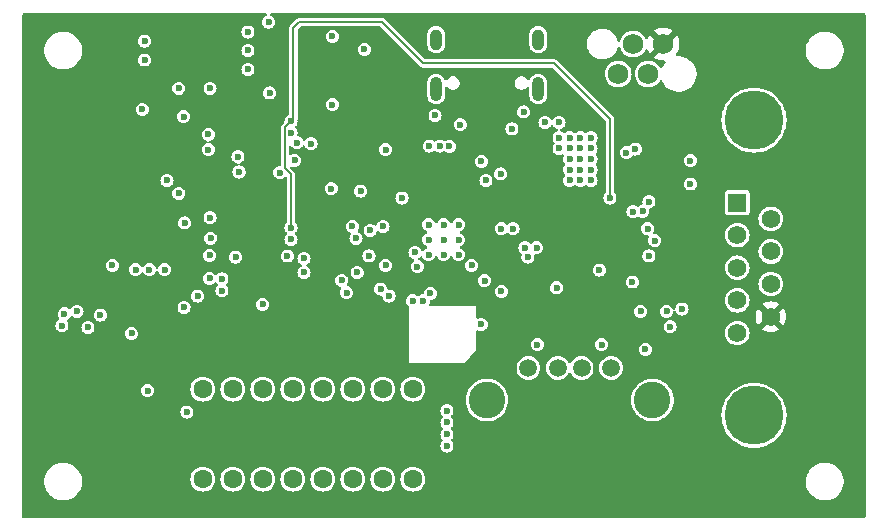
<source format=gbr>
%TF.GenerationSoftware,KiCad,Pcbnew,8.0.1*%
%TF.CreationDate,2024-03-30T20:31:03-07:00*%
%TF.ProjectId,babelfish,62616265-6c66-4697-9368-2e6b69636164,v0.3*%
%TF.SameCoordinates,Original*%
%TF.FileFunction,Copper,L3,Inr*%
%TF.FilePolarity,Positive*%
%FSLAX46Y46*%
G04 Gerber Fmt 4.6, Leading zero omitted, Abs format (unit mm)*
G04 Created by KiCad (PCBNEW 8.0.1) date 2024-03-30 20:31:03*
%MOMM*%
%LPD*%
G01*
G04 APERTURE LIST*
%TA.AperFunction,ComponentPad*%
%ADD10O,1.000000X2.100000*%
%TD*%
%TA.AperFunction,ComponentPad*%
%ADD11O,1.000000X1.800000*%
%TD*%
%TA.AperFunction,ComponentPad*%
%ADD12C,1.750000*%
%TD*%
%TA.AperFunction,ComponentPad*%
%ADD13C,1.600000*%
%TD*%
%TA.AperFunction,ComponentPad*%
%ADD14C,0.600000*%
%TD*%
%TA.AperFunction,ComponentPad*%
%ADD15C,1.500000*%
%TD*%
%TA.AperFunction,ComponentPad*%
%ADD16C,3.100000*%
%TD*%
%TA.AperFunction,ComponentPad*%
%ADD17R,1.574803X1.574803*%
%TD*%
%TA.AperFunction,ComponentPad*%
%ADD18C,1.574803*%
%TD*%
%TA.AperFunction,ComponentPad*%
%ADD19C,5.000000*%
%TD*%
%TA.AperFunction,ViaPad*%
%ADD20C,0.600000*%
%TD*%
%TA.AperFunction,Conductor*%
%ADD21C,0.200000*%
%TD*%
%TA.AperFunction,Conductor*%
%ADD22C,0.150000*%
%TD*%
G04 APERTURE END LIST*
D10*
%TO.N,GND*%
%TO.C,U3*%
X37625500Y10230914D03*
X28985419Y10230914D03*
D11*
X28985419Y14411000D03*
X37625500Y14411000D03*
%TD*%
D12*
%TO.N,+3V3*%
%TO.C,J2*%
X48210000Y14040000D03*
%TO.N,/SWD*%
X46940000Y11500000D03*
%TO.N,GND*%
X45670000Y14040000D03*
%TO.N,/SWCLK*%
X44400000Y11500000D03*
%TD*%
D13*
%TO.N,/TX_A_SHIFTER_OUT*%
%TO.C,DIP1*%
X9234601Y-22798217D03*
%TO.N,/TX_A_MAX_OUT*%
X11774606Y-22798217D03*
%TO.N,/RX_A_SHIFTER_OUT*%
X14314611Y-22798217D03*
%TO.N,/RX_A_MAX_OUT*%
X16854616Y-22798217D03*
%TO.N,/TX_B_SHIFTER_OUT*%
X19394622Y-22798217D03*
%TO.N,/TX_B_MAX_OUT*%
X21934627Y-22798217D03*
%TO.N,/RX_B_SHIFTER_OUT*%
X24474632Y-22798217D03*
%TO.N,/RX_B_MAX_OUT*%
X27014637Y-22798217D03*
%TO.N,/RX_B_CONN*%
X27014637Y-15178201D03*
X24474632Y-15178201D03*
%TO.N,/TX_B_CONN*%
X21934627Y-15178201D03*
X19394622Y-15178201D03*
%TO.N,/RX_A_CONN*%
X16854616Y-15178201D03*
X14314611Y-15178201D03*
%TO.N,/TX_A_CONN*%
X11774606Y-15178201D03*
X9234601Y-15178201D03*
%TD*%
D14*
%TO.N,GND*%
%TO.C,U1*%
X28350500Y-1251500D03*
X28350500Y-2526500D03*
X28350500Y-3801500D03*
X29625500Y-1251500D03*
X29625500Y-2526500D03*
X29625500Y-3801500D03*
X30900500Y-1251500D03*
X30900500Y-2526500D03*
X30900500Y-3801500D03*
%TD*%
D15*
%TO.N,/VBUS_OUT*%
%TO.C,J4*%
X36800000Y-13390000D03*
%TO.N,/USB2_D-*%
X39300000Y-13390000D03*
%TO.N,/USB2_D+*%
X41300000Y-13390000D03*
%TO.N,GND*%
X43800000Y-13390000D03*
D16*
X33300000Y-16100000D03*
X47300000Y-16100000D03*
%TD*%
D17*
%TO.N,GND*%
%TO.C,J3*%
X54480137Y619812D03*
D18*
%TO.N,/TX_A_CONN*%
X54480137Y-2140157D03*
%TO.N,/TX_B_CONN*%
X54480137Y-4900127D03*
%TO.N,/GPIO14*%
X54480137Y-7660097D03*
%TO.N,/GPIO15*%
X54480137Y-10420066D03*
%TO.N,/VCC_5V*%
X57320117Y-760173D03*
%TO.N,/RX_A_CONN*%
X57320117Y-3520142D03*
%TO.N,/RX_B_CONN*%
X57320117Y-6280112D03*
%TO.N,+3V3*%
X57320117Y-9040081D03*
D19*
%TO.N,GND*%
X55900000Y7600000D03*
X55900000Y-17400000D03*
%TD*%
D20*
%TO.N,+1V1*%
X28400000Y5400000D03*
X33200000Y2500000D03*
%TO.N,GND*%
X39400000Y5200000D03*
X41200000Y5200000D03*
X8800000Y-7300000D03*
X45850000Y5150000D03*
X4550000Y-15300000D03*
X39400000Y6100000D03*
X32800000Y-9700000D03*
X6200000Y2500000D03*
X46300000Y-8600000D03*
X14800000Y15900000D03*
X20100000Y1800000D03*
X23300000Y-3900000D03*
X41200000Y2500000D03*
X36500000Y-3200000D03*
X40300000Y3400000D03*
X40300000Y2500000D03*
X47000000Y-3900000D03*
X50500000Y2200000D03*
X-2500000Y-8800000D03*
X-2700000Y-9800000D03*
X45100000Y4850000D03*
X16700000Y-2500000D03*
X47000000Y700000D03*
X40300000Y6100000D03*
X40300000Y5200000D03*
X35500000Y-1600000D03*
X37550000Y-11400000D03*
X4300000Y12700000D03*
X28500000Y-7075500D03*
X28900000Y8000000D03*
X42100000Y4300000D03*
X35400000Y6850000D03*
X42100000Y5200000D03*
X34450000Y3050000D03*
X46900000Y-1600000D03*
X32825000Y4100000D03*
X34500000Y-1600000D03*
X22600000Y1600000D03*
X40300000Y4300000D03*
X31025000Y7225000D03*
X30100000Y5375000D03*
X29300000Y5400000D03*
X7600000Y7900000D03*
X42100000Y2500000D03*
X-1420015Y-8600000D03*
X26100000Y1000000D03*
X43000000Y-11400000D03*
X41200000Y6100000D03*
X41200000Y4300000D03*
X41200000Y3400000D03*
X4300000Y14300000D03*
X24700000Y5100000D03*
X7700000Y-1100000D03*
X14900000Y9900000D03*
X46700000Y-11800000D03*
X42100000Y6100000D03*
X42100000Y3400000D03*
X16700000Y6500000D03*
%TO.N,VBUS*%
X45650000Y-150000D03*
X50519949Y4170000D03*
X36400000Y8300000D03*
X46474975Y-124975D03*
%TO.N,+3V3*%
X36700000Y4900000D03*
X34000000Y4900000D03*
X14700000Y-200000D03*
X5100000Y-1700000D03*
X33800000Y-9700000D03*
X35700000Y1100000D03*
X34900000Y4000000D03*
X34000000Y4000000D03*
X35700000Y2100000D03*
X25100000Y-3400000D03*
X34900000Y4900000D03*
X21900000Y12500000D03*
X5130000Y7146200D03*
X47500000Y-8000000D03*
X29475500Y2611000D03*
X29200000Y-4900000D03*
X22625500Y361000D03*
X-2700000Y-5100000D03*
X35800000Y4900000D03*
X-4000000Y-6100000D03*
X35700000Y3100000D03*
X14700000Y8800000D03*
X49850000Y600000D03*
X20077600Y6586000D03*
%TO.N,/~{USB_BOOT}*%
X20200000Y14700000D03*
X20200000Y8900000D03*
%TO.N,/GPIO15*%
X27900000Y-7700000D03*
X48800000Y-9900000D03*
%TO.N,/5V0*%
X16700000Y-1500000D03*
X16700000Y7500000D03*
X7200000Y1400000D03*
X42800000Y-5100000D03*
X43700000Y1000000D03*
X7200000Y10300000D03*
%TO.N,/RUN*%
X22900000Y13600000D03*
X34500000Y-6900000D03*
%TO.N,/SWD*%
X33100000Y-6000000D03*
X39400000Y7400000D03*
%TO.N,/SWCLK*%
X32000000Y-4700000D03*
X38200000Y7400000D03*
%TO.N,/GPIO14*%
X27000000Y-7700000D03*
X49800000Y-8400000D03*
%TO.N,/LED_PWR*%
X17000000Y4200000D03*
X22200000Y-2400000D03*
X18400000Y5600000D03*
X13050000Y15050000D03*
%TO.N,/LED_P_OK*%
X13050000Y13500000D03*
X27200000Y-3600000D03*
%TO.N,/LED_AUX*%
X27400000Y-4800000D03*
X13050000Y11900000D03*
%TO.N,/TX_A_CONN*%
X17800000Y-5300000D03*
X14300000Y-8000000D03*
X17800000Y-4100000D03*
X15750000Y3150000D03*
X29900000Y-20000000D03*
%TO.N,/RX_A_CONN*%
X7878768Y-17121232D03*
X29900000Y-19000000D03*
%TO.N,/RX_B_CONN*%
X10850000Y-5850000D03*
X29900000Y-17000000D03*
%TO.N,/TX_B_CONN*%
X29900000Y-18000000D03*
X10850000Y-6850000D03*
%TO.N,/STAT_5V0*%
X47500000Y-2600000D03*
X37500000Y-3200000D03*
%TO.N,/TX_A*%
X12300000Y3200000D03*
%TO.N,/RX_A*%
X21900000Y-1400000D03*
%TO.N,/TX_B*%
X21400000Y-7000000D03*
%TO.N,/RX_B*%
X24700000Y-4700000D03*
X9800000Y-5800000D03*
%TO.N,/TX_A_MAX*%
X4700000Y-5050000D03*
X12200000Y4500000D03*
%TO.N,/CH_A_S0*%
X24500000Y-1400000D03*
X17200000Y5700000D03*
%TO.N,/CH_A_S1*%
X9700000Y6400000D03*
X23400000Y-1724500D03*
%TO.N,/RX_A_MAX*%
X3550000Y-5050000D03*
X9700000Y5100000D03*
%TO.N,/CH_B_S0*%
X24300000Y-6700000D03*
X22300000Y-5300000D03*
%TO.N,/CH_B_S1*%
X25000000Y-7300000D03*
X9900000Y-2400000D03*
X21000077Y-5972935D03*
X16400000Y-3900000D03*
%TO.N,/TX_B_MAX*%
X6000000Y-5050000D03*
X12000000Y-4000000D03*
%TO.N,/USB2_FLG*%
X36750000Y-4000000D03*
X48500000Y-8600000D03*
%TO.N,/USB2_EN*%
X45600000Y-6100000D03*
X39200000Y-6600000D03*
%TO.N,/RX_B_MAX*%
X7650000Y-8250000D03*
X9800000Y-3850000D03*
%TO.N,/TX_A_SHIFTER_OUT*%
X9850000Y10300000D03*
%TO.N,/TX_A_MAX_OUT*%
X3200000Y-10450000D03*
%TO.N,/RX_A_SHIFTER_OUT*%
X4100000Y8500000D03*
%TO.N,/RX_A_MAX_OUT*%
X550000Y-8900000D03*
X-500000Y-9950000D03*
%TO.N,/TX_B_SHIFTER_OUT*%
X9850000Y-650000D03*
%TO.N,/RX_B_SHIFTER_OUT*%
X1575500Y-4700000D03*
%TD*%
D21*
%TO.N,/5V0*%
X16900000Y7700000D02*
X16700000Y7500000D01*
X43700000Y7700000D02*
X39000000Y12400000D01*
X24400000Y15900000D02*
X17400000Y15900000D01*
X17400000Y15900000D02*
X16900000Y15400000D01*
D22*
X16700000Y3000000D02*
X16700000Y-1500000D01*
X16700000Y7500000D02*
X16175000Y6975000D01*
D21*
X43700000Y1000000D02*
X43700000Y7700000D01*
X27900000Y12400000D02*
X24400000Y15900000D01*
D22*
X16175000Y3525000D02*
X16700000Y3000000D01*
D21*
X16900000Y15400000D02*
X16900000Y7700000D01*
D22*
X16175000Y6975000D02*
X16175000Y3525000D01*
D21*
X39000000Y12400000D02*
X27900000Y12400000D01*
%TD*%
%TA.AperFunction,Conductor*%
%TO.N,+3V3*%
G36*
X14614577Y16629815D02*
G01*
X14660332Y16577011D01*
X14670276Y16507853D01*
X14641251Y16444297D01*
X14594990Y16410939D01*
X14522377Y16380863D01*
X14407379Y16292621D01*
X14319137Y16177623D01*
X14263671Y16043713D01*
X14263670Y16043709D01*
X14244750Y15900001D01*
X14244750Y15900000D01*
X14263670Y15756292D01*
X14263671Y15756288D01*
X14319137Y15622378D01*
X14319138Y15622376D01*
X14319139Y15622375D01*
X14407379Y15507379D01*
X14522375Y15419139D01*
X14522376Y15419139D01*
X14522377Y15419138D01*
X14567013Y15400650D01*
X14656291Y15363670D01*
X14783280Y15346952D01*
X14799999Y15344750D01*
X14800000Y15344750D01*
X14800001Y15344750D01*
X14814977Y15346722D01*
X14943709Y15363670D01*
X15077625Y15419139D01*
X15192621Y15507379D01*
X15280861Y15622375D01*
X15336330Y15756291D01*
X15355250Y15900000D01*
X15336330Y16043709D01*
X15280861Y16177625D01*
X15192621Y16292621D01*
X15077625Y16380861D01*
X15077624Y16380862D01*
X15077622Y16380863D01*
X15005010Y16410939D01*
X14950606Y16454780D01*
X14928541Y16521074D01*
X14945820Y16588773D01*
X14996957Y16636384D01*
X15052462Y16649500D01*
X65225500Y16649500D01*
X65292539Y16629815D01*
X65338294Y16577011D01*
X65349500Y16525500D01*
X65349500Y-25975500D01*
X65329815Y-26042539D01*
X65277011Y-26088294D01*
X65225500Y-26099500D01*
X-5925500Y-26099500D01*
X-5992539Y-26079815D01*
X-6038294Y-26027011D01*
X-6049500Y-25975500D01*
X-6049500Y-23125962D01*
X-4200500Y-23125962D01*
X-4188429Y-23202173D01*
X-4161090Y-23374785D01*
X-4083240Y-23614383D01*
X-4051894Y-23675902D01*
X-3971585Y-23833517D01*
X-3968868Y-23838848D01*
X-3820799Y-24042649D01*
X-3820795Y-24042654D01*
X-3642655Y-24220794D01*
X-3642650Y-24220798D01*
X-3464883Y-24349952D01*
X-3438845Y-24368870D01*
X-3295816Y-24441747D01*
X-3214384Y-24483239D01*
X-3214382Y-24483239D01*
X-3214379Y-24483241D01*
X-2974785Y-24561090D01*
X-2725962Y-24600500D01*
X-2725961Y-24600500D01*
X-2474039Y-24600500D01*
X-2474038Y-24600500D01*
X-2225215Y-24561090D01*
X-1985621Y-24483241D01*
X-1761155Y-24368870D01*
X-1557344Y-24220793D01*
X-1379207Y-24042656D01*
X-1231130Y-23838845D01*
X-1116759Y-23614379D01*
X-1038910Y-23374785D01*
X-999500Y-23125962D01*
X-999500Y-22874038D01*
X-1011509Y-22798217D01*
X8179018Y-22798217D01*
X8199300Y-23004149D01*
X8199301Y-23004151D01*
X8259369Y-23202171D01*
X8356916Y-23384667D01*
X8356918Y-23384669D01*
X8488190Y-23544627D01*
X8573189Y-23614383D01*
X8648151Y-23675902D01*
X8830647Y-23773449D01*
X9028667Y-23833517D01*
X9028666Y-23833517D01*
X9047130Y-23835335D01*
X9234601Y-23853800D01*
X9440535Y-23833517D01*
X9638555Y-23773449D01*
X9821051Y-23675902D01*
X9981011Y-23544627D01*
X10112286Y-23384667D01*
X10209833Y-23202171D01*
X10269901Y-23004151D01*
X10290184Y-22798217D01*
X10719023Y-22798217D01*
X10739305Y-23004149D01*
X10739306Y-23004151D01*
X10799374Y-23202171D01*
X10896921Y-23384667D01*
X10896923Y-23384669D01*
X11028195Y-23544627D01*
X11113194Y-23614383D01*
X11188156Y-23675902D01*
X11370652Y-23773449D01*
X11568672Y-23833517D01*
X11568671Y-23833517D01*
X11587135Y-23835335D01*
X11774606Y-23853800D01*
X11980540Y-23833517D01*
X12178560Y-23773449D01*
X12361056Y-23675902D01*
X12521016Y-23544627D01*
X12652291Y-23384667D01*
X12749838Y-23202171D01*
X12809906Y-23004151D01*
X12830189Y-22798217D01*
X13259028Y-22798217D01*
X13279310Y-23004149D01*
X13279311Y-23004151D01*
X13339379Y-23202171D01*
X13436926Y-23384667D01*
X13436928Y-23384669D01*
X13568200Y-23544627D01*
X13653199Y-23614383D01*
X13728161Y-23675902D01*
X13910657Y-23773449D01*
X14108677Y-23833517D01*
X14108676Y-23833517D01*
X14127140Y-23835335D01*
X14314611Y-23853800D01*
X14520545Y-23833517D01*
X14718565Y-23773449D01*
X14901061Y-23675902D01*
X15061021Y-23544627D01*
X15192296Y-23384667D01*
X15289843Y-23202171D01*
X15349911Y-23004151D01*
X15370194Y-22798217D01*
X15799033Y-22798217D01*
X15819315Y-23004149D01*
X15819316Y-23004151D01*
X15879384Y-23202171D01*
X15976931Y-23384667D01*
X15976933Y-23384669D01*
X16108205Y-23544627D01*
X16193204Y-23614383D01*
X16268166Y-23675902D01*
X16450662Y-23773449D01*
X16648682Y-23833517D01*
X16648681Y-23833517D01*
X16667145Y-23835335D01*
X16854616Y-23853800D01*
X17060550Y-23833517D01*
X17258570Y-23773449D01*
X17441066Y-23675902D01*
X17601026Y-23544627D01*
X17732301Y-23384667D01*
X17829848Y-23202171D01*
X17889916Y-23004151D01*
X17910199Y-22798217D01*
X18339039Y-22798217D01*
X18359321Y-23004149D01*
X18359322Y-23004151D01*
X18419390Y-23202171D01*
X18516937Y-23384667D01*
X18516939Y-23384669D01*
X18648211Y-23544627D01*
X18733210Y-23614383D01*
X18808172Y-23675902D01*
X18990668Y-23773449D01*
X19188688Y-23833517D01*
X19188687Y-23833517D01*
X19207151Y-23835335D01*
X19394622Y-23853800D01*
X19600556Y-23833517D01*
X19798576Y-23773449D01*
X19981072Y-23675902D01*
X20141032Y-23544627D01*
X20272307Y-23384667D01*
X20369854Y-23202171D01*
X20429922Y-23004151D01*
X20450205Y-22798217D01*
X20879044Y-22798217D01*
X20899326Y-23004149D01*
X20899327Y-23004151D01*
X20959395Y-23202171D01*
X21056942Y-23384667D01*
X21056944Y-23384669D01*
X21188216Y-23544627D01*
X21273215Y-23614383D01*
X21348177Y-23675902D01*
X21530673Y-23773449D01*
X21728693Y-23833517D01*
X21728692Y-23833517D01*
X21747156Y-23835335D01*
X21934627Y-23853800D01*
X22140561Y-23833517D01*
X22338581Y-23773449D01*
X22521077Y-23675902D01*
X22681037Y-23544627D01*
X22812312Y-23384667D01*
X22909859Y-23202171D01*
X22969927Y-23004151D01*
X22990210Y-22798217D01*
X23419049Y-22798217D01*
X23439331Y-23004149D01*
X23439332Y-23004151D01*
X23499400Y-23202171D01*
X23596947Y-23384667D01*
X23596949Y-23384669D01*
X23728221Y-23544627D01*
X23813220Y-23614383D01*
X23888182Y-23675902D01*
X24070678Y-23773449D01*
X24268698Y-23833517D01*
X24268697Y-23833517D01*
X24287161Y-23835335D01*
X24474632Y-23853800D01*
X24680566Y-23833517D01*
X24878586Y-23773449D01*
X25061082Y-23675902D01*
X25221042Y-23544627D01*
X25352317Y-23384667D01*
X25449864Y-23202171D01*
X25509932Y-23004151D01*
X25530215Y-22798217D01*
X25959054Y-22798217D01*
X25979336Y-23004149D01*
X25979337Y-23004151D01*
X26039405Y-23202171D01*
X26136952Y-23384667D01*
X26136954Y-23384669D01*
X26268226Y-23544627D01*
X26353225Y-23614383D01*
X26428187Y-23675902D01*
X26610683Y-23773449D01*
X26808703Y-23833517D01*
X26808702Y-23833517D01*
X26827166Y-23835335D01*
X27014637Y-23853800D01*
X27220571Y-23833517D01*
X27418591Y-23773449D01*
X27601087Y-23675902D01*
X27761047Y-23544627D01*
X27892322Y-23384667D01*
X27989869Y-23202171D01*
X28012986Y-23125962D01*
X60299500Y-23125962D01*
X60311571Y-23202173D01*
X60338910Y-23374785D01*
X60416760Y-23614383D01*
X60448106Y-23675902D01*
X60528415Y-23833517D01*
X60531132Y-23838848D01*
X60679201Y-24042649D01*
X60679205Y-24042654D01*
X60857345Y-24220794D01*
X60857350Y-24220798D01*
X61035117Y-24349952D01*
X61061155Y-24368870D01*
X61204184Y-24441747D01*
X61285616Y-24483239D01*
X61285618Y-24483239D01*
X61285621Y-24483241D01*
X61525215Y-24561090D01*
X61774038Y-24600500D01*
X61774039Y-24600500D01*
X62025961Y-24600500D01*
X62025962Y-24600500D01*
X62274785Y-24561090D01*
X62514379Y-24483241D01*
X62738845Y-24368870D01*
X62942656Y-24220793D01*
X63120793Y-24042656D01*
X63268870Y-23838845D01*
X63383241Y-23614379D01*
X63461090Y-23374785D01*
X63500500Y-23125962D01*
X63500500Y-22874038D01*
X63461090Y-22625215D01*
X63383241Y-22385621D01*
X63383239Y-22385618D01*
X63383239Y-22385616D01*
X63341747Y-22304184D01*
X63268870Y-22161155D01*
X63249952Y-22135117D01*
X63120798Y-21957350D01*
X63120794Y-21957345D01*
X62942654Y-21779205D01*
X62942649Y-21779201D01*
X62738848Y-21631132D01*
X62738847Y-21631131D01*
X62738845Y-21631130D01*
X62668747Y-21595413D01*
X62514383Y-21516760D01*
X62274785Y-21438910D01*
X62025962Y-21399500D01*
X61774038Y-21399500D01*
X61649626Y-21419205D01*
X61525214Y-21438910D01*
X61285616Y-21516760D01*
X61061151Y-21631132D01*
X60857350Y-21779201D01*
X60857345Y-21779205D01*
X60679205Y-21957345D01*
X60679201Y-21957350D01*
X60531132Y-22161151D01*
X60416760Y-22385616D01*
X60349610Y-22592283D01*
X60338910Y-22625215D01*
X60299500Y-22874038D01*
X60299500Y-23125962D01*
X28012986Y-23125962D01*
X28049937Y-23004151D01*
X28070220Y-22798217D01*
X28049937Y-22592283D01*
X27989869Y-22394263D01*
X27892322Y-22211767D01*
X27840339Y-22148426D01*
X27761047Y-22051806D01*
X27601089Y-21920534D01*
X27601090Y-21920534D01*
X27601087Y-21920532D01*
X27418591Y-21822985D01*
X27220571Y-21762917D01*
X27220569Y-21762916D01*
X27220571Y-21762916D01*
X27014637Y-21742634D01*
X26808704Y-21762916D01*
X26610680Y-21822986D01*
X26500535Y-21881860D01*
X26428187Y-21920532D01*
X26428185Y-21920533D01*
X26428184Y-21920534D01*
X26268226Y-22051806D01*
X26136954Y-22211764D01*
X26039406Y-22394260D01*
X25979336Y-22592284D01*
X25959054Y-22798217D01*
X25530215Y-22798217D01*
X25509932Y-22592283D01*
X25449864Y-22394263D01*
X25352317Y-22211767D01*
X25300334Y-22148426D01*
X25221042Y-22051806D01*
X25061084Y-21920534D01*
X25061085Y-21920534D01*
X25061082Y-21920532D01*
X24878586Y-21822985D01*
X24680566Y-21762917D01*
X24680564Y-21762916D01*
X24680566Y-21762916D01*
X24474632Y-21742634D01*
X24268699Y-21762916D01*
X24070675Y-21822986D01*
X23960530Y-21881860D01*
X23888182Y-21920532D01*
X23888180Y-21920533D01*
X23888179Y-21920534D01*
X23728221Y-22051806D01*
X23596949Y-22211764D01*
X23499401Y-22394260D01*
X23439331Y-22592284D01*
X23419049Y-22798217D01*
X22990210Y-22798217D01*
X22969927Y-22592283D01*
X22909859Y-22394263D01*
X22812312Y-22211767D01*
X22760329Y-22148426D01*
X22681037Y-22051806D01*
X22521079Y-21920534D01*
X22521080Y-21920534D01*
X22521077Y-21920532D01*
X22338581Y-21822985D01*
X22140561Y-21762917D01*
X22140559Y-21762916D01*
X22140561Y-21762916D01*
X21934627Y-21742634D01*
X21728694Y-21762916D01*
X21530670Y-21822986D01*
X21420525Y-21881860D01*
X21348177Y-21920532D01*
X21348175Y-21920533D01*
X21348174Y-21920534D01*
X21188216Y-22051806D01*
X21056944Y-22211764D01*
X20959396Y-22394260D01*
X20899326Y-22592284D01*
X20879044Y-22798217D01*
X20450205Y-22798217D01*
X20429922Y-22592283D01*
X20369854Y-22394263D01*
X20272307Y-22211767D01*
X20220324Y-22148426D01*
X20141032Y-22051806D01*
X19981074Y-21920534D01*
X19981075Y-21920534D01*
X19981072Y-21920532D01*
X19798576Y-21822985D01*
X19600556Y-21762917D01*
X19600554Y-21762916D01*
X19600556Y-21762916D01*
X19394622Y-21742634D01*
X19188689Y-21762916D01*
X18990665Y-21822986D01*
X18880520Y-21881860D01*
X18808172Y-21920532D01*
X18808170Y-21920533D01*
X18808169Y-21920534D01*
X18648211Y-22051806D01*
X18516939Y-22211764D01*
X18419391Y-22394260D01*
X18359321Y-22592284D01*
X18339039Y-22798217D01*
X17910199Y-22798217D01*
X17889916Y-22592283D01*
X17829848Y-22394263D01*
X17732301Y-22211767D01*
X17680318Y-22148426D01*
X17601026Y-22051806D01*
X17441068Y-21920534D01*
X17441069Y-21920534D01*
X17441066Y-21920532D01*
X17258570Y-21822985D01*
X17060550Y-21762917D01*
X17060548Y-21762916D01*
X17060550Y-21762916D01*
X16854616Y-21742634D01*
X16648683Y-21762916D01*
X16450659Y-21822986D01*
X16340514Y-21881860D01*
X16268166Y-21920532D01*
X16268164Y-21920533D01*
X16268163Y-21920534D01*
X16108205Y-22051806D01*
X15976933Y-22211764D01*
X15879385Y-22394260D01*
X15819315Y-22592284D01*
X15799033Y-22798217D01*
X15370194Y-22798217D01*
X15349911Y-22592283D01*
X15289843Y-22394263D01*
X15192296Y-22211767D01*
X15140313Y-22148426D01*
X15061021Y-22051806D01*
X14901063Y-21920534D01*
X14901064Y-21920534D01*
X14901061Y-21920532D01*
X14718565Y-21822985D01*
X14520545Y-21762917D01*
X14520543Y-21762916D01*
X14520545Y-21762916D01*
X14314611Y-21742634D01*
X14108678Y-21762916D01*
X13910654Y-21822986D01*
X13800509Y-21881860D01*
X13728161Y-21920532D01*
X13728159Y-21920533D01*
X13728158Y-21920534D01*
X13568200Y-22051806D01*
X13436928Y-22211764D01*
X13339380Y-22394260D01*
X13279310Y-22592284D01*
X13259028Y-22798217D01*
X12830189Y-22798217D01*
X12809906Y-22592283D01*
X12749838Y-22394263D01*
X12652291Y-22211767D01*
X12600308Y-22148426D01*
X12521016Y-22051806D01*
X12361058Y-21920534D01*
X12361059Y-21920534D01*
X12361056Y-21920532D01*
X12178560Y-21822985D01*
X11980540Y-21762917D01*
X11980538Y-21762916D01*
X11980540Y-21762916D01*
X11774606Y-21742634D01*
X11568673Y-21762916D01*
X11370649Y-21822986D01*
X11260504Y-21881860D01*
X11188156Y-21920532D01*
X11188154Y-21920533D01*
X11188153Y-21920534D01*
X11028195Y-22051806D01*
X10896923Y-22211764D01*
X10799375Y-22394260D01*
X10739305Y-22592284D01*
X10719023Y-22798217D01*
X10290184Y-22798217D01*
X10269901Y-22592283D01*
X10209833Y-22394263D01*
X10112286Y-22211767D01*
X10060303Y-22148426D01*
X9981011Y-22051806D01*
X9821053Y-21920534D01*
X9821054Y-21920534D01*
X9821051Y-21920532D01*
X9638555Y-21822985D01*
X9440535Y-21762917D01*
X9440533Y-21762916D01*
X9440535Y-21762916D01*
X9234601Y-21742634D01*
X9028668Y-21762916D01*
X8830644Y-21822986D01*
X8720499Y-21881860D01*
X8648151Y-21920532D01*
X8648149Y-21920533D01*
X8648148Y-21920534D01*
X8488190Y-22051806D01*
X8356918Y-22211764D01*
X8259370Y-22394260D01*
X8199300Y-22592284D01*
X8179018Y-22798217D01*
X-1011509Y-22798217D01*
X-1038910Y-22625215D01*
X-1116759Y-22385621D01*
X-1116761Y-22385618D01*
X-1116761Y-22385616D01*
X-1158253Y-22304184D01*
X-1231130Y-22161155D01*
X-1250048Y-22135117D01*
X-1379202Y-21957350D01*
X-1379206Y-21957345D01*
X-1557346Y-21779205D01*
X-1557351Y-21779201D01*
X-1761152Y-21631132D01*
X-1761153Y-21631131D01*
X-1761155Y-21631130D01*
X-1831253Y-21595413D01*
X-1985617Y-21516760D01*
X-2225215Y-21438910D01*
X-2474038Y-21399500D01*
X-2725962Y-21399500D01*
X-2850374Y-21419205D01*
X-2974786Y-21438910D01*
X-3214384Y-21516760D01*
X-3438849Y-21631132D01*
X-3642650Y-21779201D01*
X-3642655Y-21779205D01*
X-3820795Y-21957345D01*
X-3820799Y-21957350D01*
X-3968868Y-22161151D01*
X-4083240Y-22385616D01*
X-4150390Y-22592283D01*
X-4161090Y-22625215D01*
X-4200500Y-22874038D01*
X-4200500Y-23125962D01*
X-6049500Y-23125962D01*
X-6049500Y-20000000D01*
X29344750Y-20000000D01*
X29363670Y-20143708D01*
X29363671Y-20143712D01*
X29419137Y-20277622D01*
X29419138Y-20277624D01*
X29419139Y-20277625D01*
X29507379Y-20392621D01*
X29622375Y-20480861D01*
X29756291Y-20536330D01*
X29883280Y-20553048D01*
X29899999Y-20555250D01*
X29900000Y-20555250D01*
X29900001Y-20555250D01*
X29914977Y-20553278D01*
X30043709Y-20536330D01*
X30177625Y-20480861D01*
X30292621Y-20392621D01*
X30380861Y-20277625D01*
X30436330Y-20143709D01*
X30455250Y-20000000D01*
X30436330Y-19856291D01*
X30380861Y-19722375D01*
X30292621Y-19607379D01*
X30280886Y-19598374D01*
X30239685Y-19541950D01*
X30235529Y-19472204D01*
X30269740Y-19411283D01*
X30280876Y-19401632D01*
X30292621Y-19392621D01*
X30380861Y-19277625D01*
X30436330Y-19143709D01*
X30455250Y-19000000D01*
X30436330Y-18856291D01*
X30380861Y-18722375D01*
X30292621Y-18607379D01*
X30280886Y-18598374D01*
X30239685Y-18541950D01*
X30235529Y-18472204D01*
X30269740Y-18411283D01*
X30280876Y-18401632D01*
X30292621Y-18392621D01*
X30380861Y-18277625D01*
X30436330Y-18143709D01*
X30455250Y-18000000D01*
X30436330Y-17856291D01*
X30380861Y-17722375D01*
X30292621Y-17607379D01*
X30280886Y-17598374D01*
X30239685Y-17541950D01*
X30235529Y-17472204D01*
X30269740Y-17411283D01*
X30280876Y-17401632D01*
X30292621Y-17392621D01*
X30380861Y-17277625D01*
X30436330Y-17143709D01*
X30455250Y-17000000D01*
X30436330Y-16856291D01*
X30380861Y-16722375D01*
X30292621Y-16607379D01*
X30177625Y-16519139D01*
X30177624Y-16519138D01*
X30177622Y-16519137D01*
X30043712Y-16463671D01*
X30043710Y-16463670D01*
X30043709Y-16463670D01*
X29971854Y-16454210D01*
X29900001Y-16444750D01*
X29899999Y-16444750D01*
X29756291Y-16463670D01*
X29756287Y-16463671D01*
X29622377Y-16519137D01*
X29507379Y-16607379D01*
X29419137Y-16722377D01*
X29363671Y-16856287D01*
X29363670Y-16856291D01*
X29344750Y-17000000D01*
X29353684Y-17067863D01*
X29363670Y-17143708D01*
X29363671Y-17143712D01*
X29419137Y-17277622D01*
X29419138Y-17277624D01*
X29419139Y-17277625D01*
X29507379Y-17392621D01*
X29515502Y-17398854D01*
X29519113Y-17401625D01*
X29560316Y-17458053D01*
X29564470Y-17527799D01*
X29530257Y-17588719D01*
X29519113Y-17598375D01*
X29507381Y-17607377D01*
X29419137Y-17722377D01*
X29363671Y-17856287D01*
X29363670Y-17856291D01*
X29344750Y-17999999D01*
X29344750Y-18000000D01*
X29363670Y-18143708D01*
X29363671Y-18143712D01*
X29419137Y-18277622D01*
X29419138Y-18277624D01*
X29419139Y-18277625D01*
X29507379Y-18392621D01*
X29516711Y-18399782D01*
X29519113Y-18401625D01*
X29560316Y-18458053D01*
X29564470Y-18527799D01*
X29530257Y-18588719D01*
X29519113Y-18598375D01*
X29507381Y-18607377D01*
X29419137Y-18722377D01*
X29363671Y-18856287D01*
X29363670Y-18856291D01*
X29344750Y-18999999D01*
X29344750Y-19000000D01*
X29363670Y-19143708D01*
X29363671Y-19143712D01*
X29419137Y-19277622D01*
X29419138Y-19277624D01*
X29419139Y-19277625D01*
X29507379Y-19392621D01*
X29516711Y-19399782D01*
X29519113Y-19401625D01*
X29560316Y-19458053D01*
X29564470Y-19527799D01*
X29530257Y-19588719D01*
X29519113Y-19598375D01*
X29507381Y-19607377D01*
X29419137Y-19722377D01*
X29363671Y-19856287D01*
X29363670Y-19856291D01*
X29344750Y-19999999D01*
X29344750Y-20000000D01*
X-6049500Y-20000000D01*
X-6049500Y-17121232D01*
X7323518Y-17121232D01*
X7342438Y-17264940D01*
X7342439Y-17264944D01*
X7397905Y-17398854D01*
X7397906Y-17398856D01*
X7397907Y-17398857D01*
X7486147Y-17513853D01*
X7601143Y-17602093D01*
X7601144Y-17602093D01*
X7601145Y-17602094D01*
X7645781Y-17620582D01*
X7735059Y-17657562D01*
X7862048Y-17674280D01*
X7878767Y-17676482D01*
X7878768Y-17676482D01*
X7878769Y-17676482D01*
X7893745Y-17674510D01*
X8022477Y-17657562D01*
X8156393Y-17602093D01*
X8271389Y-17513853D01*
X8359629Y-17398857D01*
X8415098Y-17264941D01*
X8434018Y-17121232D01*
X8415098Y-16977523D01*
X8359629Y-16843607D01*
X8271389Y-16728611D01*
X8156393Y-16640371D01*
X8156392Y-16640370D01*
X8156390Y-16640369D01*
X8022480Y-16584903D01*
X8022478Y-16584902D01*
X8022477Y-16584902D01*
X7950622Y-16575442D01*
X7878769Y-16565982D01*
X7878767Y-16565982D01*
X7735059Y-16584902D01*
X7735055Y-16584903D01*
X7601145Y-16640369D01*
X7486147Y-16728611D01*
X7397905Y-16843609D01*
X7342439Y-16977519D01*
X7342438Y-16977523D01*
X7323518Y-17121231D01*
X7323518Y-17121232D01*
X-6049500Y-17121232D01*
X-6049500Y-15300000D01*
X3994750Y-15300000D01*
X4013670Y-15443708D01*
X4013671Y-15443712D01*
X4069137Y-15577622D01*
X4069138Y-15577624D01*
X4069139Y-15577625D01*
X4157379Y-15692621D01*
X4272375Y-15780861D01*
X4406291Y-15836330D01*
X4533280Y-15853048D01*
X4549999Y-15855250D01*
X4550000Y-15855250D01*
X4550001Y-15855250D01*
X4564977Y-15853278D01*
X4693709Y-15836330D01*
X4827625Y-15780861D01*
X4942621Y-15692621D01*
X5030861Y-15577625D01*
X5086330Y-15443709D01*
X5105250Y-15300000D01*
X5089215Y-15178201D01*
X8179018Y-15178201D01*
X8199300Y-15384133D01*
X8199301Y-15384135D01*
X8259369Y-15582155D01*
X8356916Y-15764651D01*
X8356918Y-15764653D01*
X8488190Y-15924611D01*
X8584810Y-16003903D01*
X8648151Y-16055886D01*
X8830647Y-16153433D01*
X9028667Y-16213501D01*
X9028666Y-16213501D01*
X9047130Y-16215319D01*
X9234601Y-16233784D01*
X9440535Y-16213501D01*
X9638555Y-16153433D01*
X9821051Y-16055886D01*
X9981011Y-15924611D01*
X10112286Y-15764651D01*
X10209833Y-15582155D01*
X10269901Y-15384135D01*
X10290184Y-15178201D01*
X10719023Y-15178201D01*
X10739305Y-15384133D01*
X10739306Y-15384135D01*
X10799374Y-15582155D01*
X10896921Y-15764651D01*
X10896923Y-15764653D01*
X11028195Y-15924611D01*
X11124815Y-16003903D01*
X11188156Y-16055886D01*
X11370652Y-16153433D01*
X11568672Y-16213501D01*
X11568671Y-16213501D01*
X11587135Y-16215319D01*
X11774606Y-16233784D01*
X11980540Y-16213501D01*
X12178560Y-16153433D01*
X12361056Y-16055886D01*
X12521016Y-15924611D01*
X12652291Y-15764651D01*
X12749838Y-15582155D01*
X12809906Y-15384135D01*
X12830189Y-15178201D01*
X13259028Y-15178201D01*
X13279310Y-15384133D01*
X13279311Y-15384135D01*
X13339379Y-15582155D01*
X13436926Y-15764651D01*
X13436928Y-15764653D01*
X13568200Y-15924611D01*
X13664820Y-16003903D01*
X13728161Y-16055886D01*
X13910657Y-16153433D01*
X14108677Y-16213501D01*
X14108676Y-16213501D01*
X14127140Y-16215319D01*
X14314611Y-16233784D01*
X14520545Y-16213501D01*
X14718565Y-16153433D01*
X14901061Y-16055886D01*
X15061021Y-15924611D01*
X15192296Y-15764651D01*
X15289843Y-15582155D01*
X15349911Y-15384135D01*
X15370194Y-15178201D01*
X15799033Y-15178201D01*
X15819315Y-15384133D01*
X15819316Y-15384135D01*
X15879384Y-15582155D01*
X15976931Y-15764651D01*
X15976933Y-15764653D01*
X16108205Y-15924611D01*
X16204825Y-16003903D01*
X16268166Y-16055886D01*
X16450662Y-16153433D01*
X16648682Y-16213501D01*
X16648681Y-16213501D01*
X16667145Y-16215319D01*
X16854616Y-16233784D01*
X17060550Y-16213501D01*
X17258570Y-16153433D01*
X17441066Y-16055886D01*
X17601026Y-15924611D01*
X17732301Y-15764651D01*
X17829848Y-15582155D01*
X17889916Y-15384135D01*
X17910199Y-15178201D01*
X18339039Y-15178201D01*
X18359321Y-15384133D01*
X18359322Y-15384135D01*
X18419390Y-15582155D01*
X18516937Y-15764651D01*
X18516939Y-15764653D01*
X18648211Y-15924611D01*
X18744831Y-16003903D01*
X18808172Y-16055886D01*
X18990668Y-16153433D01*
X19188688Y-16213501D01*
X19188687Y-16213501D01*
X19207151Y-16215319D01*
X19394622Y-16233784D01*
X19600556Y-16213501D01*
X19798576Y-16153433D01*
X19981072Y-16055886D01*
X20141032Y-15924611D01*
X20272307Y-15764651D01*
X20369854Y-15582155D01*
X20429922Y-15384135D01*
X20450205Y-15178201D01*
X20879044Y-15178201D01*
X20899326Y-15384133D01*
X20899327Y-15384135D01*
X20959395Y-15582155D01*
X21056942Y-15764651D01*
X21056944Y-15764653D01*
X21188216Y-15924611D01*
X21284836Y-16003903D01*
X21348177Y-16055886D01*
X21530673Y-16153433D01*
X21728693Y-16213501D01*
X21728692Y-16213501D01*
X21747156Y-16215319D01*
X21934627Y-16233784D01*
X22140561Y-16213501D01*
X22338581Y-16153433D01*
X22521077Y-16055886D01*
X22681037Y-15924611D01*
X22812312Y-15764651D01*
X22909859Y-15582155D01*
X22969927Y-15384135D01*
X22990210Y-15178201D01*
X23419049Y-15178201D01*
X23439331Y-15384133D01*
X23439332Y-15384135D01*
X23499400Y-15582155D01*
X23596947Y-15764651D01*
X23596949Y-15764653D01*
X23728221Y-15924611D01*
X23824841Y-16003903D01*
X23888182Y-16055886D01*
X24070678Y-16153433D01*
X24268698Y-16213501D01*
X24268697Y-16213501D01*
X24287161Y-16215319D01*
X24474632Y-16233784D01*
X24680566Y-16213501D01*
X24878586Y-16153433D01*
X25061082Y-16055886D01*
X25221042Y-15924611D01*
X25352317Y-15764651D01*
X25449864Y-15582155D01*
X25509932Y-15384135D01*
X25530215Y-15178201D01*
X25959054Y-15178201D01*
X25979336Y-15384133D01*
X25979337Y-15384135D01*
X26039405Y-15582155D01*
X26136952Y-15764651D01*
X26136954Y-15764653D01*
X26268226Y-15924611D01*
X26364846Y-16003903D01*
X26428187Y-16055886D01*
X26610683Y-16153433D01*
X26808703Y-16213501D01*
X26808702Y-16213501D01*
X26827166Y-16215319D01*
X27014637Y-16233784D01*
X27220571Y-16213501D01*
X27418591Y-16153433D01*
X27518549Y-16100004D01*
X31494451Y-16100004D01*
X31514616Y-16369101D01*
X31574664Y-16632188D01*
X31574666Y-16632195D01*
X31662616Y-16856287D01*
X31673257Y-16883398D01*
X31808185Y-17117102D01*
X31926082Y-17264940D01*
X31976442Y-17328089D01*
X32055696Y-17401625D01*
X32174259Y-17511635D01*
X32397226Y-17663651D01*
X32640359Y-17780738D01*
X32898228Y-17860280D01*
X32898229Y-17860280D01*
X32898232Y-17860281D01*
X33165063Y-17900499D01*
X33165068Y-17900499D01*
X33165071Y-17900500D01*
X33165072Y-17900500D01*
X33434928Y-17900500D01*
X33434929Y-17900500D01*
X33434936Y-17900499D01*
X33701767Y-17860281D01*
X33701768Y-17860280D01*
X33701772Y-17860280D01*
X33959641Y-17780738D01*
X34202775Y-17663651D01*
X34425741Y-17511635D01*
X34623561Y-17328085D01*
X34791815Y-17117102D01*
X34926743Y-16883398D01*
X35025334Y-16632195D01*
X35085383Y-16369103D01*
X35095524Y-16233783D01*
X35105549Y-16100004D01*
X45494451Y-16100004D01*
X45514616Y-16369101D01*
X45574664Y-16632188D01*
X45574666Y-16632195D01*
X45662616Y-16856287D01*
X45673257Y-16883398D01*
X45808185Y-17117102D01*
X45926082Y-17264940D01*
X45976442Y-17328089D01*
X46055696Y-17401625D01*
X46174259Y-17511635D01*
X46397226Y-17663651D01*
X46640359Y-17780738D01*
X46898228Y-17860280D01*
X46898229Y-17860280D01*
X46898232Y-17860281D01*
X47165063Y-17900499D01*
X47165068Y-17900499D01*
X47165071Y-17900500D01*
X47165072Y-17900500D01*
X47434928Y-17900500D01*
X47434929Y-17900500D01*
X47434936Y-17900499D01*
X47701767Y-17860281D01*
X47701768Y-17860280D01*
X47701772Y-17860280D01*
X47959641Y-17780738D01*
X48202775Y-17663651D01*
X48425741Y-17511635D01*
X48546055Y-17400000D01*
X53144473Y-17400000D01*
X53164563Y-17732136D01*
X53164563Y-17732141D01*
X53164564Y-17732142D01*
X53224544Y-18059441D01*
X53224545Y-18059445D01*
X53224546Y-18059449D01*
X53323530Y-18377104D01*
X53323534Y-18377116D01*
X53323537Y-18377123D01*
X53460102Y-18680557D01*
X53566337Y-18856291D01*
X53632251Y-18965326D01*
X53837460Y-19227255D01*
X54072744Y-19462539D01*
X54334673Y-19667748D01*
X54334678Y-19667751D01*
X54334682Y-19667754D01*
X54619443Y-19839898D01*
X54922877Y-19976463D01*
X54922890Y-19976467D01*
X54922895Y-19976469D01*
X54998410Y-20000000D01*
X55240559Y-20075456D01*
X55567858Y-20135436D01*
X55900000Y-20155527D01*
X56232142Y-20135436D01*
X56559441Y-20075456D01*
X56877123Y-19976463D01*
X57180557Y-19839898D01*
X57465318Y-19667754D01*
X57727252Y-19462542D01*
X57962542Y-19227252D01*
X58107881Y-19041740D01*
X58167748Y-18965326D01*
X58167748Y-18965324D01*
X58167754Y-18965318D01*
X58339898Y-18680557D01*
X58476463Y-18377123D01*
X58575456Y-18059441D01*
X58635436Y-17732142D01*
X58655527Y-17400000D01*
X58635436Y-17067858D01*
X58575456Y-16740559D01*
X58476463Y-16422877D01*
X58339898Y-16119443D01*
X58167754Y-15834682D01*
X58167751Y-15834678D01*
X58167748Y-15834673D01*
X57962539Y-15572744D01*
X57727255Y-15337460D01*
X57465326Y-15132251D01*
X57383686Y-15082898D01*
X57180557Y-14960102D01*
X56877123Y-14823537D01*
X56877116Y-14823534D01*
X56877104Y-14823530D01*
X56559449Y-14724546D01*
X56559445Y-14724545D01*
X56559441Y-14724544D01*
X56232142Y-14664564D01*
X56232141Y-14664563D01*
X56232136Y-14664563D01*
X55900000Y-14644473D01*
X55567863Y-14664563D01*
X55567858Y-14664564D01*
X55240559Y-14724544D01*
X55240556Y-14724544D01*
X55240550Y-14724546D01*
X54922895Y-14823530D01*
X54922879Y-14823536D01*
X54922877Y-14823537D01*
X54815397Y-14871910D01*
X54619447Y-14960100D01*
X54619445Y-14960101D01*
X54334673Y-15132251D01*
X54072744Y-15337460D01*
X53837460Y-15572744D01*
X53632251Y-15834673D01*
X53460101Y-16119445D01*
X53460100Y-16119447D01*
X53323536Y-16422880D01*
X53323530Y-16422895D01*
X53224546Y-16740550D01*
X53224544Y-16740556D01*
X53224544Y-16740559D01*
X53203336Y-16856287D01*
X53164563Y-17067863D01*
X53144473Y-17400000D01*
X48546055Y-17400000D01*
X48623561Y-17328085D01*
X48791815Y-17117102D01*
X48926743Y-16883398D01*
X49025334Y-16632195D01*
X49085383Y-16369103D01*
X49095524Y-16233783D01*
X49105549Y-16100004D01*
X49105549Y-16099995D01*
X49085383Y-15830898D01*
X49073963Y-15780862D01*
X49025334Y-15567805D01*
X48926743Y-15316602D01*
X48791815Y-15082898D01*
X48623561Y-14871915D01*
X48623560Y-14871914D01*
X48623557Y-14871910D01*
X48425741Y-14688365D01*
X48361363Y-14644473D01*
X48202775Y-14536349D01*
X48202769Y-14536346D01*
X48202768Y-14536345D01*
X48202767Y-14536344D01*
X47959643Y-14419263D01*
X47959645Y-14419263D01*
X47701773Y-14339720D01*
X47701767Y-14339718D01*
X47434936Y-14299500D01*
X47434929Y-14299500D01*
X47165071Y-14299500D01*
X47165063Y-14299500D01*
X46898232Y-14339718D01*
X46898226Y-14339720D01*
X46640358Y-14419262D01*
X46397230Y-14536346D01*
X46174258Y-14688365D01*
X45976442Y-14871910D01*
X45808185Y-15082898D01*
X45673258Y-15316599D01*
X45673256Y-15316603D01*
X45574666Y-15567804D01*
X45574664Y-15567811D01*
X45514616Y-15830898D01*
X45494451Y-16099995D01*
X45494451Y-16100004D01*
X35105549Y-16100004D01*
X35105549Y-16099995D01*
X35085383Y-15830898D01*
X35073963Y-15780862D01*
X35025334Y-15567805D01*
X34926743Y-15316602D01*
X34791815Y-15082898D01*
X34623561Y-14871915D01*
X34623560Y-14871914D01*
X34623557Y-14871910D01*
X34425741Y-14688365D01*
X34361363Y-14644473D01*
X34202775Y-14536349D01*
X34202769Y-14536346D01*
X34202768Y-14536345D01*
X34202767Y-14536344D01*
X33959643Y-14419263D01*
X33959645Y-14419263D01*
X33701773Y-14339720D01*
X33701767Y-14339718D01*
X33434936Y-14299500D01*
X33434929Y-14299500D01*
X33165071Y-14299500D01*
X33165063Y-14299500D01*
X32898232Y-14339718D01*
X32898226Y-14339720D01*
X32640358Y-14419262D01*
X32397230Y-14536346D01*
X32174258Y-14688365D01*
X31976442Y-14871910D01*
X31808185Y-15082898D01*
X31673258Y-15316599D01*
X31673256Y-15316603D01*
X31574666Y-15567804D01*
X31574664Y-15567811D01*
X31514616Y-15830898D01*
X31494451Y-16099995D01*
X31494451Y-16100004D01*
X27518549Y-16100004D01*
X27601087Y-16055886D01*
X27761047Y-15924611D01*
X27892322Y-15764651D01*
X27989869Y-15582155D01*
X28049937Y-15384135D01*
X28070220Y-15178201D01*
X28049937Y-14972267D01*
X27989869Y-14774247D01*
X27892322Y-14591751D01*
X27840339Y-14528410D01*
X27761047Y-14431790D01*
X27623383Y-14318814D01*
X27601087Y-14300516D01*
X27418591Y-14202969D01*
X27220571Y-14142901D01*
X27220569Y-14142900D01*
X27220571Y-14142900D01*
X27014637Y-14122618D01*
X26808704Y-14142900D01*
X26610680Y-14202970D01*
X26500535Y-14261844D01*
X26428187Y-14300516D01*
X26428185Y-14300517D01*
X26428184Y-14300518D01*
X26268226Y-14431790D01*
X26136954Y-14591748D01*
X26039406Y-14774244D01*
X25979336Y-14972268D01*
X25959054Y-15178201D01*
X25530215Y-15178201D01*
X25509932Y-14972267D01*
X25449864Y-14774247D01*
X25352317Y-14591751D01*
X25300334Y-14528410D01*
X25221042Y-14431790D01*
X25083378Y-14318814D01*
X25061082Y-14300516D01*
X24878586Y-14202969D01*
X24680566Y-14142901D01*
X24680564Y-14142900D01*
X24680566Y-14142900D01*
X24474632Y-14122618D01*
X24268699Y-14142900D01*
X24070675Y-14202970D01*
X23960530Y-14261844D01*
X23888182Y-14300516D01*
X23888180Y-14300517D01*
X23888179Y-14300518D01*
X23728221Y-14431790D01*
X23596949Y-14591748D01*
X23499401Y-14774244D01*
X23439331Y-14972268D01*
X23419049Y-15178201D01*
X22990210Y-15178201D01*
X22969927Y-14972267D01*
X22909859Y-14774247D01*
X22812312Y-14591751D01*
X22760329Y-14528410D01*
X22681037Y-14431790D01*
X22543373Y-14318814D01*
X22521077Y-14300516D01*
X22338581Y-14202969D01*
X22140561Y-14142901D01*
X22140559Y-14142900D01*
X22140561Y-14142900D01*
X21934627Y-14122618D01*
X21728694Y-14142900D01*
X21530670Y-14202970D01*
X21420525Y-14261844D01*
X21348177Y-14300516D01*
X21348175Y-14300517D01*
X21348174Y-14300518D01*
X21188216Y-14431790D01*
X21056944Y-14591748D01*
X20959396Y-14774244D01*
X20899326Y-14972268D01*
X20879044Y-15178201D01*
X20450205Y-15178201D01*
X20429922Y-14972267D01*
X20369854Y-14774247D01*
X20272307Y-14591751D01*
X20220324Y-14528410D01*
X20141032Y-14431790D01*
X20003368Y-14318814D01*
X19981072Y-14300516D01*
X19798576Y-14202969D01*
X19600556Y-14142901D01*
X19600554Y-14142900D01*
X19600556Y-14142900D01*
X19394622Y-14122618D01*
X19188689Y-14142900D01*
X18990665Y-14202970D01*
X18880520Y-14261844D01*
X18808172Y-14300516D01*
X18808170Y-14300517D01*
X18808169Y-14300518D01*
X18648211Y-14431790D01*
X18516939Y-14591748D01*
X18419391Y-14774244D01*
X18359321Y-14972268D01*
X18339039Y-15178201D01*
X17910199Y-15178201D01*
X17889916Y-14972267D01*
X17829848Y-14774247D01*
X17732301Y-14591751D01*
X17680318Y-14528410D01*
X17601026Y-14431790D01*
X17463362Y-14318814D01*
X17441066Y-14300516D01*
X17258570Y-14202969D01*
X17060550Y-14142901D01*
X17060548Y-14142900D01*
X17060550Y-14142900D01*
X16854616Y-14122618D01*
X16648683Y-14142900D01*
X16450659Y-14202970D01*
X16340514Y-14261844D01*
X16268166Y-14300516D01*
X16268164Y-14300517D01*
X16268163Y-14300518D01*
X16108205Y-14431790D01*
X15976933Y-14591748D01*
X15879385Y-14774244D01*
X15819315Y-14972268D01*
X15799033Y-15178201D01*
X15370194Y-15178201D01*
X15349911Y-14972267D01*
X15289843Y-14774247D01*
X15192296Y-14591751D01*
X15140313Y-14528410D01*
X15061021Y-14431790D01*
X14923357Y-14318814D01*
X14901061Y-14300516D01*
X14718565Y-14202969D01*
X14520545Y-14142901D01*
X14520543Y-14142900D01*
X14520545Y-14142900D01*
X14314611Y-14122618D01*
X14108678Y-14142900D01*
X13910654Y-14202970D01*
X13800509Y-14261844D01*
X13728161Y-14300516D01*
X13728159Y-14300517D01*
X13728158Y-14300518D01*
X13568200Y-14431790D01*
X13436928Y-14591748D01*
X13339380Y-14774244D01*
X13279310Y-14972268D01*
X13259028Y-15178201D01*
X12830189Y-15178201D01*
X12809906Y-14972267D01*
X12749838Y-14774247D01*
X12652291Y-14591751D01*
X12600308Y-14528410D01*
X12521016Y-14431790D01*
X12383352Y-14318814D01*
X12361056Y-14300516D01*
X12178560Y-14202969D01*
X11980540Y-14142901D01*
X11980538Y-14142900D01*
X11980540Y-14142900D01*
X11774606Y-14122618D01*
X11568673Y-14142900D01*
X11370649Y-14202970D01*
X11260504Y-14261844D01*
X11188156Y-14300516D01*
X11188154Y-14300517D01*
X11188153Y-14300518D01*
X11028195Y-14431790D01*
X10896923Y-14591748D01*
X10799375Y-14774244D01*
X10739305Y-14972268D01*
X10719023Y-15178201D01*
X10290184Y-15178201D01*
X10269901Y-14972267D01*
X10209833Y-14774247D01*
X10112286Y-14591751D01*
X10060303Y-14528410D01*
X9981011Y-14431790D01*
X9843347Y-14318814D01*
X9821051Y-14300516D01*
X9638555Y-14202969D01*
X9440535Y-14142901D01*
X9440533Y-14142900D01*
X9440535Y-14142900D01*
X9234601Y-14122618D01*
X9028668Y-14142900D01*
X8830644Y-14202970D01*
X8720499Y-14261844D01*
X8648151Y-14300516D01*
X8648149Y-14300517D01*
X8648148Y-14300518D01*
X8488190Y-14431790D01*
X8356918Y-14591748D01*
X8259370Y-14774244D01*
X8199300Y-14972268D01*
X8179018Y-15178201D01*
X5089215Y-15178201D01*
X5086330Y-15156291D01*
X5030861Y-15022375D01*
X4942621Y-14907379D01*
X4827625Y-14819139D01*
X4827624Y-14819138D01*
X4827622Y-14819137D01*
X4693712Y-14763671D01*
X4693710Y-14763670D01*
X4693709Y-14763670D01*
X4621854Y-14754210D01*
X4550001Y-14744750D01*
X4549999Y-14744750D01*
X4406291Y-14763670D01*
X4406287Y-14763671D01*
X4272377Y-14819137D01*
X4157379Y-14907379D01*
X4069137Y-15022377D01*
X4013671Y-15156287D01*
X4013670Y-15156291D01*
X3994750Y-15299999D01*
X3994750Y-15300000D01*
X-6049500Y-15300000D01*
X-6049500Y-13390000D01*
X35794659Y-13390000D01*
X35813975Y-13586129D01*
X35871188Y-13774733D01*
X35964086Y-13948532D01*
X35964090Y-13948539D01*
X36089116Y-14100883D01*
X36241460Y-14225909D01*
X36241467Y-14225913D01*
X36415266Y-14318811D01*
X36415269Y-14318811D01*
X36415273Y-14318814D01*
X36603868Y-14376024D01*
X36800000Y-14395341D01*
X36996132Y-14376024D01*
X37184727Y-14318814D01*
X37218957Y-14300518D01*
X37358532Y-14225913D01*
X37358538Y-14225910D01*
X37510883Y-14100883D01*
X37635910Y-13948538D01*
X37728814Y-13774727D01*
X37786024Y-13586132D01*
X37805341Y-13390000D01*
X38294659Y-13390000D01*
X38313975Y-13586129D01*
X38371188Y-13774733D01*
X38464086Y-13948532D01*
X38464090Y-13948539D01*
X38589116Y-14100883D01*
X38741460Y-14225909D01*
X38741467Y-14225913D01*
X38915266Y-14318811D01*
X38915269Y-14318811D01*
X38915273Y-14318814D01*
X39103868Y-14376024D01*
X39300000Y-14395341D01*
X39496132Y-14376024D01*
X39684727Y-14318814D01*
X39718957Y-14300518D01*
X39858532Y-14225913D01*
X39858538Y-14225910D01*
X40010883Y-14100883D01*
X40135910Y-13948538D01*
X40148657Y-13924690D01*
X40190642Y-13846143D01*
X40239604Y-13796299D01*
X40307742Y-13780838D01*
X40373421Y-13804670D01*
X40409358Y-13846143D01*
X40464086Y-13948532D01*
X40464090Y-13948539D01*
X40589116Y-14100883D01*
X40741460Y-14225909D01*
X40741467Y-14225913D01*
X40915266Y-14318811D01*
X40915269Y-14318811D01*
X40915273Y-14318814D01*
X41103868Y-14376024D01*
X41300000Y-14395341D01*
X41496132Y-14376024D01*
X41684727Y-14318814D01*
X41718957Y-14300518D01*
X41858532Y-14225913D01*
X41858538Y-14225910D01*
X42010883Y-14100883D01*
X42135910Y-13948538D01*
X42228814Y-13774727D01*
X42286024Y-13586132D01*
X42305341Y-13390000D01*
X42794659Y-13390000D01*
X42813975Y-13586129D01*
X42871188Y-13774733D01*
X42964086Y-13948532D01*
X42964090Y-13948539D01*
X43089116Y-14100883D01*
X43241460Y-14225909D01*
X43241467Y-14225913D01*
X43415266Y-14318811D01*
X43415269Y-14318811D01*
X43415273Y-14318814D01*
X43603868Y-14376024D01*
X43800000Y-14395341D01*
X43996132Y-14376024D01*
X44184727Y-14318814D01*
X44218957Y-14300518D01*
X44358532Y-14225913D01*
X44358538Y-14225910D01*
X44510883Y-14100883D01*
X44635910Y-13948538D01*
X44728814Y-13774727D01*
X44786024Y-13586132D01*
X44805341Y-13390000D01*
X44786024Y-13193868D01*
X44728814Y-13005273D01*
X44728811Y-13005269D01*
X44728811Y-13005266D01*
X44635913Y-12831467D01*
X44635909Y-12831460D01*
X44510883Y-12679116D01*
X44358539Y-12554090D01*
X44358532Y-12554086D01*
X44184733Y-12461188D01*
X44184727Y-12461186D01*
X43996132Y-12403976D01*
X43996129Y-12403975D01*
X43800000Y-12384659D01*
X43603870Y-12403975D01*
X43415266Y-12461188D01*
X43241467Y-12554086D01*
X43241460Y-12554090D01*
X43089116Y-12679116D01*
X42964090Y-12831460D01*
X42964086Y-12831467D01*
X42871188Y-13005266D01*
X42813975Y-13193870D01*
X42794659Y-13390000D01*
X42305341Y-13390000D01*
X42286024Y-13193868D01*
X42228814Y-13005273D01*
X42228811Y-13005269D01*
X42228811Y-13005266D01*
X42135913Y-12831467D01*
X42135909Y-12831460D01*
X42010883Y-12679116D01*
X41858539Y-12554090D01*
X41858532Y-12554086D01*
X41684733Y-12461188D01*
X41684727Y-12461186D01*
X41496132Y-12403976D01*
X41496129Y-12403975D01*
X41300000Y-12384659D01*
X41103870Y-12403975D01*
X40915266Y-12461188D01*
X40741467Y-12554086D01*
X40741460Y-12554090D01*
X40589116Y-12679116D01*
X40464090Y-12831460D01*
X40464085Y-12831467D01*
X40409358Y-12933856D01*
X40360396Y-12983701D01*
X40292258Y-12999161D01*
X40226578Y-12975329D01*
X40190642Y-12933856D01*
X40135914Y-12831467D01*
X40135909Y-12831460D01*
X40010883Y-12679116D01*
X39858539Y-12554090D01*
X39858532Y-12554086D01*
X39684733Y-12461188D01*
X39684727Y-12461186D01*
X39496132Y-12403976D01*
X39496129Y-12403975D01*
X39300000Y-12384659D01*
X39103870Y-12403975D01*
X38915266Y-12461188D01*
X38741467Y-12554086D01*
X38741460Y-12554090D01*
X38589116Y-12679116D01*
X38464090Y-12831460D01*
X38464086Y-12831467D01*
X38371188Y-13005266D01*
X38313975Y-13193870D01*
X38294659Y-13390000D01*
X37805341Y-13390000D01*
X37786024Y-13193868D01*
X37728814Y-13005273D01*
X37728811Y-13005269D01*
X37728811Y-13005266D01*
X37635913Y-12831467D01*
X37635909Y-12831460D01*
X37510883Y-12679116D01*
X37358539Y-12554090D01*
X37358532Y-12554086D01*
X37184733Y-12461188D01*
X37184727Y-12461186D01*
X36996132Y-12403976D01*
X36996129Y-12403975D01*
X36800000Y-12384659D01*
X36603870Y-12403975D01*
X36415266Y-12461188D01*
X36241467Y-12554086D01*
X36241460Y-12554090D01*
X36089116Y-12679116D01*
X35964090Y-12831460D01*
X35964086Y-12831467D01*
X35871188Y-13005266D01*
X35813975Y-13193870D01*
X35794659Y-13390000D01*
X-6049500Y-13390000D01*
X-6049500Y-9800000D01*
X-3255250Y-9800000D01*
X-3242085Y-9900000D01*
X-3236330Y-9943708D01*
X-3236329Y-9943712D01*
X-3180863Y-10077622D01*
X-3180862Y-10077624D01*
X-3180861Y-10077625D01*
X-3092621Y-10192621D01*
X-2977625Y-10280861D01*
X-2977624Y-10280861D01*
X-2977623Y-10280862D01*
X-2932987Y-10299350D01*
X-2843709Y-10336330D01*
X-2716720Y-10353048D01*
X-2700001Y-10355250D01*
X-2700000Y-10355250D01*
X-2699999Y-10355250D01*
X-2685023Y-10353278D01*
X-2556291Y-10336330D01*
X-2422375Y-10280861D01*
X-2307379Y-10192621D01*
X-2219139Y-10077625D01*
X-2166276Y-9950000D01*
X-1055250Y-9950000D01*
X-1038448Y-10077625D01*
X-1036330Y-10093708D01*
X-1036329Y-10093712D01*
X-980863Y-10227622D01*
X-980862Y-10227624D01*
X-980861Y-10227625D01*
X-892621Y-10342621D01*
X-777625Y-10430861D01*
X-777624Y-10430861D01*
X-777623Y-10430862D01*
X-732987Y-10449350D01*
X-643709Y-10486330D01*
X-516720Y-10503048D01*
X-500001Y-10505250D01*
X-500000Y-10505250D01*
X-499999Y-10505250D01*
X-485023Y-10503278D01*
X-356291Y-10486330D01*
X-268581Y-10450000D01*
X2644750Y-10450000D01*
X2663670Y-10593708D01*
X2663671Y-10593712D01*
X2719137Y-10727622D01*
X2719138Y-10727624D01*
X2719139Y-10727625D01*
X2807379Y-10842621D01*
X2922375Y-10930861D01*
X3056291Y-10986330D01*
X3183280Y-11003048D01*
X3199999Y-11005250D01*
X3200000Y-11005250D01*
X3200001Y-11005250D01*
X3214977Y-11003278D01*
X3343709Y-10986330D01*
X3477625Y-10930861D01*
X3592621Y-10842621D01*
X3680861Y-10727625D01*
X3736330Y-10593709D01*
X3755250Y-10450000D01*
X3736330Y-10306291D01*
X3699179Y-10216599D01*
X3680862Y-10172377D01*
X3680861Y-10172376D01*
X3680861Y-10172375D01*
X3592621Y-10057379D01*
X3477625Y-9969139D01*
X3477624Y-9969138D01*
X3477622Y-9969137D01*
X3343712Y-9913671D01*
X3343710Y-9913670D01*
X3343709Y-9913670D01*
X3239877Y-9900000D01*
X3200001Y-9894750D01*
X3199999Y-9894750D01*
X3056291Y-9913670D01*
X3056287Y-9913671D01*
X2922377Y-9969137D01*
X2807379Y-10057379D01*
X2719137Y-10172377D01*
X2663671Y-10306287D01*
X2663670Y-10306291D01*
X2644750Y-10449999D01*
X2644750Y-10450000D01*
X-268581Y-10450000D01*
X-222375Y-10430861D01*
X-107379Y-10342621D01*
X-19139Y-10227625D01*
X36330Y-10093709D01*
X55250Y-9950000D01*
X36330Y-9806291D01*
X-650Y-9717013D01*
X-19138Y-9672377D01*
X-19139Y-9672376D01*
X-19139Y-9672375D01*
X-107379Y-9557379D01*
X-222375Y-9469139D01*
X-222376Y-9469138D01*
X-222378Y-9469137D01*
X-356288Y-9413671D01*
X-356290Y-9413670D01*
X-356291Y-9413670D01*
X-428146Y-9404210D01*
X-499999Y-9394750D01*
X-500001Y-9394750D01*
X-643709Y-9413670D01*
X-643713Y-9413671D01*
X-777623Y-9469137D01*
X-892621Y-9557379D01*
X-980863Y-9672377D01*
X-1036329Y-9806287D01*
X-1036330Y-9806291D01*
X-1055250Y-9950000D01*
X-2166276Y-9950000D01*
X-2163670Y-9943709D01*
X-2144750Y-9800000D01*
X-2163670Y-9656291D01*
X-2219139Y-9522375D01*
X-2251500Y-9480201D01*
X-2262483Y-9465888D01*
X-2287677Y-9400719D01*
X-2273639Y-9332274D01*
X-2228813Y-9285821D01*
X-2228823Y-9285808D01*
X-2228735Y-9285740D01*
X-2226102Y-9283012D01*
X-2222383Y-9280863D01*
X-2222375Y-9280861D01*
X-2107379Y-9192621D01*
X-2019139Y-9077625D01*
X-2004459Y-9042181D01*
X-1960621Y-8987780D01*
X-1894327Y-8965713D01*
X-1826627Y-8982991D01*
X-1814411Y-8991258D01*
X-1812638Y-8992618D01*
X-1812636Y-8992621D01*
X-1697640Y-9080861D01*
X-1563724Y-9136330D01*
X-1436735Y-9153048D01*
X-1420016Y-9155250D01*
X-1420015Y-9155250D01*
X-1420014Y-9155250D01*
X-1405038Y-9153278D01*
X-1276306Y-9136330D01*
X-1142390Y-9080861D01*
X-1027394Y-8992621D01*
X-956323Y-8900000D01*
X-5250Y-8900000D01*
X13192Y-9040082D01*
X13670Y-9043708D01*
X13671Y-9043712D01*
X69137Y-9177622D01*
X69138Y-9177624D01*
X69139Y-9177625D01*
X157379Y-9292621D01*
X272375Y-9380861D01*
X272376Y-9380861D01*
X272377Y-9380862D01*
X311778Y-9397182D01*
X406291Y-9436330D01*
X533280Y-9453048D01*
X549999Y-9455250D01*
X550000Y-9455250D01*
X550001Y-9455250D01*
X564977Y-9453278D01*
X693709Y-9436330D01*
X827625Y-9380861D01*
X942621Y-9292621D01*
X1030861Y-9177625D01*
X1086330Y-9043709D01*
X1105250Y-8900000D01*
X1086330Y-8756291D01*
X1030861Y-8622375D01*
X942621Y-8507379D01*
X827625Y-8419139D01*
X827624Y-8419138D01*
X827622Y-8419137D01*
X693712Y-8363671D01*
X693710Y-8363670D01*
X693709Y-8363670D01*
X621854Y-8354210D01*
X550001Y-8344750D01*
X549999Y-8344750D01*
X406291Y-8363670D01*
X406287Y-8363671D01*
X272377Y-8419137D01*
X157379Y-8507379D01*
X69137Y-8622377D01*
X13671Y-8756287D01*
X13670Y-8756291D01*
X-2730Y-8880862D01*
X-5250Y-8900000D01*
X-956323Y-8900000D01*
X-939154Y-8877625D01*
X-883685Y-8743709D01*
X-864765Y-8600000D01*
X-865017Y-8598089D01*
X-872176Y-8543708D01*
X-883685Y-8456291D01*
X-938624Y-8323654D01*
X-939153Y-8322377D01*
X-939154Y-8322376D01*
X-939154Y-8322375D01*
X-994690Y-8250000D01*
X7094750Y-8250000D01*
X7103852Y-8319139D01*
X7113670Y-8393708D01*
X7113671Y-8393712D01*
X7169137Y-8527622D01*
X7169138Y-8527624D01*
X7169139Y-8527625D01*
X7257379Y-8642621D01*
X7372375Y-8730861D01*
X7372376Y-8730861D01*
X7372377Y-8730862D01*
X7417013Y-8749350D01*
X7506291Y-8786330D01*
X7633280Y-8803048D01*
X7649999Y-8805250D01*
X7650000Y-8805250D01*
X7650001Y-8805250D01*
X7664977Y-8803278D01*
X7793709Y-8786330D01*
X7927625Y-8730861D01*
X8042621Y-8642621D01*
X8130861Y-8527625D01*
X8186330Y-8393709D01*
X8205250Y-8250000D01*
X8203869Y-8239514D01*
X8193991Y-8164482D01*
X8186330Y-8106291D01*
X8145360Y-8007379D01*
X8142304Y-8000000D01*
X13744750Y-8000000D01*
X13761977Y-8130853D01*
X13763670Y-8143708D01*
X13763671Y-8143712D01*
X13819137Y-8277622D01*
X13819138Y-8277624D01*
X13819139Y-8277625D01*
X13907379Y-8392621D01*
X14022375Y-8480861D01*
X14156291Y-8536330D01*
X14283280Y-8553048D01*
X14299999Y-8555250D01*
X14300000Y-8555250D01*
X14300001Y-8555250D01*
X14314977Y-8553278D01*
X14443709Y-8536330D01*
X14577625Y-8480861D01*
X14692621Y-8392621D01*
X14780861Y-8277625D01*
X14836330Y-8143709D01*
X14855250Y-8000000D01*
X14836330Y-7856291D01*
X14799350Y-7767013D01*
X14780862Y-7722377D01*
X14780861Y-7722376D01*
X14780861Y-7722375D01*
X14692621Y-7607379D01*
X14577625Y-7519139D01*
X14577624Y-7519138D01*
X14577622Y-7519137D01*
X14443712Y-7463671D01*
X14443710Y-7463670D01*
X14443709Y-7463670D01*
X14371854Y-7454210D01*
X14300001Y-7444750D01*
X14299999Y-7444750D01*
X14156291Y-7463670D01*
X14156287Y-7463671D01*
X14022377Y-7519137D01*
X13907379Y-7607379D01*
X13819137Y-7722377D01*
X13763671Y-7856287D01*
X13763670Y-7856291D01*
X13750095Y-7959405D01*
X13744750Y-8000000D01*
X8142304Y-8000000D01*
X8130862Y-7972377D01*
X8130861Y-7972376D01*
X8130861Y-7972375D01*
X8042621Y-7857379D01*
X7927625Y-7769139D01*
X7927624Y-7769138D01*
X7927622Y-7769137D01*
X7793712Y-7713671D01*
X7793710Y-7713670D01*
X7793709Y-7713670D01*
X7689877Y-7700000D01*
X7650001Y-7694750D01*
X7649999Y-7694750D01*
X7506291Y-7713670D01*
X7506287Y-7713671D01*
X7372377Y-7769137D01*
X7257379Y-7857379D01*
X7169137Y-7972377D01*
X7113671Y-8106287D01*
X7113670Y-8106291D01*
X7096131Y-8239514D01*
X7094750Y-8250000D01*
X-994690Y-8250000D01*
X-1027394Y-8207379D01*
X-1142390Y-8119139D01*
X-1142391Y-8119138D01*
X-1142393Y-8119137D01*
X-1276303Y-8063671D01*
X-1276305Y-8063670D01*
X-1276306Y-8063670D01*
X-1348161Y-8054210D01*
X-1420014Y-8044750D01*
X-1420016Y-8044750D01*
X-1563724Y-8063670D01*
X-1563728Y-8063671D01*
X-1697638Y-8119137D01*
X-1812636Y-8207379D01*
X-1900877Y-8322376D01*
X-1915557Y-8357818D01*
X-1959398Y-8412221D01*
X-2025692Y-8434286D01*
X-2093392Y-8417007D01*
X-2105605Y-8408741D01*
X-2107378Y-8407380D01*
X-2107379Y-8407379D01*
X-2222375Y-8319139D01*
X-2222376Y-8319138D01*
X-2222378Y-8319137D01*
X-2356288Y-8263671D01*
X-2356290Y-8263670D01*
X-2356291Y-8263670D01*
X-2460123Y-8250000D01*
X-2499999Y-8244750D01*
X-2500001Y-8244750D01*
X-2643709Y-8263670D01*
X-2643713Y-8263671D01*
X-2777623Y-8319137D01*
X-2892621Y-8407379D01*
X-2980863Y-8522377D01*
X-3036329Y-8656287D01*
X-3036330Y-8656291D01*
X-3054278Y-8792620D01*
X-3055250Y-8800000D01*
X-3037302Y-8936329D01*
X-3036330Y-8943708D01*
X-3036329Y-8943712D01*
X-2980862Y-9077623D01*
X-2980861Y-9077625D01*
X-2937518Y-9134111D01*
X-2912324Y-9199280D01*
X-2926362Y-9267725D01*
X-2971186Y-9314180D01*
X-2971177Y-9314192D01*
X-2971254Y-9314250D01*
X-2973887Y-9316980D01*
X-2977619Y-9319134D01*
X-3092621Y-9407379D01*
X-3180863Y-9522377D01*
X-3236329Y-9656287D01*
X-3236330Y-9656291D01*
X-3249495Y-9756291D01*
X-3255250Y-9800000D01*
X-6049500Y-9800000D01*
X-6049500Y-7300000D01*
X8244750Y-7300000D01*
X8262698Y-7436329D01*
X8263670Y-7443708D01*
X8263671Y-7443712D01*
X8319137Y-7577622D01*
X8319138Y-7577624D01*
X8319139Y-7577625D01*
X8407379Y-7692621D01*
X8522375Y-7780861D01*
X8656291Y-7836330D01*
X8783280Y-7853048D01*
X8799999Y-7855250D01*
X8800000Y-7855250D01*
X8800001Y-7855250D01*
X8814977Y-7853278D01*
X8943709Y-7836330D01*
X9077625Y-7780861D01*
X9192621Y-7692621D01*
X9280861Y-7577625D01*
X9336330Y-7443709D01*
X9355250Y-7300000D01*
X9336330Y-7156291D01*
X9280861Y-7022375D01*
X9192621Y-6907379D01*
X9077625Y-6819139D01*
X9077624Y-6819138D01*
X9077622Y-6819137D01*
X8943712Y-6763671D01*
X8943710Y-6763670D01*
X8943709Y-6763670D01*
X8813551Y-6746534D01*
X8800001Y-6744750D01*
X8799999Y-6744750D01*
X8656291Y-6763670D01*
X8656287Y-6763671D01*
X8522377Y-6819137D01*
X8407379Y-6907379D01*
X8319137Y-7022377D01*
X8263671Y-7156287D01*
X8263670Y-7156291D01*
X8245722Y-7292620D01*
X8244750Y-7300000D01*
X-6049500Y-7300000D01*
X-6049500Y-5800000D01*
X9244750Y-5800000D01*
X9255414Y-5881003D01*
X9263670Y-5943708D01*
X9263671Y-5943712D01*
X9319137Y-6077622D01*
X9319138Y-6077624D01*
X9319139Y-6077625D01*
X9407379Y-6192621D01*
X9522375Y-6280861D01*
X9656291Y-6336330D01*
X9783280Y-6353048D01*
X9799999Y-6355250D01*
X9800000Y-6355250D01*
X9800001Y-6355250D01*
X9814977Y-6353278D01*
X9943709Y-6336330D01*
X10077625Y-6280861D01*
X10192621Y-6192621D01*
X10207440Y-6173307D01*
X10263866Y-6132105D01*
X10333611Y-6127948D01*
X10394533Y-6162159D01*
X10404191Y-6173306D01*
X10457378Y-6242620D01*
X10457379Y-6242621D01*
X10469113Y-6251625D01*
X10510316Y-6308053D01*
X10514470Y-6377799D01*
X10480257Y-6438719D01*
X10469113Y-6448375D01*
X10457381Y-6457377D01*
X10457380Y-6457378D01*
X10457379Y-6457379D01*
X10417567Y-6509263D01*
X10369137Y-6572377D01*
X10313671Y-6706287D01*
X10313670Y-6706291D01*
X10301613Y-6797875D01*
X10294750Y-6850000D01*
X10311552Y-6977625D01*
X10313670Y-6993708D01*
X10313671Y-6993712D01*
X10369137Y-7127622D01*
X10369138Y-7127624D01*
X10369139Y-7127625D01*
X10457379Y-7242621D01*
X10572375Y-7330861D01*
X10706291Y-7386330D01*
X10833280Y-7403048D01*
X10849999Y-7405250D01*
X10850000Y-7405250D01*
X10850001Y-7405250D01*
X10864977Y-7403278D01*
X10993709Y-7386330D01*
X11127625Y-7330861D01*
X11242621Y-7242621D01*
X11330861Y-7127625D01*
X11386330Y-6993709D01*
X11405250Y-6850000D01*
X11386330Y-6706291D01*
X11345360Y-6607379D01*
X11330862Y-6572377D01*
X11330861Y-6572376D01*
X11330861Y-6572375D01*
X11242621Y-6457379D01*
X11230886Y-6448374D01*
X11189685Y-6391950D01*
X11185529Y-6322204D01*
X11219740Y-6261283D01*
X11230876Y-6251632D01*
X11242621Y-6242621D01*
X11330861Y-6127625D01*
X11386330Y-5993709D01*
X11389065Y-5972935D01*
X20444827Y-5972935D01*
X20463747Y-6116643D01*
X20463748Y-6116647D01*
X20519214Y-6250557D01*
X20519215Y-6250559D01*
X20519216Y-6250560D01*
X20607456Y-6365556D01*
X20722452Y-6453796D01*
X20722453Y-6453796D01*
X20722454Y-6453797D01*
X20741213Y-6461567D01*
X20856368Y-6509265D01*
X20856374Y-6509265D01*
X20864218Y-6511368D01*
X20863338Y-6514651D01*
X20912846Y-6536544D01*
X20951326Y-6594863D01*
X20952168Y-6664727D01*
X20931155Y-6706715D01*
X20919139Y-6722374D01*
X20919138Y-6722376D01*
X20863671Y-6856287D01*
X20863670Y-6856291D01*
X20845722Y-6992620D01*
X20844750Y-7000000D01*
X20862698Y-7136329D01*
X20863670Y-7143708D01*
X20863671Y-7143712D01*
X20919137Y-7277622D01*
X20919138Y-7277624D01*
X20919139Y-7277625D01*
X21007379Y-7392621D01*
X21122375Y-7480861D01*
X21256291Y-7536330D01*
X21383280Y-7553048D01*
X21399999Y-7555250D01*
X21400000Y-7555250D01*
X21400001Y-7555250D01*
X21414977Y-7553278D01*
X21543709Y-7536330D01*
X21677625Y-7480861D01*
X21792621Y-7392621D01*
X21880861Y-7277625D01*
X21936330Y-7143709D01*
X21955250Y-7000000D01*
X21936330Y-6856291D01*
X21889697Y-6743708D01*
X21880862Y-6722377D01*
X21880861Y-6722376D01*
X21880861Y-6722375D01*
X21863692Y-6700000D01*
X23744750Y-6700000D01*
X23756985Y-6792936D01*
X23763670Y-6843708D01*
X23763671Y-6843712D01*
X23819137Y-6977622D01*
X23819138Y-6977624D01*
X23819139Y-6977625D01*
X23907379Y-7092621D01*
X24022375Y-7180861D01*
X24156291Y-7236330D01*
X24300000Y-7255250D01*
X24313553Y-7253465D01*
X24382585Y-7264229D01*
X24434842Y-7310607D01*
X24452677Y-7360217D01*
X24462698Y-7436329D01*
X24463670Y-7443708D01*
X24463671Y-7443712D01*
X24519137Y-7577622D01*
X24519138Y-7577624D01*
X24519139Y-7577625D01*
X24607379Y-7692621D01*
X24722375Y-7780861D01*
X24856291Y-7836330D01*
X24983280Y-7853048D01*
X24999999Y-7855250D01*
X25000000Y-7855250D01*
X25000001Y-7855250D01*
X25014977Y-7853278D01*
X25143709Y-7836330D01*
X25277625Y-7780861D01*
X25383005Y-7700000D01*
X26444750Y-7700000D01*
X26462698Y-7836329D01*
X26463670Y-7843708D01*
X26463671Y-7843712D01*
X26519137Y-7977622D01*
X26519138Y-7977624D01*
X26519139Y-7977625D01*
X26607379Y-8092621D01*
X26627494Y-8108056D01*
X26668697Y-8164482D01*
X26676008Y-8206431D01*
X26676008Y-12946890D01*
X31400000Y-12946890D01*
X32376008Y-11900000D01*
X32376008Y-11400000D01*
X36994750Y-11400000D01*
X37013670Y-11543708D01*
X37013671Y-11543712D01*
X37069137Y-11677622D01*
X37069138Y-11677624D01*
X37069139Y-11677625D01*
X37157379Y-11792621D01*
X37272375Y-11880861D01*
X37406291Y-11936330D01*
X37533280Y-11953048D01*
X37549999Y-11955250D01*
X37550000Y-11955250D01*
X37550001Y-11955250D01*
X37564977Y-11953278D01*
X37693709Y-11936330D01*
X37827625Y-11880861D01*
X37942621Y-11792621D01*
X38030861Y-11677625D01*
X38086330Y-11543709D01*
X38105250Y-11400000D01*
X42444750Y-11400000D01*
X42463670Y-11543708D01*
X42463671Y-11543712D01*
X42519137Y-11677622D01*
X42519138Y-11677624D01*
X42519139Y-11677625D01*
X42607379Y-11792621D01*
X42722375Y-11880861D01*
X42856291Y-11936330D01*
X42983280Y-11953048D01*
X42999999Y-11955250D01*
X43000000Y-11955250D01*
X43000001Y-11955250D01*
X43014977Y-11953278D01*
X43143709Y-11936330D01*
X43277625Y-11880861D01*
X43383005Y-11800000D01*
X46144750Y-11800000D01*
X46162698Y-11936329D01*
X46163670Y-11943708D01*
X46163671Y-11943712D01*
X46219137Y-12077622D01*
X46219138Y-12077624D01*
X46219139Y-12077625D01*
X46307379Y-12192621D01*
X46422375Y-12280861D01*
X46556291Y-12336330D01*
X46683280Y-12353048D01*
X46699999Y-12355250D01*
X46700000Y-12355250D01*
X46700001Y-12355250D01*
X46714977Y-12353278D01*
X46843709Y-12336330D01*
X46977625Y-12280861D01*
X47092621Y-12192621D01*
X47180861Y-12077625D01*
X47236330Y-11943709D01*
X47255250Y-11800000D01*
X47236330Y-11656291D01*
X47180861Y-11522375D01*
X47092621Y-11407379D01*
X46977625Y-11319139D01*
X46977624Y-11319138D01*
X46977622Y-11319137D01*
X46843712Y-11263671D01*
X46843710Y-11263670D01*
X46843709Y-11263670D01*
X46771854Y-11254210D01*
X46700001Y-11244750D01*
X46699999Y-11244750D01*
X46556291Y-11263670D01*
X46556287Y-11263671D01*
X46422377Y-11319137D01*
X46307379Y-11407379D01*
X46219137Y-11522377D01*
X46163671Y-11656287D01*
X46163670Y-11656291D01*
X46145722Y-11792620D01*
X46144750Y-11800000D01*
X43383005Y-11800000D01*
X43392621Y-11792621D01*
X43480861Y-11677625D01*
X43536330Y-11543709D01*
X43555250Y-11400000D01*
X43536330Y-11256291D01*
X43480861Y-11122375D01*
X43392621Y-11007379D01*
X43277625Y-10919139D01*
X43277624Y-10919138D01*
X43277622Y-10919137D01*
X43143712Y-10863671D01*
X43143710Y-10863670D01*
X43143709Y-10863670D01*
X43071854Y-10854210D01*
X43000001Y-10844750D01*
X42999999Y-10844750D01*
X42856291Y-10863670D01*
X42856287Y-10863671D01*
X42722377Y-10919137D01*
X42607379Y-11007379D01*
X42519137Y-11122377D01*
X42463671Y-11256287D01*
X42463670Y-11256291D01*
X42444750Y-11399999D01*
X42444750Y-11400000D01*
X38105250Y-11400000D01*
X38086330Y-11256291D01*
X38030861Y-11122375D01*
X37942621Y-11007379D01*
X37827625Y-10919139D01*
X37827624Y-10919138D01*
X37827622Y-10919137D01*
X37693712Y-10863671D01*
X37693710Y-10863670D01*
X37693709Y-10863670D01*
X37621854Y-10854210D01*
X37550001Y-10844750D01*
X37549999Y-10844750D01*
X37406291Y-10863670D01*
X37406287Y-10863671D01*
X37272377Y-10919137D01*
X37157379Y-11007379D01*
X37069137Y-11122377D01*
X37013671Y-11256287D01*
X37013670Y-11256291D01*
X36994750Y-11399999D01*
X36994750Y-11400000D01*
X32376008Y-11400000D01*
X32376008Y-10305812D01*
X32395693Y-10238773D01*
X32448497Y-10193018D01*
X32517655Y-10183074D01*
X32547455Y-10191249D01*
X32656291Y-10236330D01*
X32783280Y-10253048D01*
X32799999Y-10255250D01*
X32800000Y-10255250D01*
X32800001Y-10255250D01*
X32814977Y-10253278D01*
X32943709Y-10236330D01*
X33077625Y-10180861D01*
X33192621Y-10092621D01*
X33280861Y-9977625D01*
X33313014Y-9900000D01*
X48244750Y-9900000D01*
X48253852Y-9969139D01*
X48263670Y-10043708D01*
X48263671Y-10043712D01*
X48319137Y-10177622D01*
X48319138Y-10177624D01*
X48319139Y-10177625D01*
X48407379Y-10292621D01*
X48522375Y-10380861D01*
X48656291Y-10436330D01*
X48783280Y-10453048D01*
X48799999Y-10455250D01*
X48800000Y-10455250D01*
X48800001Y-10455250D01*
X48814977Y-10453278D01*
X48943709Y-10436330D01*
X48982974Y-10420066D01*
X53437214Y-10420066D01*
X53457253Y-10623532D01*
X53516602Y-10819176D01*
X53612976Y-10999481D01*
X53612978Y-10999484D01*
X53742678Y-11157524D01*
X53900718Y-11287224D01*
X53900721Y-11287226D01*
X53960427Y-11319139D01*
X54081028Y-11383601D01*
X54276673Y-11442950D01*
X54480137Y-11462989D01*
X54683601Y-11442950D01*
X54879246Y-11383601D01*
X55059554Y-11287225D01*
X55217595Y-11157524D01*
X55347296Y-10999483D01*
X55443672Y-10819175D01*
X55503021Y-10623530D01*
X55523060Y-10420066D01*
X55503021Y-10216602D01*
X55443672Y-10020957D01*
X55405745Y-9950000D01*
X55347297Y-9840650D01*
X55347295Y-9840647D01*
X55217595Y-9682607D01*
X55059555Y-9552907D01*
X55059552Y-9552905D01*
X54879247Y-9456531D01*
X54683603Y-9397182D01*
X54480137Y-9377143D01*
X54276670Y-9397182D01*
X54081026Y-9456531D01*
X53900721Y-9552905D01*
X53900718Y-9552907D01*
X53742678Y-9682607D01*
X53612978Y-9840647D01*
X53612976Y-9840650D01*
X53516602Y-10020955D01*
X53457253Y-10216599D01*
X53437214Y-10420066D01*
X48982974Y-10420066D01*
X49077625Y-10380861D01*
X49192621Y-10292621D01*
X49280861Y-10177625D01*
X49336330Y-10043709D01*
X49355250Y-9900000D01*
X49336330Y-9756291D01*
X49280861Y-9622375D01*
X49192621Y-9507379D01*
X49077625Y-9419139D01*
X49077624Y-9419138D01*
X49077622Y-9419137D01*
X48943712Y-9363671D01*
X48943710Y-9363670D01*
X48943709Y-9363670D01*
X48871854Y-9354210D01*
X48800001Y-9344750D01*
X48799999Y-9344750D01*
X48767095Y-9349082D01*
X48698059Y-9338317D01*
X48663243Y-9307416D01*
X48652602Y-9342129D01*
X48599259Y-9387254D01*
X48596544Y-9388417D01*
X48522375Y-9419139D01*
X48407379Y-9507379D01*
X48319137Y-9622377D01*
X48263671Y-9756287D01*
X48263670Y-9756291D01*
X48244750Y-9900000D01*
X33313014Y-9900000D01*
X33336330Y-9843709D01*
X33355250Y-9700000D01*
X33336330Y-9556291D01*
X33286641Y-9436329D01*
X33280862Y-9422377D01*
X33280861Y-9422376D01*
X33280861Y-9422375D01*
X33192621Y-9307379D01*
X33077625Y-9219139D01*
X33077624Y-9219138D01*
X33077622Y-9219137D01*
X32943712Y-9163671D01*
X32943710Y-9163670D01*
X32943709Y-9163670D01*
X32846842Y-9150917D01*
X32800001Y-9144750D01*
X32799999Y-9144750D01*
X32656291Y-9163670D01*
X32656287Y-9163671D01*
X32547460Y-9208748D01*
X32477990Y-9216217D01*
X32415511Y-9184941D01*
X32379860Y-9124852D01*
X32376008Y-9094187D01*
X32376008Y-8600000D01*
X45744750Y-8600000D01*
X45761978Y-8730861D01*
X45763670Y-8743708D01*
X45763671Y-8743712D01*
X45819137Y-8877622D01*
X45819138Y-8877624D01*
X45819139Y-8877625D01*
X45907379Y-8992621D01*
X46022375Y-9080861D01*
X46156291Y-9136330D01*
X46283280Y-9153048D01*
X46299999Y-9155250D01*
X46300000Y-9155250D01*
X46300001Y-9155250D01*
X46314977Y-9153278D01*
X46443709Y-9136330D01*
X46577625Y-9080861D01*
X46692621Y-8992621D01*
X46780861Y-8877625D01*
X46836330Y-8743709D01*
X46855250Y-8600000D01*
X47944750Y-8600000D01*
X47961978Y-8730861D01*
X47963670Y-8743708D01*
X47963671Y-8743712D01*
X48019137Y-8877622D01*
X48019138Y-8877624D01*
X48019139Y-8877625D01*
X48107379Y-8992621D01*
X48222375Y-9080861D01*
X48356291Y-9136330D01*
X48500000Y-9155250D01*
X48532905Y-9150917D01*
X48601937Y-9161681D01*
X48636755Y-9192582D01*
X48647399Y-9157867D01*
X48700743Y-9112744D01*
X48703457Y-9111582D01*
X48719041Y-9105126D01*
X48777625Y-9080861D01*
X48830769Y-9040082D01*
X56027798Y-9040082D01*
X56047430Y-9264484D01*
X56047432Y-9264495D01*
X56105731Y-9482072D01*
X56105735Y-9482081D01*
X56200935Y-9686240D01*
X56250137Y-9756507D01*
X56796318Y-9210325D01*
X56807587Y-9252378D01*
X56879997Y-9377797D01*
X56982401Y-9480201D01*
X57107820Y-9552611D01*
X57149871Y-9563878D01*
X56603689Y-10110059D01*
X56673959Y-10159263D01*
X56878116Y-10254462D01*
X56878125Y-10254466D01*
X57095702Y-10312765D01*
X57095713Y-10312767D01*
X57320115Y-10332400D01*
X57320119Y-10332400D01*
X57544520Y-10312767D01*
X57544531Y-10312765D01*
X57762108Y-10254466D01*
X57762117Y-10254462D01*
X57966278Y-10159261D01*
X58036542Y-10110059D01*
X57490361Y-9563878D01*
X57532414Y-9552611D01*
X57657833Y-9480201D01*
X57760237Y-9377797D01*
X57832647Y-9252378D01*
X57843914Y-9210325D01*
X58390095Y-9756506D01*
X58439297Y-9686242D01*
X58534498Y-9482081D01*
X58534502Y-9482072D01*
X58592801Y-9264495D01*
X58592803Y-9264484D01*
X58612436Y-9040082D01*
X58612436Y-9040079D01*
X58592803Y-8815677D01*
X58592801Y-8815666D01*
X58534502Y-8598089D01*
X58534498Y-8598080D01*
X58439298Y-8393922D01*
X58439297Y-8393920D01*
X58390096Y-8323653D01*
X58390095Y-8323653D01*
X57843914Y-8869834D01*
X57832647Y-8827784D01*
X57760237Y-8702365D01*
X57657833Y-8599961D01*
X57532414Y-8527551D01*
X57490362Y-8516283D01*
X58036543Y-7970101D01*
X57966276Y-7920899D01*
X57762117Y-7825699D01*
X57762108Y-7825695D01*
X57544531Y-7767396D01*
X57544520Y-7767394D01*
X57320119Y-7747762D01*
X57320115Y-7747762D01*
X57095713Y-7767394D01*
X57095702Y-7767396D01*
X56878125Y-7825695D01*
X56878116Y-7825698D01*
X56673955Y-7920901D01*
X56603690Y-7970100D01*
X56603689Y-7970101D01*
X57149871Y-8516283D01*
X57107820Y-8527551D01*
X56982401Y-8599961D01*
X56879997Y-8702365D01*
X56807587Y-8827784D01*
X56796319Y-8869835D01*
X56250137Y-8323653D01*
X56250136Y-8323654D01*
X56200937Y-8393919D01*
X56105734Y-8598080D01*
X56105731Y-8598089D01*
X56047432Y-8815666D01*
X56047430Y-8815677D01*
X56027798Y-9040079D01*
X56027798Y-9040082D01*
X48830769Y-9040082D01*
X48892621Y-8992621D01*
X48980861Y-8877625D01*
X49036330Y-8743709D01*
X49050736Y-8634284D01*
X49079003Y-8570388D01*
X49137327Y-8531917D01*
X49207192Y-8531086D01*
X49266415Y-8568158D01*
X49288236Y-8603018D01*
X49319137Y-8677622D01*
X49319138Y-8677624D01*
X49319139Y-8677625D01*
X49407379Y-8792621D01*
X49522375Y-8880861D01*
X49656291Y-8936330D01*
X49783280Y-8953048D01*
X49799999Y-8955250D01*
X49800000Y-8955250D01*
X49800001Y-8955250D01*
X49814977Y-8953278D01*
X49943709Y-8936330D01*
X50077625Y-8880861D01*
X50192621Y-8792621D01*
X50280861Y-8677625D01*
X50336330Y-8543709D01*
X50355250Y-8400000D01*
X50354852Y-8396980D01*
X50350467Y-8363670D01*
X50336330Y-8256291D01*
X50291015Y-8146890D01*
X50280862Y-8122377D01*
X50280861Y-8122376D01*
X50280861Y-8122375D01*
X50192621Y-8007379D01*
X50077625Y-7919139D01*
X50077624Y-7919138D01*
X50077622Y-7919137D01*
X49943712Y-7863671D01*
X49943710Y-7863670D01*
X49943709Y-7863670D01*
X49871854Y-7854210D01*
X49800001Y-7844750D01*
X49799999Y-7844750D01*
X49656291Y-7863670D01*
X49656287Y-7863671D01*
X49522377Y-7919137D01*
X49407379Y-8007379D01*
X49319137Y-8122377D01*
X49263671Y-8256287D01*
X49263670Y-8256291D01*
X49249263Y-8365716D01*
X49220996Y-8429612D01*
X49162671Y-8468082D01*
X49092806Y-8468913D01*
X49033583Y-8431840D01*
X49011764Y-8396984D01*
X48980861Y-8322375D01*
X48892621Y-8207379D01*
X48777625Y-8119139D01*
X48777624Y-8119138D01*
X48777622Y-8119137D01*
X48643712Y-8063671D01*
X48643710Y-8063670D01*
X48643709Y-8063670D01*
X48571854Y-8054210D01*
X48500001Y-8044750D01*
X48499999Y-8044750D01*
X48356291Y-8063670D01*
X48356287Y-8063671D01*
X48222377Y-8119137D01*
X48107379Y-8207379D01*
X48019137Y-8322377D01*
X47963671Y-8456287D01*
X47963670Y-8456291D01*
X47945002Y-8598089D01*
X47944750Y-8600000D01*
X46855250Y-8600000D01*
X46854998Y-8598089D01*
X46847839Y-8543708D01*
X46836330Y-8456291D01*
X46781391Y-8323654D01*
X46780862Y-8322377D01*
X46780861Y-8322376D01*
X46780861Y-8322375D01*
X46692621Y-8207379D01*
X46577625Y-8119139D01*
X46577624Y-8119138D01*
X46577622Y-8119137D01*
X46443712Y-8063671D01*
X46443710Y-8063670D01*
X46443709Y-8063670D01*
X46371854Y-8054210D01*
X46300001Y-8044750D01*
X46299999Y-8044750D01*
X46156291Y-8063670D01*
X46156287Y-8063671D01*
X46022377Y-8119137D01*
X45907379Y-8207379D01*
X45819137Y-8322377D01*
X45763671Y-8456287D01*
X45763670Y-8456291D01*
X45745002Y-8598089D01*
X45744750Y-8600000D01*
X32376008Y-8600000D01*
X32376008Y-8096889D01*
X32376007Y-8096889D01*
X28504056Y-8130853D01*
X28436846Y-8111757D01*
X28390630Y-8059357D01*
X28380080Y-7990288D01*
X28388405Y-7959410D01*
X28436330Y-7843709D01*
X28451319Y-7729856D01*
X28479586Y-7665961D01*
X28488476Y-7660097D01*
X53437214Y-7660097D01*
X53457253Y-7863563D01*
X53516602Y-8059207D01*
X53612976Y-8239512D01*
X53612978Y-8239515D01*
X53742678Y-8397555D01*
X53900718Y-8527255D01*
X53900721Y-8527257D01*
X54078676Y-8622375D01*
X54081028Y-8623632D01*
X54276673Y-8682981D01*
X54480137Y-8703020D01*
X54683601Y-8682981D01*
X54879246Y-8623632D01*
X55059554Y-8527256D01*
X55217595Y-8397555D01*
X55347296Y-8239514D01*
X55443672Y-8059206D01*
X55503021Y-7863561D01*
X55523060Y-7660097D01*
X55503021Y-7456633D01*
X55443672Y-7260988D01*
X55440605Y-7255250D01*
X55347297Y-7080681D01*
X55347295Y-7080678D01*
X55217595Y-6922638D01*
X55059555Y-6792938D01*
X55059552Y-6792936D01*
X54879247Y-6696562D01*
X54683603Y-6637213D01*
X54480137Y-6617174D01*
X54276670Y-6637213D01*
X54081026Y-6696562D01*
X53900721Y-6792936D01*
X53900718Y-6792938D01*
X53742678Y-6922638D01*
X53612978Y-7080678D01*
X53612976Y-7080681D01*
X53516602Y-7260986D01*
X53457253Y-7456630D01*
X53437214Y-7660097D01*
X28488476Y-7660097D01*
X28537910Y-7627490D01*
X28558068Y-7623105D01*
X28643709Y-7611830D01*
X28777625Y-7556361D01*
X28892621Y-7468121D01*
X28980861Y-7353125D01*
X29036330Y-7219209D01*
X29055250Y-7075500D01*
X29036330Y-6931791D01*
X29023162Y-6900000D01*
X33944750Y-6900000D01*
X33957915Y-7000000D01*
X33963670Y-7043708D01*
X33963671Y-7043712D01*
X34019137Y-7177622D01*
X34019138Y-7177624D01*
X34019139Y-7177625D01*
X34107379Y-7292621D01*
X34222375Y-7380861D01*
X34222376Y-7380861D01*
X34222377Y-7380862D01*
X34267013Y-7399350D01*
X34356291Y-7436330D01*
X34483280Y-7453048D01*
X34499999Y-7455250D01*
X34500000Y-7455250D01*
X34500001Y-7455250D01*
X34514977Y-7453278D01*
X34643709Y-7436330D01*
X34777625Y-7380861D01*
X34892621Y-7292621D01*
X34980861Y-7177625D01*
X35036330Y-7043709D01*
X35055250Y-6900000D01*
X35036330Y-6756291D01*
X34986641Y-6636329D01*
X34980862Y-6622377D01*
X34980861Y-6622376D01*
X34980861Y-6622375D01*
X34963692Y-6600000D01*
X38644750Y-6600000D01*
X38660861Y-6722376D01*
X38663670Y-6743708D01*
X38663671Y-6743712D01*
X38719137Y-6877622D01*
X38719138Y-6877624D01*
X38719139Y-6877625D01*
X38807379Y-6992621D01*
X38922375Y-7080861D01*
X38922376Y-7080861D01*
X38922377Y-7080862D01*
X38967013Y-7099350D01*
X39056291Y-7136330D01*
X39175056Y-7151966D01*
X39199999Y-7155250D01*
X39200000Y-7155250D01*
X39200001Y-7155250D01*
X39221685Y-7152395D01*
X39343709Y-7136330D01*
X39477625Y-7080861D01*
X39592621Y-6992621D01*
X39680861Y-6877625D01*
X39736330Y-6743709D01*
X39755250Y-6600000D01*
X39736330Y-6456291D01*
X39694478Y-6355250D01*
X39680862Y-6322377D01*
X39680861Y-6322376D01*
X39680861Y-6322375D01*
X39592621Y-6207379D01*
X39477625Y-6119139D01*
X39477624Y-6119138D01*
X39477622Y-6119137D01*
X39431420Y-6100000D01*
X45044750Y-6100000D01*
X45054401Y-6173309D01*
X45063670Y-6243708D01*
X45063671Y-6243712D01*
X45119137Y-6377622D01*
X45119138Y-6377624D01*
X45119139Y-6377625D01*
X45207379Y-6492621D01*
X45322375Y-6580861D01*
X45322376Y-6580861D01*
X45322377Y-6580862D01*
X45356179Y-6594863D01*
X45456291Y-6636330D01*
X45583280Y-6653048D01*
X45599999Y-6655250D01*
X45600000Y-6655250D01*
X45600001Y-6655250D01*
X45614977Y-6653278D01*
X45743709Y-6636330D01*
X45877625Y-6580861D01*
X45992621Y-6492621D01*
X46080861Y-6377625D01*
X46121252Y-6280112D01*
X56277194Y-6280112D01*
X56297233Y-6483578D01*
X56356582Y-6679222D01*
X56452956Y-6859527D01*
X56452958Y-6859530D01*
X56582658Y-7017570D01*
X56740698Y-7147270D01*
X56740701Y-7147272D01*
X56919088Y-7242621D01*
X56921008Y-7243647D01*
X57116653Y-7302996D01*
X57320117Y-7323035D01*
X57523581Y-7302996D01*
X57719226Y-7243647D01*
X57899534Y-7147271D01*
X58057575Y-7017570D01*
X58187276Y-6859529D01*
X58283652Y-6679221D01*
X58343001Y-6483576D01*
X58363040Y-6280112D01*
X58343001Y-6076648D01*
X58283652Y-5881003D01*
X58259774Y-5836330D01*
X58187277Y-5700696D01*
X58187275Y-5700693D01*
X58057575Y-5542653D01*
X57899535Y-5412953D01*
X57899532Y-5412951D01*
X57719227Y-5316577D01*
X57523583Y-5257228D01*
X57320117Y-5237189D01*
X57116650Y-5257228D01*
X56921006Y-5316577D01*
X56740701Y-5412951D01*
X56740698Y-5412953D01*
X56582658Y-5542653D01*
X56452958Y-5700693D01*
X56452956Y-5700696D01*
X56356582Y-5881001D01*
X56297233Y-6076645D01*
X56277194Y-6280112D01*
X46121252Y-6280112D01*
X46136330Y-6243709D01*
X46155250Y-6100000D01*
X46136330Y-5956291D01*
X46094478Y-5855250D01*
X46080862Y-5822377D01*
X46080861Y-5822376D01*
X46080861Y-5822375D01*
X45992621Y-5707379D01*
X45877625Y-5619139D01*
X45877624Y-5619138D01*
X45877622Y-5619137D01*
X45743712Y-5563671D01*
X45743710Y-5563670D01*
X45743709Y-5563670D01*
X45671854Y-5554210D01*
X45600001Y-5544750D01*
X45599999Y-5544750D01*
X45456291Y-5563670D01*
X45456287Y-5563671D01*
X45322377Y-5619137D01*
X45207379Y-5707379D01*
X45119137Y-5822377D01*
X45063671Y-5956287D01*
X45063670Y-5956291D01*
X45044750Y-6100000D01*
X39431420Y-6100000D01*
X39343712Y-6063671D01*
X39343710Y-6063670D01*
X39343709Y-6063670D01*
X39271854Y-6054210D01*
X39200001Y-6044750D01*
X39199999Y-6044750D01*
X39056291Y-6063670D01*
X39056287Y-6063671D01*
X38922377Y-6119137D01*
X38807379Y-6207379D01*
X38719137Y-6322377D01*
X38663671Y-6456287D01*
X38663670Y-6456291D01*
X38647270Y-6580862D01*
X38644750Y-6600000D01*
X34963692Y-6600000D01*
X34892621Y-6507379D01*
X34777625Y-6419139D01*
X34777624Y-6419138D01*
X34777622Y-6419137D01*
X34643712Y-6363671D01*
X34643710Y-6363670D01*
X34643709Y-6363670D01*
X34539877Y-6350000D01*
X34500001Y-6344750D01*
X34499999Y-6344750D01*
X34356291Y-6363670D01*
X34356287Y-6363671D01*
X34222377Y-6419137D01*
X34107379Y-6507379D01*
X34019137Y-6622377D01*
X33963671Y-6756287D01*
X33963670Y-6756291D01*
X33950505Y-6856291D01*
X33944750Y-6900000D01*
X29023162Y-6900000D01*
X28980861Y-6797875D01*
X28892621Y-6682879D01*
X28777625Y-6594639D01*
X28777624Y-6594638D01*
X28777622Y-6594637D01*
X28643712Y-6539171D01*
X28643710Y-6539170D01*
X28643709Y-6539170D01*
X28560271Y-6528185D01*
X28500001Y-6520250D01*
X28499999Y-6520250D01*
X28356291Y-6539170D01*
X28356287Y-6539171D01*
X28222377Y-6594637D01*
X28107379Y-6682879D01*
X28019137Y-6797877D01*
X27963671Y-6931787D01*
X27963670Y-6931791D01*
X27948680Y-7045643D01*
X27920413Y-7109539D01*
X27862088Y-7148009D01*
X27841928Y-7152395D01*
X27756291Y-7163670D01*
X27756287Y-7163671D01*
X27622377Y-7219137D01*
X27599971Y-7236330D01*
X27525484Y-7293485D01*
X27460318Y-7318679D01*
X27391873Y-7304641D01*
X27374519Y-7293489D01*
X27277625Y-7219139D01*
X27277624Y-7219138D01*
X27277622Y-7219137D01*
X27143712Y-7163671D01*
X27143710Y-7163670D01*
X27143709Y-7163670D01*
X27071854Y-7154210D01*
X27000001Y-7144750D01*
X26999999Y-7144750D01*
X26856291Y-7163670D01*
X26856287Y-7163671D01*
X26722377Y-7219137D01*
X26607379Y-7307379D01*
X26519137Y-7422377D01*
X26463671Y-7556287D01*
X26463670Y-7556291D01*
X26445722Y-7692620D01*
X26444750Y-7700000D01*
X25383005Y-7700000D01*
X25392621Y-7692621D01*
X25480861Y-7577625D01*
X25536330Y-7443709D01*
X25555250Y-7300000D01*
X25536330Y-7156291D01*
X25480861Y-7022375D01*
X25392621Y-6907379D01*
X25277625Y-6819139D01*
X25277624Y-6819138D01*
X25277622Y-6819137D01*
X25143712Y-6763671D01*
X25143710Y-6763670D01*
X25143709Y-6763670D01*
X25013551Y-6746534D01*
X25000001Y-6744750D01*
X24999996Y-6744750D01*
X24986444Y-6746534D01*
X24917409Y-6735768D01*
X24865153Y-6689387D01*
X24847322Y-6639783D01*
X24836330Y-6556291D01*
X24780861Y-6422375D01*
X24692621Y-6307379D01*
X24577625Y-6219139D01*
X24577624Y-6219138D01*
X24577622Y-6219137D01*
X24443712Y-6163671D01*
X24443710Y-6163670D01*
X24443709Y-6163670D01*
X24371854Y-6154210D01*
X24300001Y-6144750D01*
X24299999Y-6144750D01*
X24156291Y-6163670D01*
X24156287Y-6163671D01*
X24022377Y-6219137D01*
X23907379Y-6307379D01*
X23819137Y-6422377D01*
X23763671Y-6556287D01*
X23763670Y-6556291D01*
X23747486Y-6679222D01*
X23744750Y-6700000D01*
X21863692Y-6700000D01*
X21792621Y-6607379D01*
X21677625Y-6519139D01*
X21677624Y-6519138D01*
X21677622Y-6519137D01*
X21543712Y-6463671D01*
X21543710Y-6463670D01*
X21543709Y-6463670D01*
X21543707Y-6463669D01*
X21535859Y-6461567D01*
X21536732Y-6458307D01*
X21487106Y-6436285D01*
X21448702Y-6377917D01*
X21447951Y-6308051D01*
X21468919Y-6266222D01*
X21480938Y-6250560D01*
X21536407Y-6116644D01*
X21551764Y-6000000D01*
X32544750Y-6000000D01*
X32561552Y-6127625D01*
X32563670Y-6143708D01*
X32563671Y-6143712D01*
X32619137Y-6277622D01*
X32619138Y-6277624D01*
X32619139Y-6277625D01*
X32707379Y-6392621D01*
X32822375Y-6480861D01*
X32822376Y-6480861D01*
X32822377Y-6480862D01*
X32867013Y-6499350D01*
X32956291Y-6536330D01*
X33083280Y-6553048D01*
X33099999Y-6555250D01*
X33100000Y-6555250D01*
X33100001Y-6555250D01*
X33114977Y-6553278D01*
X33243709Y-6536330D01*
X33377625Y-6480861D01*
X33492621Y-6392621D01*
X33580861Y-6277625D01*
X33636330Y-6143709D01*
X33655250Y-6000000D01*
X33636330Y-5856291D01*
X33580861Y-5722375D01*
X33492621Y-5607379D01*
X33377625Y-5519139D01*
X33377624Y-5519138D01*
X33377622Y-5519137D01*
X33243712Y-5463671D01*
X33243710Y-5463670D01*
X33243709Y-5463670D01*
X33171854Y-5454210D01*
X33100001Y-5444750D01*
X33099999Y-5444750D01*
X32956291Y-5463670D01*
X32956287Y-5463671D01*
X32822377Y-5519137D01*
X32707379Y-5607379D01*
X32619137Y-5722377D01*
X32563671Y-5856287D01*
X32563670Y-5856291D01*
X32550505Y-5956291D01*
X32544750Y-6000000D01*
X21551764Y-6000000D01*
X21555327Y-5972935D01*
X21536407Y-5829226D01*
X21485937Y-5707379D01*
X21480939Y-5695312D01*
X21480938Y-5695311D01*
X21480938Y-5695310D01*
X21392698Y-5580314D01*
X21277702Y-5492074D01*
X21277701Y-5492073D01*
X21277699Y-5492072D01*
X21143789Y-5436606D01*
X21143787Y-5436605D01*
X21143786Y-5436605D01*
X21071931Y-5427145D01*
X21000078Y-5417685D01*
X21000076Y-5417685D01*
X20856368Y-5436605D01*
X20856364Y-5436606D01*
X20722454Y-5492072D01*
X20607456Y-5580314D01*
X20519214Y-5695312D01*
X20463748Y-5829222D01*
X20463747Y-5829226D01*
X20444827Y-5972934D01*
X20444827Y-5972935D01*
X11389065Y-5972935D01*
X11405250Y-5850000D01*
X11386330Y-5706291D01*
X11336641Y-5586329D01*
X11330862Y-5572377D01*
X11330861Y-5572376D01*
X11330861Y-5572375D01*
X11242621Y-5457379D01*
X11127625Y-5369139D01*
X11127624Y-5369138D01*
X11127622Y-5369137D01*
X10993712Y-5313671D01*
X10993710Y-5313670D01*
X10993709Y-5313670D01*
X10889877Y-5300000D01*
X17244750Y-5300000D01*
X17263526Y-5442619D01*
X17263670Y-5443708D01*
X17263671Y-5443712D01*
X17319137Y-5577622D01*
X17319138Y-5577624D01*
X17319139Y-5577625D01*
X17407379Y-5692621D01*
X17522375Y-5780861D01*
X17656291Y-5836330D01*
X17783280Y-5853048D01*
X17799999Y-5855250D01*
X17800000Y-5855250D01*
X17800001Y-5855250D01*
X17814977Y-5853278D01*
X17943709Y-5836330D01*
X18077625Y-5780861D01*
X18192621Y-5692621D01*
X18280861Y-5577625D01*
X18336330Y-5443709D01*
X18355250Y-5300000D01*
X21744750Y-5300000D01*
X21763526Y-5442619D01*
X21763670Y-5443708D01*
X21763671Y-5443712D01*
X21819137Y-5577622D01*
X21819138Y-5577624D01*
X21819139Y-5577625D01*
X21907379Y-5692621D01*
X22022375Y-5780861D01*
X22156291Y-5836330D01*
X22283280Y-5853048D01*
X22299999Y-5855250D01*
X22300000Y-5855250D01*
X22300001Y-5855250D01*
X22314977Y-5853278D01*
X22443709Y-5836330D01*
X22577625Y-5780861D01*
X22692621Y-5692621D01*
X22780861Y-5577625D01*
X22836330Y-5443709D01*
X22855250Y-5300000D01*
X22855149Y-5299236D01*
X22847839Y-5243708D01*
X22836330Y-5156291D01*
X22799350Y-5067013D01*
X22780862Y-5022377D01*
X22780861Y-5022376D01*
X22780861Y-5022375D01*
X22692621Y-4907379D01*
X22577625Y-4819139D01*
X22577624Y-4819138D01*
X22577622Y-4819137D01*
X22443712Y-4763671D01*
X22443710Y-4763670D01*
X22443709Y-4763670D01*
X22371854Y-4754210D01*
X22300001Y-4744750D01*
X22299999Y-4744750D01*
X22156291Y-4763670D01*
X22156287Y-4763671D01*
X22022377Y-4819137D01*
X21907379Y-4907379D01*
X21819137Y-5022377D01*
X21763671Y-5156287D01*
X21763670Y-5156291D01*
X21744851Y-5299236D01*
X21744750Y-5300000D01*
X18355250Y-5300000D01*
X18355149Y-5299236D01*
X18347839Y-5243708D01*
X18336330Y-5156291D01*
X18299350Y-5067013D01*
X18280862Y-5022377D01*
X18280861Y-5022376D01*
X18280861Y-5022375D01*
X18192621Y-4907379D01*
X18077625Y-4819139D01*
X18066570Y-4814560D01*
X18012170Y-4770721D01*
X17990104Y-4704427D01*
X17991234Y-4700000D01*
X24144750Y-4700000D01*
X24159348Y-4810884D01*
X24163670Y-4843708D01*
X24163671Y-4843712D01*
X24219137Y-4977622D01*
X24219138Y-4977624D01*
X24219139Y-4977625D01*
X24307379Y-5092621D01*
X24422375Y-5180861D01*
X24422376Y-5180861D01*
X24422377Y-5180862D01*
X24458586Y-5195860D01*
X24556291Y-5236330D01*
X24683280Y-5253048D01*
X24699999Y-5255250D01*
X24700000Y-5255250D01*
X24700001Y-5255250D01*
X24714977Y-5253278D01*
X24843709Y-5236330D01*
X24977625Y-5180861D01*
X25092621Y-5092621D01*
X25180861Y-4977625D01*
X25236330Y-4843709D01*
X25255250Y-4700000D01*
X25254667Y-4695575D01*
X25246920Y-4636728D01*
X25236330Y-4556291D01*
X25186641Y-4436329D01*
X25180862Y-4422377D01*
X25180861Y-4422376D01*
X25180861Y-4422375D01*
X25092621Y-4307379D01*
X24977625Y-4219139D01*
X24977624Y-4219138D01*
X24977622Y-4219137D01*
X24843712Y-4163671D01*
X24843710Y-4163670D01*
X24843709Y-4163670D01*
X24769204Y-4153861D01*
X24700001Y-4144750D01*
X24699999Y-4144750D01*
X24556291Y-4163670D01*
X24556287Y-4163671D01*
X24422377Y-4219137D01*
X24307379Y-4307379D01*
X24219137Y-4422377D01*
X24163671Y-4556287D01*
X24163670Y-4556291D01*
X24145333Y-4695575D01*
X24144750Y-4700000D01*
X17991234Y-4700000D01*
X18007383Y-4636728D01*
X18058519Y-4589117D01*
X18066553Y-4585446D01*
X18077625Y-4580861D01*
X18192621Y-4492621D01*
X18280861Y-4377625D01*
X18336330Y-4243709D01*
X18355250Y-4100000D01*
X18336330Y-3956291D01*
X18313014Y-3900000D01*
X22744750Y-3900000D01*
X22757915Y-4000000D01*
X22763670Y-4043708D01*
X22763671Y-4043712D01*
X22819137Y-4177622D01*
X22819138Y-4177624D01*
X22819139Y-4177625D01*
X22907379Y-4292621D01*
X23022375Y-4380861D01*
X23022376Y-4380861D01*
X23022377Y-4380862D01*
X23067013Y-4399350D01*
X23156291Y-4436330D01*
X23283280Y-4453048D01*
X23299999Y-4455250D01*
X23300000Y-4455250D01*
X23300001Y-4455250D01*
X23314977Y-4453278D01*
X23443709Y-4436330D01*
X23577625Y-4380861D01*
X23692621Y-4292621D01*
X23780861Y-4177625D01*
X23836330Y-4043709D01*
X23855250Y-3900000D01*
X23836330Y-3756291D01*
X23780861Y-3622375D01*
X23763692Y-3600000D01*
X26644750Y-3600000D01*
X26662698Y-3736329D01*
X26663670Y-3743708D01*
X26663671Y-3743712D01*
X26719137Y-3877622D01*
X26719138Y-3877624D01*
X26719139Y-3877625D01*
X26807379Y-3992621D01*
X26922375Y-4080861D01*
X26922376Y-4080861D01*
X26922377Y-4080862D01*
X27055502Y-4136003D01*
X27109906Y-4179843D01*
X27131971Y-4246137D01*
X27114692Y-4313837D01*
X27083538Y-4348939D01*
X27007380Y-4407378D01*
X26919137Y-4522377D01*
X26863671Y-4656287D01*
X26863670Y-4656291D01*
X26844750Y-4800000D01*
X26858460Y-4904139D01*
X26863670Y-4943708D01*
X26863671Y-4943712D01*
X26919137Y-5077622D01*
X26919138Y-5077624D01*
X26919139Y-5077625D01*
X27007379Y-5192621D01*
X27122375Y-5280861D01*
X27122376Y-5280861D01*
X27122377Y-5280862D01*
X27166737Y-5299236D01*
X27256291Y-5336330D01*
X27383280Y-5353048D01*
X27399999Y-5355250D01*
X27400000Y-5355250D01*
X27400001Y-5355250D01*
X27414977Y-5353278D01*
X27543709Y-5336330D01*
X27677625Y-5280861D01*
X27792621Y-5192621D01*
X27880861Y-5077625D01*
X27936330Y-4943709D01*
X27955250Y-4800000D01*
X27942085Y-4700000D01*
X31444750Y-4700000D01*
X31459348Y-4810884D01*
X31463670Y-4843708D01*
X31463671Y-4843712D01*
X31519137Y-4977622D01*
X31519138Y-4977624D01*
X31519139Y-4977625D01*
X31607379Y-5092621D01*
X31722375Y-5180861D01*
X31722376Y-5180861D01*
X31722377Y-5180862D01*
X31758586Y-5195860D01*
X31856291Y-5236330D01*
X31983280Y-5253048D01*
X31999999Y-5255250D01*
X32000000Y-5255250D01*
X32000001Y-5255250D01*
X32014977Y-5253278D01*
X32143709Y-5236330D01*
X32277625Y-5180861D01*
X32383005Y-5100000D01*
X42244750Y-5100000D01*
X42262698Y-5236329D01*
X42263670Y-5243708D01*
X42263671Y-5243712D01*
X42319137Y-5377622D01*
X42319138Y-5377624D01*
X42319139Y-5377625D01*
X42407379Y-5492621D01*
X42522375Y-5580861D01*
X42522376Y-5580861D01*
X42522377Y-5580862D01*
X42567013Y-5599350D01*
X42656291Y-5636330D01*
X42783280Y-5653048D01*
X42799999Y-5655250D01*
X42800000Y-5655250D01*
X42800001Y-5655250D01*
X42814977Y-5653278D01*
X42943709Y-5636330D01*
X43077625Y-5580861D01*
X43192621Y-5492621D01*
X43280861Y-5377625D01*
X43336330Y-5243709D01*
X43355250Y-5100000D01*
X43336330Y-4956291D01*
X43313066Y-4900127D01*
X53437214Y-4900127D01*
X53457253Y-5103593D01*
X53516602Y-5299237D01*
X53612976Y-5479542D01*
X53612978Y-5479545D01*
X53742678Y-5637585D01*
X53900718Y-5767285D01*
X53900721Y-5767287D01*
X54016602Y-5829226D01*
X54081028Y-5863662D01*
X54276673Y-5923011D01*
X54480137Y-5943050D01*
X54683601Y-5923011D01*
X54879246Y-5863662D01*
X55059554Y-5767286D01*
X55217595Y-5637585D01*
X55347296Y-5479544D01*
X55443672Y-5299236D01*
X55503021Y-5103591D01*
X55523060Y-4900127D01*
X55503021Y-4696663D01*
X55443672Y-4501018D01*
X55434403Y-4483676D01*
X55347297Y-4320711D01*
X55347295Y-4320708D01*
X55217595Y-4162668D01*
X55059555Y-4032968D01*
X55059552Y-4032966D01*
X54879247Y-3936592D01*
X54683603Y-3877243D01*
X54480137Y-3857204D01*
X54276670Y-3877243D01*
X54081026Y-3936592D01*
X53900721Y-4032966D01*
X53900718Y-4032968D01*
X53742678Y-4162668D01*
X53612978Y-4320708D01*
X53612976Y-4320711D01*
X53516602Y-4501016D01*
X53457253Y-4696660D01*
X53437214Y-4900127D01*
X43313066Y-4900127D01*
X43280861Y-4822375D01*
X43192621Y-4707379D01*
X43077625Y-4619139D01*
X43077624Y-4619138D01*
X43077622Y-4619137D01*
X42943712Y-4563671D01*
X42943710Y-4563670D01*
X42943709Y-4563670D01*
X42871854Y-4554210D01*
X42800001Y-4544750D01*
X42799999Y-4544750D01*
X42656291Y-4563670D01*
X42656287Y-4563671D01*
X42522377Y-4619137D01*
X42407379Y-4707379D01*
X42319137Y-4822377D01*
X42263671Y-4956287D01*
X42263670Y-4956291D01*
X42245722Y-5092620D01*
X42244750Y-5100000D01*
X32383005Y-5100000D01*
X32392621Y-5092621D01*
X32480861Y-4977625D01*
X32536330Y-4843709D01*
X32555250Y-4700000D01*
X32554667Y-4695575D01*
X32546920Y-4636728D01*
X32536330Y-4556291D01*
X32486641Y-4436329D01*
X32480862Y-4422377D01*
X32480861Y-4422376D01*
X32480861Y-4422375D01*
X32392621Y-4307379D01*
X32277625Y-4219139D01*
X32277624Y-4219138D01*
X32277622Y-4219137D01*
X32143712Y-4163671D01*
X32143710Y-4163670D01*
X32143709Y-4163670D01*
X32069204Y-4153861D01*
X32000001Y-4144750D01*
X31999999Y-4144750D01*
X31856291Y-4163670D01*
X31856287Y-4163671D01*
X31722377Y-4219137D01*
X31607379Y-4307379D01*
X31519137Y-4422377D01*
X31463671Y-4556287D01*
X31463670Y-4556291D01*
X31445333Y-4695575D01*
X31444750Y-4700000D01*
X27942085Y-4700000D01*
X27936330Y-4656291D01*
X27886641Y-4536329D01*
X27880862Y-4522377D01*
X27880861Y-4522376D01*
X27880861Y-4522375D01*
X27792621Y-4407379D01*
X27677625Y-4319139D01*
X27677624Y-4319138D01*
X27677622Y-4319137D01*
X27544497Y-4263996D01*
X27490093Y-4220155D01*
X27468028Y-4153861D01*
X27485307Y-4086162D01*
X27516458Y-4051062D01*
X27592621Y-3992621D01*
X27618510Y-3958881D01*
X27674935Y-3917680D01*
X27744681Y-3913525D01*
X27805601Y-3947736D01*
X27831445Y-3986916D01*
X27858014Y-4051059D01*
X27869639Y-4079125D01*
X27957879Y-4194121D01*
X28072875Y-4282361D01*
X28206791Y-4337830D01*
X28333780Y-4354548D01*
X28350499Y-4356750D01*
X28350500Y-4356750D01*
X28350501Y-4356750D01*
X28365477Y-4354778D01*
X28494209Y-4337830D01*
X28628125Y-4282361D01*
X28743121Y-4194121D01*
X28831361Y-4079125D01*
X28873439Y-3977537D01*
X28917279Y-3923134D01*
X28983573Y-3901069D01*
X29051273Y-3918348D01*
X29098883Y-3969485D01*
X29102561Y-3977538D01*
X29144637Y-4079122D01*
X29144638Y-4079123D01*
X29144639Y-4079125D01*
X29232879Y-4194121D01*
X29347875Y-4282361D01*
X29481791Y-4337830D01*
X29608780Y-4354548D01*
X29625499Y-4356750D01*
X29625500Y-4356750D01*
X29625501Y-4356750D01*
X29640477Y-4354778D01*
X29769209Y-4337830D01*
X29903125Y-4282361D01*
X30018121Y-4194121D01*
X30106361Y-4079125D01*
X30148439Y-3977537D01*
X30192279Y-3923134D01*
X30258573Y-3901069D01*
X30326273Y-3918348D01*
X30373883Y-3969485D01*
X30377561Y-3977538D01*
X30419637Y-4079122D01*
X30419638Y-4079123D01*
X30419639Y-4079125D01*
X30507879Y-4194121D01*
X30622875Y-4282361D01*
X30756791Y-4337830D01*
X30883780Y-4354548D01*
X30900499Y-4356750D01*
X30900500Y-4356750D01*
X30900501Y-4356750D01*
X30915477Y-4354778D01*
X31044209Y-4337830D01*
X31178125Y-4282361D01*
X31293121Y-4194121D01*
X31381361Y-4079125D01*
X31436830Y-3945209D01*
X31455750Y-3801500D01*
X31436830Y-3657791D01*
X31381361Y-3523875D01*
X31293121Y-3408879D01*
X31178125Y-3320639D01*
X31178124Y-3320638D01*
X31178122Y-3320637D01*
X31076538Y-3278561D01*
X31022134Y-3234721D01*
X31010578Y-3200000D01*
X35944750Y-3200000D01*
X35960632Y-3320637D01*
X35963670Y-3343708D01*
X35963671Y-3343712D01*
X36019137Y-3477622D01*
X36019138Y-3477624D01*
X36019139Y-3477625D01*
X36107379Y-3592621D01*
X36195424Y-3660181D01*
X36236625Y-3716607D01*
X36240780Y-3786353D01*
X36234498Y-3806006D01*
X36213670Y-3856290D01*
X36213670Y-3856291D01*
X36195722Y-3992620D01*
X36194750Y-4000000D01*
X36212655Y-4136003D01*
X36213670Y-4143708D01*
X36213671Y-4143712D01*
X36269137Y-4277622D01*
X36269138Y-4277624D01*
X36269139Y-4277625D01*
X36357379Y-4392621D01*
X36472375Y-4480861D01*
X36472376Y-4480861D01*
X36472377Y-4480862D01*
X36517013Y-4499350D01*
X36606291Y-4536330D01*
X36733280Y-4553048D01*
X36749999Y-4555250D01*
X36750000Y-4555250D01*
X36750001Y-4555250D01*
X36764977Y-4553278D01*
X36893709Y-4536330D01*
X37027625Y-4480861D01*
X37142621Y-4392621D01*
X37230861Y-4277625D01*
X37286330Y-4143709D01*
X37305250Y-4000000D01*
X37292084Y-3900000D01*
X46444750Y-3900000D01*
X46457915Y-4000000D01*
X46463670Y-4043708D01*
X46463671Y-4043712D01*
X46519137Y-4177622D01*
X46519138Y-4177624D01*
X46519139Y-4177625D01*
X46607379Y-4292621D01*
X46722375Y-4380861D01*
X46722376Y-4380861D01*
X46722377Y-4380862D01*
X46767013Y-4399350D01*
X46856291Y-4436330D01*
X46983280Y-4453048D01*
X46999999Y-4455250D01*
X47000000Y-4455250D01*
X47000001Y-4455250D01*
X47014977Y-4453278D01*
X47143709Y-4436330D01*
X47277625Y-4380861D01*
X47392621Y-4292621D01*
X47480861Y-4177625D01*
X47536330Y-4043709D01*
X47555250Y-3900000D01*
X47536330Y-3756291D01*
X47480861Y-3622375D01*
X47402414Y-3520142D01*
X56277194Y-3520142D01*
X56297233Y-3723608D01*
X56356582Y-3919252D01*
X56452956Y-4099557D01*
X56452958Y-4099560D01*
X56582658Y-4257600D01*
X56740698Y-4387300D01*
X56740701Y-4387302D01*
X56915741Y-4480862D01*
X56921008Y-4483677D01*
X57116653Y-4543026D01*
X57320117Y-4563065D01*
X57523581Y-4543026D01*
X57719226Y-4483677D01*
X57899534Y-4387301D01*
X58057575Y-4257600D01*
X58187276Y-4099559D01*
X58283652Y-3919251D01*
X58343001Y-3723606D01*
X58363040Y-3520142D01*
X58343001Y-3316678D01*
X58283652Y-3121033D01*
X58249045Y-3056287D01*
X58187277Y-2940726D01*
X58187275Y-2940723D01*
X58057575Y-2782683D01*
X57899535Y-2652983D01*
X57899532Y-2652981D01*
X57719227Y-2556607D01*
X57523583Y-2497258D01*
X57320117Y-2477219D01*
X57116650Y-2497258D01*
X56921006Y-2556607D01*
X56740701Y-2652981D01*
X56740698Y-2652983D01*
X56582658Y-2782683D01*
X56452958Y-2940723D01*
X56452956Y-2940726D01*
X56356582Y-3121031D01*
X56297233Y-3316675D01*
X56277194Y-3520142D01*
X47402414Y-3520142D01*
X47392621Y-3507379D01*
X47277625Y-3419139D01*
X47277624Y-3419138D01*
X47277622Y-3419137D01*
X47143712Y-3363671D01*
X47143710Y-3363670D01*
X47143709Y-3363670D01*
X47071854Y-3354210D01*
X47000001Y-3344750D01*
X46999999Y-3344750D01*
X46856291Y-3363670D01*
X46856287Y-3363671D01*
X46722377Y-3419137D01*
X46607379Y-3507379D01*
X46519137Y-3622377D01*
X46463671Y-3756287D01*
X46463670Y-3756291D01*
X46450505Y-3856291D01*
X46444750Y-3900000D01*
X37292084Y-3900000D01*
X37290117Y-3885057D01*
X37300882Y-3816024D01*
X37347262Y-3763768D01*
X37414531Y-3744882D01*
X37429236Y-3745933D01*
X37481038Y-3752753D01*
X37499999Y-3755250D01*
X37500000Y-3755250D01*
X37500001Y-3755250D01*
X37514977Y-3753278D01*
X37643709Y-3736330D01*
X37777625Y-3680861D01*
X37892621Y-3592621D01*
X37980861Y-3477625D01*
X38036330Y-3343709D01*
X38055250Y-3200000D01*
X38036330Y-3056291D01*
X37986641Y-2936329D01*
X37980862Y-2922377D01*
X37980861Y-2922376D01*
X37980861Y-2922375D01*
X37892621Y-2807379D01*
X37777625Y-2719139D01*
X37777624Y-2719138D01*
X37777622Y-2719137D01*
X37643712Y-2663671D01*
X37643710Y-2663670D01*
X37643709Y-2663670D01*
X37562535Y-2652983D01*
X37500001Y-2644750D01*
X37499999Y-2644750D01*
X37356291Y-2663670D01*
X37356287Y-2663671D01*
X37222377Y-2719137D01*
X37190356Y-2743708D01*
X37107379Y-2807379D01*
X37107378Y-2807380D01*
X37107377Y-2807381D01*
X37098375Y-2819113D01*
X37041947Y-2860316D01*
X36972201Y-2864470D01*
X36911281Y-2830257D01*
X36901625Y-2819113D01*
X36899782Y-2816711D01*
X36892621Y-2807379D01*
X36777625Y-2719139D01*
X36777624Y-2719138D01*
X36777622Y-2719137D01*
X36643712Y-2663671D01*
X36643710Y-2663670D01*
X36643709Y-2663670D01*
X36562535Y-2652983D01*
X36500001Y-2644750D01*
X36499999Y-2644750D01*
X36356291Y-2663670D01*
X36356287Y-2663671D01*
X36222377Y-2719137D01*
X36107379Y-2807379D01*
X36019137Y-2922377D01*
X35963671Y-3056287D01*
X35963670Y-3056291D01*
X35946978Y-3183080D01*
X35944750Y-3200000D01*
X31010578Y-3200000D01*
X31000069Y-3168427D01*
X31017348Y-3100727D01*
X31068485Y-3053117D01*
X31076538Y-3049439D01*
X31178125Y-3007361D01*
X31293121Y-2919121D01*
X31381361Y-2804125D01*
X31436830Y-2670209D01*
X31455750Y-2526500D01*
X31436830Y-2382791D01*
X31386313Y-2260830D01*
X31381362Y-2248877D01*
X31381361Y-2248876D01*
X31381361Y-2248875D01*
X31293121Y-2133879D01*
X31178125Y-2045639D01*
X31178124Y-2045638D01*
X31178122Y-2045637D01*
X31076538Y-2003561D01*
X31022134Y-1959721D01*
X31000069Y-1893427D01*
X31017348Y-1825727D01*
X31068485Y-1778117D01*
X31076538Y-1774439D01*
X31178125Y-1732361D01*
X31293121Y-1644121D01*
X31326976Y-1600000D01*
X33944750Y-1600000D01*
X33963319Y-1741046D01*
X33963670Y-1743708D01*
X33963671Y-1743712D01*
X34019137Y-1877622D01*
X34019138Y-1877624D01*
X34019139Y-1877625D01*
X34107379Y-1992621D01*
X34222375Y-2080861D01*
X34222376Y-2080861D01*
X34222377Y-2080862D01*
X34241346Y-2088719D01*
X34356291Y-2136330D01*
X34483280Y-2153048D01*
X34499999Y-2155250D01*
X34500000Y-2155250D01*
X34500001Y-2155250D01*
X34514977Y-2153278D01*
X34643709Y-2136330D01*
X34777625Y-2080861D01*
X34892621Y-1992621D01*
X34901625Y-1980886D01*
X34958050Y-1939685D01*
X35027796Y-1935529D01*
X35088717Y-1969740D01*
X35098367Y-1980876D01*
X35107379Y-1992621D01*
X35222375Y-2080861D01*
X35222376Y-2080861D01*
X35222377Y-2080862D01*
X35241346Y-2088719D01*
X35356291Y-2136330D01*
X35483280Y-2153048D01*
X35499999Y-2155250D01*
X35500000Y-2155250D01*
X35500001Y-2155250D01*
X35514977Y-2153278D01*
X35643709Y-2136330D01*
X35777625Y-2080861D01*
X35892621Y-1992621D01*
X35980861Y-1877625D01*
X36036330Y-1743709D01*
X36055250Y-1600000D01*
X46344750Y-1600000D01*
X46363319Y-1741046D01*
X46363670Y-1743708D01*
X46363671Y-1743712D01*
X46419137Y-1877622D01*
X46419138Y-1877624D01*
X46419139Y-1877625D01*
X46507379Y-1992621D01*
X46622375Y-2080861D01*
X46622376Y-2080861D01*
X46622377Y-2080862D01*
X46641346Y-2088719D01*
X46756291Y-2136330D01*
X46883280Y-2153048D01*
X46899999Y-2155250D01*
X46902785Y-2155250D01*
X46905049Y-2155914D01*
X46908058Y-2156311D01*
X46907996Y-2156780D01*
X46969824Y-2174935D01*
X47015579Y-2227739D01*
X47025523Y-2296897D01*
X47017346Y-2326702D01*
X46963671Y-2456287D01*
X46963670Y-2456291D01*
X46944750Y-2600000D01*
X46957189Y-2694485D01*
X46963670Y-2743708D01*
X46963671Y-2743712D01*
X47019137Y-2877622D01*
X47019138Y-2877624D01*
X47019139Y-2877625D01*
X47107379Y-2992621D01*
X47222375Y-3080861D01*
X47356291Y-3136330D01*
X47483280Y-3153048D01*
X47499999Y-3155250D01*
X47500000Y-3155250D01*
X47500001Y-3155250D01*
X47514977Y-3153278D01*
X47643709Y-3136330D01*
X47777625Y-3080861D01*
X47892621Y-2992621D01*
X47980861Y-2877625D01*
X48036330Y-2743709D01*
X48055250Y-2600000D01*
X48036330Y-2456291D01*
X47980861Y-2322375D01*
X47892621Y-2207379D01*
X47805016Y-2140157D01*
X53437214Y-2140157D01*
X53457253Y-2343623D01*
X53516602Y-2539267D01*
X53612976Y-2719572D01*
X53612978Y-2719575D01*
X53742678Y-2877615D01*
X53900718Y-3007315D01*
X53900721Y-3007317D01*
X54075481Y-3100727D01*
X54081028Y-3103692D01*
X54276673Y-3163041D01*
X54480137Y-3183080D01*
X54683601Y-3163041D01*
X54879246Y-3103692D01*
X55059554Y-3007316D01*
X55217595Y-2877615D01*
X55347296Y-2719574D01*
X55443672Y-2539266D01*
X55503021Y-2343621D01*
X55523060Y-2140157D01*
X55503021Y-1936693D01*
X55443672Y-1741048D01*
X55434827Y-1724500D01*
X55347297Y-1560741D01*
X55347295Y-1560738D01*
X55217595Y-1402698D01*
X55059555Y-1272998D01*
X55059552Y-1272996D01*
X54879247Y-1176622D01*
X54683603Y-1117273D01*
X54480137Y-1097234D01*
X54276670Y-1117273D01*
X54081026Y-1176622D01*
X53900721Y-1272996D01*
X53900718Y-1272998D01*
X53742678Y-1402698D01*
X53612978Y-1560738D01*
X53612976Y-1560741D01*
X53516602Y-1741046D01*
X53457253Y-1936690D01*
X53437214Y-2140157D01*
X47805016Y-2140157D01*
X47777625Y-2119139D01*
X47777624Y-2119138D01*
X47777622Y-2119137D01*
X47643712Y-2063671D01*
X47643710Y-2063670D01*
X47643709Y-2063670D01*
X47506753Y-2045639D01*
X47500001Y-2044750D01*
X47497215Y-2044750D01*
X47494950Y-2044085D01*
X47491942Y-2043689D01*
X47492003Y-2043219D01*
X47430176Y-2025065D01*
X47384421Y-1972261D01*
X47374477Y-1903103D01*
X47382654Y-1873298D01*
X47418889Y-1785816D01*
X47436330Y-1743709D01*
X47455250Y-1600000D01*
X47436330Y-1456291D01*
X47380861Y-1322375D01*
X47292621Y-1207379D01*
X47177625Y-1119139D01*
X47177624Y-1119138D01*
X47177622Y-1119137D01*
X47043712Y-1063671D01*
X47043710Y-1063670D01*
X47043709Y-1063670D01*
X46971854Y-1054210D01*
X46900001Y-1044750D01*
X46899999Y-1044750D01*
X46756291Y-1063670D01*
X46756287Y-1063671D01*
X46622377Y-1119137D01*
X46507379Y-1207379D01*
X46419137Y-1322377D01*
X46363671Y-1456287D01*
X46363670Y-1456291D01*
X46347270Y-1580862D01*
X46344750Y-1600000D01*
X36055250Y-1600000D01*
X36036330Y-1456291D01*
X35980861Y-1322375D01*
X35892621Y-1207379D01*
X35777625Y-1119139D01*
X35777624Y-1119138D01*
X35777622Y-1119137D01*
X35643712Y-1063671D01*
X35643710Y-1063670D01*
X35643709Y-1063670D01*
X35571854Y-1054210D01*
X35500001Y-1044750D01*
X35499999Y-1044750D01*
X35356291Y-1063670D01*
X35356287Y-1063671D01*
X35222377Y-1119137D01*
X35207097Y-1130862D01*
X35107379Y-1207379D01*
X35107378Y-1207380D01*
X35107377Y-1207381D01*
X35098375Y-1219113D01*
X35041947Y-1260316D01*
X34972201Y-1264470D01*
X34911281Y-1230257D01*
X34901625Y-1219113D01*
X34899782Y-1216711D01*
X34892621Y-1207379D01*
X34777625Y-1119139D01*
X34777624Y-1119138D01*
X34777622Y-1119137D01*
X34643712Y-1063671D01*
X34643710Y-1063670D01*
X34643709Y-1063670D01*
X34571854Y-1054210D01*
X34500001Y-1044750D01*
X34499999Y-1044750D01*
X34356291Y-1063670D01*
X34356287Y-1063671D01*
X34222377Y-1119137D01*
X34107379Y-1207379D01*
X34019137Y-1322377D01*
X33963671Y-1456287D01*
X33963670Y-1456291D01*
X33947270Y-1580862D01*
X33944750Y-1600000D01*
X31326976Y-1600000D01*
X31381361Y-1529125D01*
X31436830Y-1395209D01*
X31455750Y-1251500D01*
X31436830Y-1107791D01*
X31381361Y-973875D01*
X31293121Y-858879D01*
X31178125Y-770639D01*
X31178124Y-770638D01*
X31178122Y-770637D01*
X31152859Y-760173D01*
X56277194Y-760173D01*
X56297233Y-963639D01*
X56356582Y-1159283D01*
X56452956Y-1339588D01*
X56452958Y-1339591D01*
X56582658Y-1497631D01*
X56740698Y-1627331D01*
X56740701Y-1627333D01*
X56834788Y-1677623D01*
X56921008Y-1723708D01*
X57116653Y-1783057D01*
X57320117Y-1803096D01*
X57523581Y-1783057D01*
X57719226Y-1723708D01*
X57899534Y-1627332D01*
X58057575Y-1497631D01*
X58187276Y-1339590D01*
X58283652Y-1159282D01*
X58343001Y-963637D01*
X58363040Y-760173D01*
X58343001Y-556709D01*
X58283652Y-361064D01*
X58234274Y-268683D01*
X58187277Y-180757D01*
X58187275Y-180754D01*
X58057575Y-22714D01*
X57899535Y106986D01*
X57899532Y106988D01*
X57719227Y203362D01*
X57523583Y262711D01*
X57320117Y282750D01*
X57116650Y262711D01*
X56921006Y203362D01*
X56740701Y106988D01*
X56740698Y106986D01*
X56582658Y-22714D01*
X56452958Y-180754D01*
X56452956Y-180757D01*
X56356582Y-361062D01*
X56297233Y-556706D01*
X56277194Y-760173D01*
X31152859Y-760173D01*
X31044212Y-715171D01*
X31044210Y-715170D01*
X31044209Y-715170D01*
X30968861Y-705250D01*
X30900501Y-696250D01*
X30900499Y-696250D01*
X30756791Y-715170D01*
X30756787Y-715171D01*
X30622877Y-770637D01*
X30507879Y-858879D01*
X30419637Y-973877D01*
X30377561Y-1075461D01*
X30333721Y-1129865D01*
X30267426Y-1151930D01*
X30199727Y-1134651D01*
X30152116Y-1083514D01*
X30148439Y-1075461D01*
X30106362Y-973877D01*
X30106361Y-973876D01*
X30106361Y-973875D01*
X30018121Y-858879D01*
X29903125Y-770639D01*
X29903124Y-770638D01*
X29903122Y-770637D01*
X29769212Y-715171D01*
X29769210Y-715170D01*
X29769209Y-715170D01*
X29693861Y-705250D01*
X29625501Y-696250D01*
X29625499Y-696250D01*
X29481791Y-715170D01*
X29481787Y-715171D01*
X29347877Y-770637D01*
X29232879Y-858879D01*
X29144637Y-973877D01*
X29102561Y-1075461D01*
X29058721Y-1129865D01*
X28992426Y-1151930D01*
X28924727Y-1134651D01*
X28877116Y-1083514D01*
X28873439Y-1075461D01*
X28831362Y-973877D01*
X28831361Y-973876D01*
X28831361Y-973875D01*
X28743121Y-858879D01*
X28628125Y-770639D01*
X28628124Y-770638D01*
X28628122Y-770637D01*
X28494212Y-715171D01*
X28494210Y-715170D01*
X28494209Y-715170D01*
X28418861Y-705250D01*
X28350501Y-696250D01*
X28350499Y-696250D01*
X28206791Y-715170D01*
X28206787Y-715171D01*
X28072877Y-770637D01*
X27957879Y-858879D01*
X27869637Y-973877D01*
X27814171Y-1107787D01*
X27814170Y-1107791D01*
X27795250Y-1251500D01*
X27806847Y-1339590D01*
X27814170Y-1395208D01*
X27814171Y-1395212D01*
X27869637Y-1529122D01*
X27869638Y-1529124D01*
X27869639Y-1529125D01*
X27957879Y-1644121D01*
X28072875Y-1732361D01*
X28072876Y-1732361D01*
X28072877Y-1732362D01*
X28174461Y-1774439D01*
X28228865Y-1818279D01*
X28250930Y-1884574D01*
X28233651Y-1952273D01*
X28182514Y-1999884D01*
X28174461Y-2003561D01*
X28072877Y-2045637D01*
X27957879Y-2133879D01*
X27869637Y-2248877D01*
X27814171Y-2382787D01*
X27814170Y-2382791D01*
X27795250Y-2526499D01*
X27795250Y-2526500D01*
X27814170Y-2670208D01*
X27814171Y-2670212D01*
X27869637Y-2804122D01*
X27869638Y-2804124D01*
X27869639Y-2804125D01*
X27957879Y-2919121D01*
X28072875Y-3007361D01*
X28072876Y-3007361D01*
X28072877Y-3007362D01*
X28174461Y-3049439D01*
X28228865Y-3093279D01*
X28250930Y-3159574D01*
X28233651Y-3227273D01*
X28182514Y-3274884D01*
X28174461Y-3278561D01*
X28072877Y-3320637D01*
X27957878Y-3408880D01*
X27931990Y-3442618D01*
X27875561Y-3483820D01*
X27805815Y-3487974D01*
X27744895Y-3453760D01*
X27719054Y-3414582D01*
X27680862Y-3322377D01*
X27680861Y-3322376D01*
X27680861Y-3322375D01*
X27592621Y-3207379D01*
X27477625Y-3119139D01*
X27477624Y-3119138D01*
X27477622Y-3119137D01*
X27343712Y-3063671D01*
X27343710Y-3063670D01*
X27343709Y-3063670D01*
X27271854Y-3054210D01*
X27200001Y-3044750D01*
X27199999Y-3044750D01*
X27056291Y-3063670D01*
X27056287Y-3063671D01*
X26922377Y-3119137D01*
X26807379Y-3207379D01*
X26719137Y-3322377D01*
X26663671Y-3456287D01*
X26663670Y-3456291D01*
X26645722Y-3592620D01*
X26644750Y-3600000D01*
X23763692Y-3600000D01*
X23692621Y-3507379D01*
X23577625Y-3419139D01*
X23577624Y-3419138D01*
X23577622Y-3419137D01*
X23443712Y-3363671D01*
X23443710Y-3363670D01*
X23443709Y-3363670D01*
X23371854Y-3354210D01*
X23300001Y-3344750D01*
X23299999Y-3344750D01*
X23156291Y-3363670D01*
X23156287Y-3363671D01*
X23022377Y-3419137D01*
X22907379Y-3507379D01*
X22819137Y-3622377D01*
X22763671Y-3756287D01*
X22763670Y-3756291D01*
X22750505Y-3856291D01*
X22744750Y-3900000D01*
X18313014Y-3900000D01*
X18294908Y-3856287D01*
X18280862Y-3822377D01*
X18280861Y-3822376D01*
X18280861Y-3822375D01*
X18192621Y-3707379D01*
X18077625Y-3619139D01*
X18077624Y-3619138D01*
X18077622Y-3619137D01*
X17943712Y-3563671D01*
X17943710Y-3563670D01*
X17943709Y-3563670D01*
X17871854Y-3554210D01*
X17800001Y-3544750D01*
X17799999Y-3544750D01*
X17656291Y-3563670D01*
X17656287Y-3563671D01*
X17522377Y-3619137D01*
X17407379Y-3707379D01*
X17319137Y-3822377D01*
X17263671Y-3956287D01*
X17263670Y-3956291D01*
X17247270Y-4080862D01*
X17244750Y-4100000D01*
X17257141Y-4194121D01*
X17263670Y-4243708D01*
X17263671Y-4243712D01*
X17319137Y-4377622D01*
X17319138Y-4377624D01*
X17319139Y-4377625D01*
X17407379Y-4492621D01*
X17522375Y-4580861D01*
X17533428Y-4585439D01*
X17587831Y-4629281D01*
X17609895Y-4695575D01*
X17592615Y-4763274D01*
X17541478Y-4810884D01*
X17533433Y-4814558D01*
X17522380Y-4819137D01*
X17522375Y-4819139D01*
X17407379Y-4907379D01*
X17319137Y-5022377D01*
X17263671Y-5156287D01*
X17263670Y-5156291D01*
X17244851Y-5299236D01*
X17244750Y-5300000D01*
X10889877Y-5300000D01*
X10850001Y-5294750D01*
X10849999Y-5294750D01*
X10706291Y-5313670D01*
X10706287Y-5313671D01*
X10572377Y-5369137D01*
X10457377Y-5457380D01*
X10442557Y-5476695D01*
X10386128Y-5517896D01*
X10316382Y-5522049D01*
X10255463Y-5487836D01*
X10245808Y-5476693D01*
X10219663Y-5442621D01*
X10192621Y-5407379D01*
X10077625Y-5319139D01*
X10077624Y-5319138D01*
X10077622Y-5319137D01*
X9943712Y-5263671D01*
X9943710Y-5263670D01*
X9943709Y-5263670D01*
X9871854Y-5254210D01*
X9800001Y-5244750D01*
X9799999Y-5244750D01*
X9656291Y-5263670D01*
X9656287Y-5263671D01*
X9522377Y-5319137D01*
X9407379Y-5407379D01*
X9319137Y-5522377D01*
X9263671Y-5656287D01*
X9263670Y-5656291D01*
X9247270Y-5780862D01*
X9244750Y-5800000D01*
X-6049500Y-5800000D01*
X-6049500Y-4700000D01*
X1020250Y-4700000D01*
X1034848Y-4810884D01*
X1039170Y-4843708D01*
X1039171Y-4843712D01*
X1094637Y-4977622D01*
X1094638Y-4977624D01*
X1094639Y-4977625D01*
X1182879Y-5092621D01*
X1297875Y-5180861D01*
X1297876Y-5180861D01*
X1297877Y-5180862D01*
X1334086Y-5195860D01*
X1431791Y-5236330D01*
X1558780Y-5253048D01*
X1575499Y-5255250D01*
X1575500Y-5255250D01*
X1575501Y-5255250D01*
X1590477Y-5253278D01*
X1719209Y-5236330D01*
X1853125Y-5180861D01*
X1968121Y-5092621D01*
X2000825Y-5050000D01*
X2994750Y-5050000D01*
X3011978Y-5180861D01*
X3013670Y-5193708D01*
X3013671Y-5193712D01*
X3069137Y-5327622D01*
X3069138Y-5327624D01*
X3069139Y-5327625D01*
X3157379Y-5442621D01*
X3272375Y-5530861D01*
X3272376Y-5530861D01*
X3272377Y-5530862D01*
X3317013Y-5549350D01*
X3406291Y-5586330D01*
X3533280Y-5603048D01*
X3549999Y-5605250D01*
X3550000Y-5605250D01*
X3550001Y-5605250D01*
X3564977Y-5603278D01*
X3693709Y-5586330D01*
X3827625Y-5530861D01*
X3942621Y-5442621D01*
X4026625Y-5333145D01*
X4083052Y-5291943D01*
X4152798Y-5287788D01*
X4213718Y-5322000D01*
X4223371Y-5333140D01*
X4250994Y-5369139D01*
X4302763Y-5436606D01*
X4307379Y-5442621D01*
X4422375Y-5530861D01*
X4422376Y-5530861D01*
X4422377Y-5530862D01*
X4467013Y-5549350D01*
X4556291Y-5586330D01*
X4683280Y-5603048D01*
X4699999Y-5605250D01*
X4700000Y-5605250D01*
X4700001Y-5605250D01*
X4714977Y-5603278D01*
X4843709Y-5586330D01*
X4977625Y-5530861D01*
X5092621Y-5442621D01*
X5180861Y-5327625D01*
X5235439Y-5195859D01*
X5279279Y-5141456D01*
X5345573Y-5119391D01*
X5413273Y-5136670D01*
X5460884Y-5187807D01*
X5464561Y-5195860D01*
X5519137Y-5327622D01*
X5519138Y-5327624D01*
X5519139Y-5327625D01*
X5607379Y-5442621D01*
X5722375Y-5530861D01*
X5722376Y-5530861D01*
X5722377Y-5530862D01*
X5767013Y-5549350D01*
X5856291Y-5586330D01*
X5983280Y-5603048D01*
X5999999Y-5605250D01*
X6000000Y-5605250D01*
X6000001Y-5605250D01*
X6014977Y-5603278D01*
X6143709Y-5586330D01*
X6277625Y-5530861D01*
X6392621Y-5442621D01*
X6480861Y-5327625D01*
X6536330Y-5193709D01*
X6555250Y-5050000D01*
X6536330Y-4906291D01*
X6495640Y-4808056D01*
X6480862Y-4772377D01*
X6480861Y-4772376D01*
X6480861Y-4772375D01*
X6392621Y-4657379D01*
X6277625Y-4569139D01*
X6277624Y-4569138D01*
X6277622Y-4569137D01*
X6143712Y-4513671D01*
X6143710Y-4513670D01*
X6143709Y-4513670D01*
X6071854Y-4504210D01*
X6000001Y-4494750D01*
X5999999Y-4494750D01*
X5856291Y-4513670D01*
X5856287Y-4513671D01*
X5722377Y-4569137D01*
X5607379Y-4657379D01*
X5519137Y-4772377D01*
X5464561Y-4904139D01*
X5420720Y-4958543D01*
X5354426Y-4980608D01*
X5286727Y-4963329D01*
X5239116Y-4912192D01*
X5235439Y-4904139D01*
X5180862Y-4772377D01*
X5180861Y-4772376D01*
X5180861Y-4772375D01*
X5092621Y-4657379D01*
X4977625Y-4569139D01*
X4977624Y-4569138D01*
X4977622Y-4569137D01*
X4843712Y-4513671D01*
X4843710Y-4513670D01*
X4843709Y-4513670D01*
X4771854Y-4504210D01*
X4700001Y-4494750D01*
X4699999Y-4494750D01*
X4556291Y-4513670D01*
X4556287Y-4513671D01*
X4422377Y-4569137D01*
X4396339Y-4589117D01*
X4307379Y-4657379D01*
X4307378Y-4657380D01*
X4307377Y-4657381D01*
X4223375Y-4766854D01*
X4166947Y-4808056D01*
X4097201Y-4812211D01*
X4036281Y-4777998D01*
X4026625Y-4766854D01*
X3988956Y-4717764D01*
X3942621Y-4657379D01*
X3827625Y-4569139D01*
X3827624Y-4569138D01*
X3827622Y-4569137D01*
X3693712Y-4513671D01*
X3693710Y-4513670D01*
X3693709Y-4513670D01*
X3621854Y-4504210D01*
X3550001Y-4494750D01*
X3549999Y-4494750D01*
X3406291Y-4513670D01*
X3406287Y-4513671D01*
X3272377Y-4569137D01*
X3157379Y-4657379D01*
X3069137Y-4772377D01*
X3013671Y-4906287D01*
X3013670Y-4906291D01*
X3004279Y-4977625D01*
X2994750Y-5050000D01*
X2000825Y-5050000D01*
X2056361Y-4977625D01*
X2111830Y-4843709D01*
X2130750Y-4700000D01*
X2130167Y-4695575D01*
X2122420Y-4636728D01*
X2111830Y-4556291D01*
X2062141Y-4436329D01*
X2056362Y-4422377D01*
X2056361Y-4422376D01*
X2056361Y-4422375D01*
X1968121Y-4307379D01*
X1853125Y-4219139D01*
X1853124Y-4219138D01*
X1853122Y-4219137D01*
X1719212Y-4163671D01*
X1719210Y-4163670D01*
X1719209Y-4163670D01*
X1644704Y-4153861D01*
X1575501Y-4144750D01*
X1575499Y-4144750D01*
X1431791Y-4163670D01*
X1431787Y-4163671D01*
X1297877Y-4219137D01*
X1182879Y-4307379D01*
X1094637Y-4422377D01*
X1039171Y-4556287D01*
X1039170Y-4556291D01*
X1020833Y-4695575D01*
X1020250Y-4700000D01*
X-6049500Y-4700000D01*
X-6049500Y-3850000D01*
X9244750Y-3850000D01*
X9263526Y-3992619D01*
X9263670Y-3993708D01*
X9263671Y-3993712D01*
X9319137Y-4127622D01*
X9319138Y-4127624D01*
X9319139Y-4127625D01*
X9407379Y-4242621D01*
X9522375Y-4330861D01*
X9656291Y-4386330D01*
X9783280Y-4403048D01*
X9799999Y-4405250D01*
X9800000Y-4405250D01*
X9800001Y-4405250D01*
X9814977Y-4403278D01*
X9943709Y-4386330D01*
X10077625Y-4330861D01*
X10192621Y-4242621D01*
X10280861Y-4127625D01*
X10333724Y-4000000D01*
X11444750Y-4000000D01*
X11462655Y-4136003D01*
X11463670Y-4143708D01*
X11463671Y-4143712D01*
X11519137Y-4277622D01*
X11519138Y-4277624D01*
X11519139Y-4277625D01*
X11607379Y-4392621D01*
X11722375Y-4480861D01*
X11722376Y-4480861D01*
X11722377Y-4480862D01*
X11767013Y-4499350D01*
X11856291Y-4536330D01*
X11983280Y-4553048D01*
X11999999Y-4555250D01*
X12000000Y-4555250D01*
X12000001Y-4555250D01*
X12014977Y-4553278D01*
X12143709Y-4536330D01*
X12277625Y-4480861D01*
X12392621Y-4392621D01*
X12480861Y-4277625D01*
X12536330Y-4143709D01*
X12555250Y-4000000D01*
X12542085Y-3900000D01*
X15844750Y-3900000D01*
X15857915Y-4000000D01*
X15863670Y-4043708D01*
X15863671Y-4043712D01*
X15919137Y-4177622D01*
X15919138Y-4177624D01*
X15919139Y-4177625D01*
X16007379Y-4292621D01*
X16122375Y-4380861D01*
X16122376Y-4380861D01*
X16122377Y-4380862D01*
X16167013Y-4399350D01*
X16256291Y-4436330D01*
X16383280Y-4453048D01*
X16399999Y-4455250D01*
X16400000Y-4455250D01*
X16400001Y-4455250D01*
X16414977Y-4453278D01*
X16543709Y-4436330D01*
X16677625Y-4380861D01*
X16792621Y-4292621D01*
X16880861Y-4177625D01*
X16936330Y-4043709D01*
X16955250Y-3900000D01*
X16936330Y-3756291D01*
X16880861Y-3622375D01*
X16792621Y-3507379D01*
X16677625Y-3419139D01*
X16677624Y-3419138D01*
X16677622Y-3419137D01*
X16543712Y-3363671D01*
X16543710Y-3363670D01*
X16543709Y-3363670D01*
X16471854Y-3354210D01*
X16400001Y-3344750D01*
X16399999Y-3344750D01*
X16256291Y-3363670D01*
X16256287Y-3363671D01*
X16122377Y-3419137D01*
X16007379Y-3507379D01*
X15919137Y-3622377D01*
X15863671Y-3756287D01*
X15863670Y-3756291D01*
X15850505Y-3856291D01*
X15844750Y-3900000D01*
X12542085Y-3900000D01*
X12536330Y-3856291D01*
X12486641Y-3736329D01*
X12480862Y-3722377D01*
X12480861Y-3722376D01*
X12480861Y-3722375D01*
X12392621Y-3607379D01*
X12277625Y-3519139D01*
X12277624Y-3519138D01*
X12277622Y-3519137D01*
X12143712Y-3463671D01*
X12143710Y-3463670D01*
X12143709Y-3463670D01*
X12071854Y-3454210D01*
X12000001Y-3444750D01*
X11999999Y-3444750D01*
X11856291Y-3463670D01*
X11856287Y-3463671D01*
X11722377Y-3519137D01*
X11607379Y-3607379D01*
X11519137Y-3722377D01*
X11463671Y-3856287D01*
X11463670Y-3856291D01*
X11445722Y-3992620D01*
X11444750Y-4000000D01*
X10333724Y-4000000D01*
X10336330Y-3993709D01*
X10355250Y-3850000D01*
X10336330Y-3706291D01*
X10295360Y-3607379D01*
X10280862Y-3572377D01*
X10280861Y-3572376D01*
X10280861Y-3572375D01*
X10192621Y-3457379D01*
X10077625Y-3369139D01*
X10077624Y-3369138D01*
X10077622Y-3369137D01*
X9943712Y-3313671D01*
X9943710Y-3313670D01*
X9943709Y-3313670D01*
X9871854Y-3304210D01*
X9800001Y-3294750D01*
X9799999Y-3294750D01*
X9656291Y-3313670D01*
X9656287Y-3313671D01*
X9522377Y-3369137D01*
X9407379Y-3457379D01*
X9319137Y-3572377D01*
X9263671Y-3706287D01*
X9263670Y-3706291D01*
X9244750Y-3850000D01*
X-6049500Y-3850000D01*
X-6049500Y-2400000D01*
X9344750Y-2400000D01*
X9357915Y-2500000D01*
X9363670Y-2543708D01*
X9363671Y-2543712D01*
X9419137Y-2677622D01*
X9419138Y-2677624D01*
X9419139Y-2677625D01*
X9507379Y-2792621D01*
X9622375Y-2880861D01*
X9622376Y-2880861D01*
X9622377Y-2880862D01*
X9667013Y-2899350D01*
X9756291Y-2936330D01*
X9883280Y-2953048D01*
X9899999Y-2955250D01*
X9900000Y-2955250D01*
X9900001Y-2955250D01*
X9914977Y-2953278D01*
X10043709Y-2936330D01*
X10177625Y-2880861D01*
X10292621Y-2792621D01*
X10380861Y-2677625D01*
X10436330Y-2543709D01*
X10455250Y-2400000D01*
X10436330Y-2256291D01*
X10394478Y-2155250D01*
X10380862Y-2122377D01*
X10380861Y-2122376D01*
X10380861Y-2122375D01*
X10292621Y-2007379D01*
X10177625Y-1919139D01*
X10177624Y-1919138D01*
X10177622Y-1919137D01*
X10043712Y-1863671D01*
X10043710Y-1863670D01*
X10043709Y-1863670D01*
X9971854Y-1854210D01*
X9900001Y-1844750D01*
X9899999Y-1844750D01*
X9756291Y-1863670D01*
X9756287Y-1863671D01*
X9622377Y-1919137D01*
X9507379Y-2007379D01*
X9419137Y-2122377D01*
X9363671Y-2256287D01*
X9363670Y-2256291D01*
X9350505Y-2356291D01*
X9344750Y-2400000D01*
X-6049500Y-2400000D01*
X-6049500Y-1100000D01*
X7144750Y-1100000D01*
X7163670Y-1243708D01*
X7163671Y-1243712D01*
X7219137Y-1377622D01*
X7219138Y-1377624D01*
X7219139Y-1377625D01*
X7307379Y-1492621D01*
X7422375Y-1580861D01*
X7556291Y-1636330D01*
X7683280Y-1653048D01*
X7699999Y-1655250D01*
X7700000Y-1655250D01*
X7700001Y-1655250D01*
X7714977Y-1653278D01*
X7843709Y-1636330D01*
X7977625Y-1580861D01*
X8092621Y-1492621D01*
X8180861Y-1377625D01*
X8236330Y-1243709D01*
X8255250Y-1100000D01*
X8254341Y-1093099D01*
X8250216Y-1061764D01*
X8236330Y-956291D01*
X8180861Y-822375D01*
X8092621Y-707379D01*
X8017844Y-650000D01*
X9294750Y-650000D01*
X9310632Y-770637D01*
X9313670Y-793708D01*
X9313671Y-793712D01*
X9369137Y-927622D01*
X9369138Y-927624D01*
X9369139Y-927625D01*
X9457379Y-1042621D01*
X9572375Y-1130861D01*
X9706291Y-1186330D01*
X9833280Y-1203048D01*
X9849999Y-1205250D01*
X9850000Y-1205250D01*
X9850001Y-1205250D01*
X9864977Y-1203278D01*
X9993709Y-1186330D01*
X10127625Y-1130861D01*
X10242621Y-1042621D01*
X10330861Y-927625D01*
X10386330Y-793709D01*
X10405250Y-650000D01*
X10386330Y-506291D01*
X10330861Y-372375D01*
X10242621Y-257379D01*
X10127625Y-169139D01*
X10127624Y-169138D01*
X10127622Y-169137D01*
X9993712Y-113671D01*
X9993710Y-113670D01*
X9993709Y-113670D01*
X9921854Y-104210D01*
X9850001Y-94750D01*
X9849999Y-94750D01*
X9706291Y-113670D01*
X9706287Y-113671D01*
X9572377Y-169137D01*
X9457379Y-257379D01*
X9369137Y-372377D01*
X9313671Y-506287D01*
X9313670Y-506291D01*
X9297270Y-630862D01*
X9294750Y-650000D01*
X8017844Y-650000D01*
X7977625Y-619139D01*
X7977624Y-619138D01*
X7977622Y-619137D01*
X7843712Y-563671D01*
X7843710Y-563670D01*
X7843709Y-563670D01*
X7771854Y-554210D01*
X7700001Y-544750D01*
X7699999Y-544750D01*
X7556291Y-563670D01*
X7556287Y-563671D01*
X7422377Y-619137D01*
X7307379Y-707379D01*
X7219137Y-822377D01*
X7163671Y-956287D01*
X7163670Y-956291D01*
X7144750Y-1099999D01*
X7144750Y-1100000D01*
X-6049500Y-1100000D01*
X-6049500Y1400000D01*
X6644750Y1400000D01*
X6662698Y1263671D01*
X6663670Y1256292D01*
X6663671Y1256288D01*
X6719137Y1122378D01*
X6719138Y1122376D01*
X6719139Y1122375D01*
X6807379Y1007379D01*
X6922375Y919139D01*
X7056291Y863670D01*
X7183280Y846952D01*
X7199999Y844750D01*
X7200000Y844750D01*
X7200001Y844750D01*
X7214977Y846722D01*
X7343709Y863670D01*
X7477625Y919139D01*
X7592621Y1007379D01*
X7680861Y1122375D01*
X7736330Y1256291D01*
X7755250Y1400000D01*
X7736330Y1543709D01*
X7686641Y1663671D01*
X7680862Y1677623D01*
X7680861Y1677624D01*
X7680861Y1677625D01*
X7592621Y1792621D01*
X7477625Y1880861D01*
X7477624Y1880862D01*
X7477622Y1880863D01*
X7343712Y1936329D01*
X7343710Y1936330D01*
X7343709Y1936330D01*
X7271854Y1945790D01*
X7200001Y1955250D01*
X7199999Y1955250D01*
X7056291Y1936330D01*
X7056287Y1936329D01*
X6922377Y1880863D01*
X6807379Y1792621D01*
X6719137Y1677623D01*
X6663671Y1543713D01*
X6663670Y1543709D01*
X6645722Y1407380D01*
X6644750Y1400000D01*
X-6049500Y1400000D01*
X-6049500Y2500000D01*
X5644750Y2500000D01*
X5663670Y2356292D01*
X5663671Y2356288D01*
X5719137Y2222378D01*
X5719138Y2222376D01*
X5719139Y2222375D01*
X5807379Y2107379D01*
X5922375Y2019139D01*
X6056291Y1963670D01*
X6183280Y1946952D01*
X6199999Y1944750D01*
X6200000Y1944750D01*
X6200001Y1944750D01*
X6214977Y1946722D01*
X6343709Y1963670D01*
X6477625Y2019139D01*
X6592621Y2107379D01*
X6680861Y2222375D01*
X6736330Y2356291D01*
X6755250Y2500000D01*
X6736330Y2643709D01*
X6680861Y2777625D01*
X6592621Y2892621D01*
X6477625Y2980861D01*
X6477624Y2980862D01*
X6477622Y2980863D01*
X6343712Y3036329D01*
X6343710Y3036330D01*
X6343709Y3036330D01*
X6239877Y3050000D01*
X6200001Y3055250D01*
X6199999Y3055250D01*
X6056291Y3036330D01*
X6056287Y3036329D01*
X5922377Y2980863D01*
X5807379Y2892621D01*
X5719137Y2777623D01*
X5663671Y2643713D01*
X5663670Y2643709D01*
X5644750Y2500001D01*
X5644750Y2500000D01*
X-6049500Y2500000D01*
X-6049500Y4500000D01*
X11644750Y4500000D01*
X11661978Y4369139D01*
X11663670Y4356292D01*
X11663671Y4356288D01*
X11719137Y4222378D01*
X11719138Y4222376D01*
X11719139Y4222375D01*
X11807379Y4107379D01*
X11922375Y4019139D01*
X12056291Y3963670D01*
X12089834Y3959254D01*
X12153730Y3930987D01*
X12192201Y3872662D01*
X12193032Y3802798D01*
X12155960Y3743574D01*
X12121100Y3721754D01*
X12022377Y3680863D01*
X11907379Y3592621D01*
X11819137Y3477623D01*
X11763671Y3343713D01*
X11763670Y3343709D01*
X11744750Y3200001D01*
X11744750Y3200000D01*
X11763670Y3056292D01*
X11763671Y3056288D01*
X11819137Y2922378D01*
X11819138Y2922376D01*
X11819139Y2922375D01*
X11907379Y2807379D01*
X12022375Y2719139D01*
X12156291Y2663670D01*
X12283280Y2646952D01*
X12299999Y2644750D01*
X12300000Y2644750D01*
X12300001Y2644750D01*
X12314977Y2646722D01*
X12443709Y2663670D01*
X12577625Y2719139D01*
X12692621Y2807379D01*
X12780861Y2922375D01*
X12836330Y3056291D01*
X12848667Y3150000D01*
X15194750Y3150000D01*
X15208856Y3042853D01*
X15213670Y3006292D01*
X15213671Y3006288D01*
X15269137Y2872378D01*
X15269138Y2872376D01*
X15269139Y2872375D01*
X15357379Y2757379D01*
X15472375Y2669139D01*
X15472376Y2669139D01*
X15472377Y2669138D01*
X15517013Y2650650D01*
X15606291Y2613670D01*
X15733280Y2596952D01*
X15749999Y2594750D01*
X15750000Y2594750D01*
X15750001Y2594750D01*
X15764977Y2596722D01*
X15893709Y2613670D01*
X16027625Y2669139D01*
X16142621Y2757379D01*
X16152124Y2769765D01*
X16208552Y2810967D01*
X16278298Y2815122D01*
X16339218Y2780910D01*
X16371971Y2719193D01*
X16374500Y2694278D01*
X16374500Y-994725D01*
X16354815Y-1061764D01*
X16325989Y-1093099D01*
X16307380Y-1107378D01*
X16219137Y-1222377D01*
X16163671Y-1356287D01*
X16163670Y-1356291D01*
X16145722Y-1492620D01*
X16144750Y-1500000D01*
X16162698Y-1636329D01*
X16163670Y-1643708D01*
X16163671Y-1643712D01*
X16219137Y-1777622D01*
X16219138Y-1777624D01*
X16219139Y-1777625D01*
X16307379Y-1892621D01*
X16316711Y-1899782D01*
X16319113Y-1901625D01*
X16360316Y-1958053D01*
X16364470Y-2027799D01*
X16330257Y-2088719D01*
X16319113Y-2098375D01*
X16307381Y-2107377D01*
X16307380Y-2107378D01*
X16307379Y-2107379D01*
X16270646Y-2155250D01*
X16219137Y-2222377D01*
X16163671Y-2356287D01*
X16163670Y-2356291D01*
X16150505Y-2456291D01*
X16144750Y-2500000D01*
X16163622Y-2643348D01*
X16163670Y-2643708D01*
X16163671Y-2643712D01*
X16219137Y-2777622D01*
X16219138Y-2777624D01*
X16219139Y-2777625D01*
X16307379Y-2892621D01*
X16422375Y-2980861D01*
X16422376Y-2980861D01*
X16422377Y-2980862D01*
X16467013Y-2999350D01*
X16556291Y-3036330D01*
X16683280Y-3053048D01*
X16699999Y-3055250D01*
X16700000Y-3055250D01*
X16700001Y-3055250D01*
X16716201Y-3053117D01*
X16843709Y-3036330D01*
X16977625Y-2980861D01*
X17092621Y-2892621D01*
X17180861Y-2777625D01*
X17236330Y-2643709D01*
X17255250Y-2500000D01*
X17236330Y-2356291D01*
X17191838Y-2248877D01*
X17180862Y-2222377D01*
X17180861Y-2222376D01*
X17180861Y-2222375D01*
X17092621Y-2107379D01*
X17080886Y-2098374D01*
X17039685Y-2041950D01*
X17035529Y-1972204D01*
X17069740Y-1911283D01*
X17080876Y-1901632D01*
X17092621Y-1892621D01*
X17180861Y-1777625D01*
X17236330Y-1643709D01*
X17255250Y-1500000D01*
X17242085Y-1400000D01*
X21344750Y-1400000D01*
X21357915Y-1500000D01*
X21363670Y-1543708D01*
X21363671Y-1543712D01*
X21419137Y-1677622D01*
X21419138Y-1677623D01*
X21419139Y-1677625D01*
X21507379Y-1792621D01*
X21622375Y-1880861D01*
X21687127Y-1907681D01*
X21741529Y-1951521D01*
X21763595Y-2017815D01*
X21746317Y-2085514D01*
X21738052Y-2097726D01*
X21719138Y-2122375D01*
X21719138Y-2122376D01*
X21663671Y-2256287D01*
X21663670Y-2256291D01*
X21650505Y-2356291D01*
X21644750Y-2400000D01*
X21657915Y-2500000D01*
X21663670Y-2543708D01*
X21663671Y-2543712D01*
X21719137Y-2677622D01*
X21719138Y-2677624D01*
X21719139Y-2677625D01*
X21807379Y-2792621D01*
X21922375Y-2880861D01*
X21922376Y-2880861D01*
X21922377Y-2880862D01*
X21967013Y-2899350D01*
X22056291Y-2936330D01*
X22183280Y-2953048D01*
X22199999Y-2955250D01*
X22200000Y-2955250D01*
X22200001Y-2955250D01*
X22214977Y-2953278D01*
X22343709Y-2936330D01*
X22477625Y-2880861D01*
X22592621Y-2792621D01*
X22680861Y-2677625D01*
X22736330Y-2543709D01*
X22755250Y-2400000D01*
X22736330Y-2256291D01*
X22694478Y-2155250D01*
X22680862Y-2122377D01*
X22680861Y-2122376D01*
X22680861Y-2122375D01*
X22592621Y-2007379D01*
X22477625Y-1919139D01*
X22477624Y-1919138D01*
X22477622Y-1919137D01*
X22412873Y-1892318D01*
X22358469Y-1848478D01*
X22336404Y-1782184D01*
X22351127Y-1724500D01*
X22844750Y-1724500D01*
X22863072Y-1863670D01*
X22863670Y-1868208D01*
X22863671Y-1868212D01*
X22919137Y-2002122D01*
X22919138Y-2002124D01*
X22919139Y-2002125D01*
X23007379Y-2117121D01*
X23122375Y-2205361D01*
X23256291Y-2260830D01*
X23383280Y-2277548D01*
X23399999Y-2279750D01*
X23400000Y-2279750D01*
X23400001Y-2279750D01*
X23414977Y-2277778D01*
X23543709Y-2260830D01*
X23677625Y-2205361D01*
X23792621Y-2117121D01*
X23880861Y-2002125D01*
X23926344Y-1892318D01*
X23939440Y-1860701D01*
X23942794Y-1862090D01*
X23970167Y-1816665D01*
X24032858Y-1785816D01*
X24102275Y-1793758D01*
X24129530Y-1809618D01*
X24222373Y-1880860D01*
X24222374Y-1880860D01*
X24222375Y-1880861D01*
X24356291Y-1936330D01*
X24477388Y-1952273D01*
X24499999Y-1955250D01*
X24500000Y-1955250D01*
X24500001Y-1955250D01*
X24514977Y-1953278D01*
X24643709Y-1936330D01*
X24777625Y-1880861D01*
X24892621Y-1792621D01*
X24980861Y-1677625D01*
X25036330Y-1543709D01*
X25055250Y-1400000D01*
X25036330Y-1256291D01*
X24985946Y-1134651D01*
X24980862Y-1122377D01*
X24980861Y-1122376D01*
X24980861Y-1122375D01*
X24892621Y-1007379D01*
X24777625Y-919139D01*
X24777624Y-919138D01*
X24777622Y-919137D01*
X24643712Y-863671D01*
X24643710Y-863670D01*
X24643709Y-863670D01*
X24571854Y-854210D01*
X24500001Y-844750D01*
X24499999Y-844750D01*
X24356291Y-863670D01*
X24356287Y-863671D01*
X24222377Y-919137D01*
X24107379Y-1007379D01*
X24019137Y-1122377D01*
X23960560Y-1263799D01*
X23957332Y-1262462D01*
X23929153Y-1308453D01*
X23866235Y-1338837D01*
X23796879Y-1330381D01*
X23770474Y-1314884D01*
X23677625Y-1243639D01*
X23677624Y-1243638D01*
X23677622Y-1243637D01*
X23543712Y-1188171D01*
X23543710Y-1188170D01*
X23543709Y-1188170D01*
X23455995Y-1176622D01*
X23400001Y-1169250D01*
X23399999Y-1169250D01*
X23256291Y-1188170D01*
X23256287Y-1188171D01*
X23122377Y-1243637D01*
X23007379Y-1331879D01*
X22919137Y-1446877D01*
X22863671Y-1580787D01*
X22863670Y-1580791D01*
X22850922Y-1677623D01*
X22844750Y-1724500D01*
X22351127Y-1724500D01*
X22353683Y-1714484D01*
X22361950Y-1702270D01*
X22380861Y-1677625D01*
X22436330Y-1543709D01*
X22455250Y-1400000D01*
X22436330Y-1256291D01*
X22385946Y-1134651D01*
X22380862Y-1122377D01*
X22380861Y-1122376D01*
X22380861Y-1122375D01*
X22292621Y-1007379D01*
X22177625Y-919139D01*
X22177624Y-919138D01*
X22177622Y-919137D01*
X22043712Y-863671D01*
X22043710Y-863670D01*
X22043709Y-863670D01*
X21971854Y-854210D01*
X21900001Y-844750D01*
X21899999Y-844750D01*
X21756291Y-863670D01*
X21756287Y-863671D01*
X21622377Y-919137D01*
X21507379Y-1007379D01*
X21419137Y-1122377D01*
X21363671Y-1256287D01*
X21363670Y-1256291D01*
X21350505Y-1356291D01*
X21344750Y-1400000D01*
X17242085Y-1400000D01*
X17236330Y-1356291D01*
X17180861Y-1222375D01*
X17092621Y-1107379D01*
X17074010Y-1093098D01*
X17032810Y-1036670D01*
X17025500Y-994725D01*
X17025500Y-150000D01*
X45094750Y-150000D01*
X45113670Y-293708D01*
X45113671Y-293712D01*
X45169137Y-427622D01*
X45169138Y-427624D01*
X45169139Y-427625D01*
X45257379Y-542621D01*
X45372375Y-630861D01*
X45506291Y-686330D01*
X45633280Y-703048D01*
X45649999Y-705250D01*
X45650000Y-705250D01*
X45650001Y-705250D01*
X45664977Y-703278D01*
X45793709Y-686330D01*
X45927625Y-630861D01*
X46003309Y-572786D01*
X46068476Y-547593D01*
X46136921Y-561631D01*
X46154274Y-572782D01*
X46197350Y-605836D01*
X46331266Y-661305D01*
X46458255Y-678023D01*
X46474974Y-680225D01*
X46474975Y-680225D01*
X46474976Y-680225D01*
X46489952Y-678253D01*
X46618684Y-661305D01*
X46752600Y-605836D01*
X46867596Y-517596D01*
X46955836Y-402600D01*
X47011305Y-268684D01*
X47021366Y-192268D01*
X53442235Y-192268D01*
X53456767Y-265325D01*
X53456768Y-265329D01*
X53456769Y-265330D01*
X53512134Y-348191D01*
X53548329Y-372375D01*
X53594995Y-403556D01*
X53594999Y-403557D01*
X53668056Y-418089D01*
X53668059Y-418090D01*
X53668061Y-418090D01*
X55292215Y-418090D01*
X55292216Y-418089D01*
X55365279Y-403556D01*
X55448140Y-348191D01*
X55503505Y-265330D01*
X55518039Y-192264D01*
X55518039Y1431888D01*
X55518039Y1431891D01*
X55518038Y1431893D01*
X55503506Y1504950D01*
X55503505Y1504954D01*
X55482541Y1536329D01*
X55448140Y1587815D01*
X55365279Y1643180D01*
X55365278Y1643181D01*
X55365274Y1643182D01*
X55292216Y1657714D01*
X55292213Y1657714D01*
X53668061Y1657714D01*
X53668058Y1657714D01*
X53594999Y1643182D01*
X53594995Y1643181D01*
X53512134Y1587815D01*
X53456768Y1504954D01*
X53456767Y1504950D01*
X53442235Y1431893D01*
X53442235Y-192268D01*
X47021366Y-192268D01*
X47030225Y-124975D01*
X47011305Y18734D01*
X47011303Y18738D01*
X47010989Y21127D01*
X47021754Y90162D01*
X47068134Y142418D01*
X47117742Y160252D01*
X47143709Y163670D01*
X47277625Y219139D01*
X47392621Y307379D01*
X47480861Y422375D01*
X47536330Y556291D01*
X47555250Y700000D01*
X47536330Y843709D01*
X47480861Y977625D01*
X47392621Y1092621D01*
X47277625Y1180861D01*
X47277624Y1180862D01*
X47277622Y1180863D01*
X47143712Y1236329D01*
X47143710Y1236330D01*
X47143709Y1236330D01*
X47071854Y1245790D01*
X47000001Y1255250D01*
X46999999Y1255250D01*
X46856291Y1236330D01*
X46856287Y1236329D01*
X46722377Y1180863D01*
X46607379Y1092621D01*
X46519137Y977623D01*
X46463671Y843713D01*
X46463670Y843709D01*
X46444750Y700001D01*
X46444750Y700000D01*
X46463985Y553899D01*
X46453220Y484863D01*
X46406840Y432607D01*
X46357234Y414774D01*
X46331266Y411355D01*
X46331262Y411354D01*
X46197352Y355888D01*
X46170625Y335380D01*
X46121665Y297812D01*
X46056499Y272618D01*
X45988054Y286656D01*
X45970700Y297808D01*
X45927625Y330861D01*
X45927624Y330862D01*
X45927622Y330863D01*
X45793712Y386329D01*
X45793710Y386330D01*
X45793709Y386330D01*
X45721854Y395790D01*
X45650001Y405250D01*
X45649999Y405250D01*
X45506291Y386330D01*
X45506287Y386329D01*
X45372377Y330863D01*
X45257379Y242621D01*
X45169137Y127623D01*
X45113671Y-6287D01*
X45113670Y-6291D01*
X45094750Y-149999D01*
X45094750Y-150000D01*
X17025500Y-150000D01*
X17025500Y1000000D01*
X25544750Y1000000D01*
X25562698Y863671D01*
X25563670Y856292D01*
X25563671Y856288D01*
X25619137Y722378D01*
X25619138Y722376D01*
X25619139Y722375D01*
X25707379Y607379D01*
X25822375Y519139D01*
X25956291Y463670D01*
X26083280Y446952D01*
X26099999Y444750D01*
X26100000Y444750D01*
X26100001Y444750D01*
X26114977Y446722D01*
X26243709Y463670D01*
X26377625Y519139D01*
X26492621Y607379D01*
X26580861Y722375D01*
X26636330Y856291D01*
X26655250Y1000000D01*
X26636330Y1143709D01*
X26586641Y1263671D01*
X26580862Y1277623D01*
X26580861Y1277624D01*
X26580861Y1277625D01*
X26492621Y1392621D01*
X26377625Y1480861D01*
X26377624Y1480862D01*
X26377622Y1480863D01*
X26243712Y1536329D01*
X26243710Y1536330D01*
X26243709Y1536330D01*
X26171854Y1545790D01*
X26100001Y1555250D01*
X26099999Y1555250D01*
X25956291Y1536330D01*
X25956287Y1536329D01*
X25822377Y1480863D01*
X25707379Y1392621D01*
X25619137Y1277623D01*
X25563671Y1143713D01*
X25563670Y1143709D01*
X25545722Y1007380D01*
X25544750Y1000000D01*
X17025500Y1000000D01*
X17025500Y1800000D01*
X19544750Y1800000D01*
X19562698Y1663671D01*
X19563670Y1656292D01*
X19563671Y1656288D01*
X19619137Y1522378D01*
X19619138Y1522376D01*
X19619139Y1522375D01*
X19707379Y1407379D01*
X19822375Y1319139D01*
X19956291Y1263670D01*
X20083280Y1246952D01*
X20099999Y1244750D01*
X20100000Y1244750D01*
X20100001Y1244750D01*
X20114977Y1246722D01*
X20243709Y1263670D01*
X20377625Y1319139D01*
X20492621Y1407379D01*
X20580861Y1522375D01*
X20613014Y1600000D01*
X22044750Y1600000D01*
X22053132Y1536330D01*
X22063670Y1456292D01*
X22063671Y1456288D01*
X22119137Y1322378D01*
X22119138Y1322376D01*
X22119139Y1322375D01*
X22207379Y1207379D01*
X22322375Y1119139D01*
X22456291Y1063670D01*
X22583280Y1046952D01*
X22599999Y1044750D01*
X22600000Y1044750D01*
X22600001Y1044750D01*
X22614977Y1046722D01*
X22743709Y1063670D01*
X22877625Y1119139D01*
X22992621Y1207379D01*
X23080861Y1322375D01*
X23136330Y1456291D01*
X23155250Y1600000D01*
X23136330Y1743709D01*
X23080861Y1877625D01*
X22992621Y1992621D01*
X22877625Y2080861D01*
X22877624Y2080862D01*
X22877622Y2080863D01*
X22743712Y2136329D01*
X22743710Y2136330D01*
X22743709Y2136330D01*
X22671854Y2145790D01*
X22600001Y2155250D01*
X22599999Y2155250D01*
X22456291Y2136330D01*
X22456287Y2136329D01*
X22322377Y2080863D01*
X22207379Y1992621D01*
X22119137Y1877623D01*
X22063671Y1743713D01*
X22063670Y1743709D01*
X22050642Y1644750D01*
X22044750Y1600000D01*
X20613014Y1600000D01*
X20636330Y1656291D01*
X20655250Y1800000D01*
X20636330Y1943709D01*
X20580861Y2077625D01*
X20492621Y2192621D01*
X20377625Y2280861D01*
X20377624Y2280862D01*
X20377622Y2280863D01*
X20243712Y2336329D01*
X20243710Y2336330D01*
X20243709Y2336330D01*
X20171854Y2345790D01*
X20100001Y2355250D01*
X20099999Y2355250D01*
X19956291Y2336330D01*
X19956287Y2336329D01*
X19822377Y2280863D01*
X19707379Y2192621D01*
X19619137Y2077623D01*
X19563671Y1943713D01*
X19563670Y1943709D01*
X19545722Y1807380D01*
X19544750Y1800000D01*
X17025500Y1800000D01*
X17025500Y2500000D01*
X32644750Y2500000D01*
X32663670Y2356292D01*
X32663671Y2356288D01*
X32719137Y2222378D01*
X32719138Y2222376D01*
X32719139Y2222375D01*
X32807379Y2107379D01*
X32922375Y2019139D01*
X33056291Y1963670D01*
X33183280Y1946952D01*
X33199999Y1944750D01*
X33200000Y1944750D01*
X33200001Y1944750D01*
X33214977Y1946722D01*
X33343709Y1963670D01*
X33477625Y2019139D01*
X33592621Y2107379D01*
X33680861Y2222375D01*
X33736330Y2356291D01*
X33755250Y2500000D01*
X33736330Y2643709D01*
X33680861Y2777625D01*
X33592621Y2892621D01*
X33477625Y2980861D01*
X33477624Y2980862D01*
X33477622Y2980863D01*
X33343712Y3036329D01*
X33343710Y3036330D01*
X33343709Y3036330D01*
X33239877Y3050000D01*
X33894750Y3050000D01*
X33911552Y2922375D01*
X33913670Y2906292D01*
X33913671Y2906288D01*
X33969137Y2772378D01*
X33969138Y2772376D01*
X33969139Y2772375D01*
X34057379Y2657379D01*
X34172375Y2569139D01*
X34306291Y2513670D01*
X34433280Y2496952D01*
X34449999Y2494750D01*
X34450000Y2494750D01*
X34450001Y2494750D01*
X34464977Y2496722D01*
X34593709Y2513670D01*
X34727625Y2569139D01*
X34842621Y2657379D01*
X34930861Y2772375D01*
X34986330Y2906291D01*
X35005250Y3050000D01*
X34986330Y3193709D01*
X34930861Y3327625D01*
X34842621Y3442621D01*
X34727625Y3530861D01*
X34727624Y3530862D01*
X34727622Y3530863D01*
X34593712Y3586329D01*
X34593710Y3586330D01*
X34593709Y3586330D01*
X34521854Y3595790D01*
X34450001Y3605250D01*
X34449999Y3605250D01*
X34306291Y3586330D01*
X34306287Y3586329D01*
X34172377Y3530863D01*
X34057379Y3442621D01*
X33969137Y3327623D01*
X33913671Y3193713D01*
X33913670Y3193709D01*
X33896972Y3066874D01*
X33894750Y3050000D01*
X33239877Y3050000D01*
X33200001Y3055250D01*
X33199999Y3055250D01*
X33056291Y3036330D01*
X33056287Y3036329D01*
X32922377Y2980863D01*
X32807379Y2892621D01*
X32719137Y2777623D01*
X32663671Y2643713D01*
X32663670Y2643709D01*
X32644750Y2500001D01*
X32644750Y2500000D01*
X17025500Y2500000D01*
X17025500Y3042853D01*
X17025499Y3042856D01*
X17021900Y3056288D01*
X17019064Y3066874D01*
X17003318Y3125639D01*
X16960465Y3199862D01*
X16683160Y3477167D01*
X16649675Y3538490D01*
X16654659Y3608182D01*
X16696531Y3664115D01*
X16761995Y3688532D01*
X16818293Y3679409D01*
X16856291Y3663670D01*
X16983280Y3646952D01*
X16999999Y3644750D01*
X17000000Y3644750D01*
X17000001Y3644750D01*
X17014977Y3646722D01*
X17143709Y3663670D01*
X17277625Y3719139D01*
X17392621Y3807379D01*
X17480861Y3922375D01*
X17536330Y4056291D01*
X17542085Y4100000D01*
X32269750Y4100000D01*
X32287698Y3963671D01*
X32288670Y3956292D01*
X32288671Y3956288D01*
X32344137Y3822378D01*
X32344138Y3822376D01*
X32344139Y3822375D01*
X32432379Y3707379D01*
X32547375Y3619139D01*
X32547376Y3619139D01*
X32547377Y3619138D01*
X32592013Y3600650D01*
X32681291Y3563670D01*
X32808280Y3546952D01*
X32824999Y3544750D01*
X32825000Y3544750D01*
X32825001Y3544750D01*
X32839977Y3546722D01*
X32968709Y3563670D01*
X33102625Y3619139D01*
X33217621Y3707379D01*
X33305861Y3822375D01*
X33361330Y3956291D01*
X33380250Y4100000D01*
X33361330Y4243709D01*
X33314697Y4356292D01*
X33305862Y4377623D01*
X33305861Y4377624D01*
X33305861Y4377625D01*
X33217621Y4492621D01*
X33102625Y4580861D01*
X33102624Y4580862D01*
X33102622Y4580863D01*
X32968712Y4636329D01*
X32968710Y4636330D01*
X32968709Y4636330D01*
X32896854Y4645790D01*
X32825001Y4655250D01*
X32824999Y4655250D01*
X32681291Y4636330D01*
X32681287Y4636329D01*
X32547377Y4580863D01*
X32432379Y4492621D01*
X32344137Y4377623D01*
X32288671Y4243713D01*
X32288670Y4243709D01*
X32270722Y4107380D01*
X32269750Y4100000D01*
X17542085Y4100000D01*
X17555250Y4200000D01*
X17536330Y4343709D01*
X17480861Y4477625D01*
X17392621Y4592621D01*
X17277625Y4680861D01*
X17277624Y4680862D01*
X17277622Y4680863D01*
X17143712Y4736329D01*
X17143710Y4736330D01*
X17143709Y4736330D01*
X17039877Y4750000D01*
X17000001Y4755250D01*
X16999999Y4755250D01*
X16856291Y4736330D01*
X16856287Y4736329D01*
X16722376Y4680862D01*
X16722375Y4680862D01*
X16699985Y4663681D01*
X16634816Y4638488D01*
X16566371Y4652527D01*
X16516382Y4701342D01*
X16500500Y4762058D01*
X16500500Y5342019D01*
X16520185Y5409058D01*
X16572989Y5454813D01*
X16642147Y5464757D01*
X16705703Y5435732D01*
X16722871Y5417511D01*
X16807379Y5307379D01*
X16922375Y5219139D01*
X16922376Y5219139D01*
X16922377Y5219138D01*
X16967013Y5200650D01*
X17056291Y5163670D01*
X17183280Y5146952D01*
X17199999Y5144750D01*
X17200000Y5144750D01*
X17200001Y5144750D01*
X17214977Y5146722D01*
X17343709Y5163670D01*
X17477625Y5219139D01*
X17592621Y5307379D01*
X17677960Y5418596D01*
X17734387Y5459797D01*
X17804133Y5463952D01*
X17865053Y5429740D01*
X17890896Y5390560D01*
X17919137Y5322378D01*
X17919138Y5322376D01*
X17919139Y5322375D01*
X18007379Y5207379D01*
X18122375Y5119139D01*
X18256291Y5063670D01*
X18383280Y5046952D01*
X18399999Y5044750D01*
X18400000Y5044750D01*
X18400001Y5044750D01*
X18414977Y5046722D01*
X18543709Y5063670D01*
X18631419Y5100000D01*
X24144750Y5100000D01*
X24157304Y5004641D01*
X24163670Y4956292D01*
X24163671Y4956288D01*
X24219137Y4822378D01*
X24219138Y4822376D01*
X24219139Y4822375D01*
X24307379Y4707379D01*
X24422375Y4619139D01*
X24422376Y4619139D01*
X24422377Y4619138D01*
X24444499Y4609975D01*
X24556291Y4563670D01*
X24683280Y4546952D01*
X24699999Y4544750D01*
X24700000Y4544750D01*
X24700001Y4544750D01*
X24714977Y4546722D01*
X24843709Y4563670D01*
X24977625Y4619139D01*
X25092621Y4707379D01*
X25180861Y4822375D01*
X25236330Y4956291D01*
X25255250Y5100000D01*
X25236330Y5243709D01*
X25180861Y5377625D01*
X25163692Y5400000D01*
X27844750Y5400000D01*
X27853852Y5330861D01*
X27863670Y5256292D01*
X27863671Y5256288D01*
X27919137Y5122378D01*
X27919138Y5122376D01*
X27919139Y5122375D01*
X28007379Y5007379D01*
X28122375Y4919139D01*
X28256291Y4863670D01*
X28383280Y4846952D01*
X28399999Y4844750D01*
X28400000Y4844750D01*
X28400001Y4844750D01*
X28414977Y4846722D01*
X28543709Y4863670D01*
X28677625Y4919139D01*
X28774515Y4993486D01*
X28839682Y5018679D01*
X28908127Y5004641D01*
X28925480Y4993490D01*
X29022375Y4919139D01*
X29156291Y4863670D01*
X29283280Y4846952D01*
X29299999Y4844750D01*
X29300000Y4844750D01*
X29300001Y4844750D01*
X29314977Y4846722D01*
X29443709Y4863670D01*
X29577625Y4919139D01*
X29608223Y4942619D01*
X29673389Y4967813D01*
X29741834Y4953776D01*
X29759189Y4942624D01*
X29822375Y4894139D01*
X29822376Y4894139D01*
X29822377Y4894138D01*
X29867013Y4875650D01*
X29956291Y4838670D01*
X30080039Y4822378D01*
X30099999Y4819750D01*
X30100000Y4819750D01*
X30100001Y4819750D01*
X30119961Y4822378D01*
X30243709Y4838670D01*
X30377625Y4894139D01*
X30492621Y4982379D01*
X30580861Y5097375D01*
X30636330Y5231291D01*
X30655250Y5375000D01*
X30654904Y5377625D01*
X30649654Y5417506D01*
X30636330Y5518709D01*
X30580861Y5652625D01*
X30492621Y5767621D01*
X30377625Y5855861D01*
X30377624Y5855862D01*
X30377622Y5855863D01*
X30243712Y5911329D01*
X30243710Y5911330D01*
X30243709Y5911330D01*
X30171854Y5920790D01*
X30100001Y5930250D01*
X30099999Y5930250D01*
X29956291Y5911330D01*
X29956287Y5911329D01*
X29822375Y5855862D01*
X29791774Y5832381D01*
X29726604Y5807188D01*
X29658160Y5821227D01*
X29640802Y5832383D01*
X29624685Y5844750D01*
X29621922Y5846871D01*
X29577626Y5880861D01*
X29577623Y5880862D01*
X29443712Y5936329D01*
X29443710Y5936330D01*
X29443709Y5936330D01*
X29371854Y5945790D01*
X29300001Y5955250D01*
X29299999Y5955250D01*
X29156291Y5936330D01*
X29156287Y5936329D01*
X29022377Y5880863D01*
X28987581Y5854164D01*
X28925484Y5806515D01*
X28860318Y5781321D01*
X28791873Y5795359D01*
X28774519Y5806511D01*
X28677625Y5880861D01*
X28677624Y5880862D01*
X28677622Y5880863D01*
X28543712Y5936329D01*
X28543710Y5936330D01*
X28543709Y5936330D01*
X28471854Y5945790D01*
X28400001Y5955250D01*
X28399999Y5955250D01*
X28256291Y5936330D01*
X28256287Y5936329D01*
X28122377Y5880863D01*
X28007379Y5792621D01*
X27919137Y5677623D01*
X27863671Y5543713D01*
X27863670Y5543709D01*
X27845943Y5409058D01*
X27844750Y5400000D01*
X25163692Y5400000D01*
X25092621Y5492621D01*
X24977625Y5580861D01*
X24977624Y5580862D01*
X24977622Y5580863D01*
X24843712Y5636329D01*
X24843710Y5636330D01*
X24843709Y5636330D01*
X24719954Y5652623D01*
X24700001Y5655250D01*
X24699999Y5655250D01*
X24556291Y5636330D01*
X24556287Y5636329D01*
X24422377Y5580863D01*
X24307379Y5492621D01*
X24219137Y5377623D01*
X24163671Y5243713D01*
X24163670Y5243709D01*
X24147270Y5119138D01*
X24144750Y5100000D01*
X18631419Y5100000D01*
X18677625Y5119139D01*
X18792621Y5207379D01*
X18880861Y5322375D01*
X18936330Y5456291D01*
X18955250Y5600000D01*
X18936330Y5743709D01*
X18880861Y5877625D01*
X18792621Y5992621D01*
X18677625Y6080861D01*
X18677624Y6080862D01*
X18677622Y6080863D01*
X18543712Y6136329D01*
X18543710Y6136330D01*
X18543709Y6136330D01*
X18471854Y6145790D01*
X18400001Y6155250D01*
X18399999Y6155250D01*
X18256291Y6136330D01*
X18256287Y6136329D01*
X18122377Y6080863D01*
X18007376Y5992619D01*
X17922039Y5881406D01*
X17865611Y5840203D01*
X17795865Y5836049D01*
X17734945Y5870262D01*
X17709104Y5909439D01*
X17680861Y5977625D01*
X17592621Y6092621D01*
X17477625Y6180861D01*
X17477624Y6180862D01*
X17477622Y6180863D01*
X17343712Y6236329D01*
X17343710Y6236330D01*
X17343709Y6236330D01*
X17343707Y6236331D01*
X17335859Y6238433D01*
X17336325Y6240174D01*
X17281667Y6264360D01*
X17243202Y6322689D01*
X17238820Y6375207D01*
X17255250Y6500000D01*
X17236330Y6643709D01*
X17180861Y6777625D01*
X17092621Y6892621D01*
X17080886Y6901626D01*
X17039685Y6958050D01*
X17035529Y7027796D01*
X17069740Y7088717D01*
X17080876Y7098368D01*
X17092621Y7107379D01*
X17180861Y7222375D01*
X17181948Y7225000D01*
X30469750Y7225000D01*
X30487486Y7090281D01*
X30488670Y7081292D01*
X30488671Y7081288D01*
X30544137Y6947378D01*
X30544138Y6947376D01*
X30544139Y6947375D01*
X30632379Y6832379D01*
X30747375Y6744139D01*
X30881291Y6688670D01*
X31008280Y6671952D01*
X31024999Y6669750D01*
X31025000Y6669750D01*
X31025001Y6669750D01*
X31039977Y6671722D01*
X31168709Y6688670D01*
X31302625Y6744139D01*
X31417621Y6832379D01*
X31431142Y6850000D01*
X34844750Y6850000D01*
X34863670Y6706292D01*
X34863671Y6706288D01*
X34919137Y6572378D01*
X34919138Y6572376D01*
X34919139Y6572375D01*
X35007379Y6457379D01*
X35122375Y6369139D01*
X35256291Y6313670D01*
X35383280Y6296952D01*
X35399999Y6294750D01*
X35400000Y6294750D01*
X35400001Y6294750D01*
X35414977Y6296722D01*
X35543709Y6313670D01*
X35677625Y6369139D01*
X35792621Y6457379D01*
X35880861Y6572375D01*
X35936330Y6706291D01*
X35955250Y6850000D01*
X35936330Y6993709D01*
X35880861Y7127625D01*
X35792621Y7242621D01*
X35677625Y7330861D01*
X35677624Y7330862D01*
X35677622Y7330863D01*
X35543712Y7386329D01*
X35543710Y7386330D01*
X35543709Y7386330D01*
X35439877Y7400000D01*
X37644750Y7400000D01*
X37653852Y7330861D01*
X37663670Y7256292D01*
X37663671Y7256288D01*
X37719137Y7122378D01*
X37719138Y7122376D01*
X37719139Y7122375D01*
X37807379Y7007379D01*
X37922375Y6919139D01*
X38056291Y6863670D01*
X38183280Y6846952D01*
X38199999Y6844750D01*
X38200000Y6844750D01*
X38200001Y6844750D01*
X38214977Y6846722D01*
X38343709Y6863670D01*
X38477625Y6919139D01*
X38592621Y7007379D01*
X38680861Y7122375D01*
X38685439Y7133430D01*
X38729279Y7187830D01*
X38795573Y7209896D01*
X38863272Y7192617D01*
X38910883Y7141481D01*
X38914553Y7133447D01*
X38919139Y7122375D01*
X39007379Y7007379D01*
X39122375Y6919139D01*
X39122376Y6919139D01*
X39122377Y6919138D01*
X39254139Y6864561D01*
X39308543Y6820720D01*
X39330608Y6754426D01*
X39313329Y6686727D01*
X39262192Y6639116D01*
X39254139Y6635439D01*
X39122377Y6580863D01*
X39007379Y6492621D01*
X38919137Y6377623D01*
X38863671Y6243713D01*
X38863670Y6243709D01*
X38844750Y6100000D01*
X38860861Y5977624D01*
X38863670Y5956292D01*
X38863671Y5956288D01*
X38919137Y5822378D01*
X38919138Y5822376D01*
X38919139Y5822375D01*
X38993485Y5725485D01*
X39018679Y5660318D01*
X39004641Y5591873D01*
X38993489Y5574520D01*
X38969012Y5542620D01*
X38919137Y5477623D01*
X38863671Y5343713D01*
X38863670Y5343709D01*
X38845722Y5207380D01*
X38844750Y5200000D01*
X38862698Y5063671D01*
X38863670Y5056292D01*
X38863671Y5056288D01*
X38919137Y4922378D01*
X38919138Y4922376D01*
X38919139Y4922375D01*
X39007379Y4807379D01*
X39122375Y4719139D01*
X39122376Y4719139D01*
X39122377Y4719138D01*
X39165341Y4701342D01*
X39256291Y4663670D01*
X39383280Y4646952D01*
X39399999Y4644750D01*
X39400000Y4644750D01*
X39400001Y4644750D01*
X39414977Y4646722D01*
X39543709Y4663670D01*
X39642630Y4704645D01*
X39712099Y4712113D01*
X39774578Y4680838D01*
X39810230Y4620749D01*
X39807736Y4550924D01*
X39804644Y4542632D01*
X39763670Y4443709D01*
X39750505Y4343709D01*
X39744750Y4300000D01*
X39757915Y4200000D01*
X39763670Y4156292D01*
X39763671Y4156288D01*
X39819137Y4022378D01*
X39819138Y4022376D01*
X39819139Y4022375D01*
X39893485Y3925485D01*
X39918679Y3860318D01*
X39904641Y3791873D01*
X39893489Y3774520D01*
X39853001Y3721754D01*
X39819137Y3677623D01*
X39763671Y3543713D01*
X39763670Y3543709D01*
X39744750Y3400000D01*
X39752160Y3343713D01*
X39763670Y3256292D01*
X39763671Y3256288D01*
X39819137Y3122378D01*
X39819138Y3122376D01*
X39819139Y3122375D01*
X39893485Y3025485D01*
X39918679Y2960318D01*
X39904641Y2891873D01*
X39893489Y2874520D01*
X39850000Y2817844D01*
X39819137Y2777623D01*
X39763671Y2643713D01*
X39763670Y2643709D01*
X39744750Y2500001D01*
X39744750Y2500000D01*
X39763670Y2356292D01*
X39763671Y2356288D01*
X39819137Y2222378D01*
X39819138Y2222376D01*
X39819139Y2222375D01*
X39907379Y2107379D01*
X40022375Y2019139D01*
X40156291Y1963670D01*
X40283280Y1946952D01*
X40299999Y1944750D01*
X40300000Y1944750D01*
X40300001Y1944750D01*
X40314977Y1946722D01*
X40443709Y1963670D01*
X40577625Y2019139D01*
X40674515Y2093486D01*
X40739682Y2118679D01*
X40808127Y2104641D01*
X40825480Y2093490D01*
X40922375Y2019139D01*
X41056291Y1963670D01*
X41183280Y1946952D01*
X41199999Y1944750D01*
X41200000Y1944750D01*
X41200001Y1944750D01*
X41214977Y1946722D01*
X41343709Y1963670D01*
X41477625Y2019139D01*
X41574515Y2093486D01*
X41639682Y2118679D01*
X41708127Y2104641D01*
X41725480Y2093490D01*
X41822375Y2019139D01*
X41956291Y1963670D01*
X42083280Y1946952D01*
X42099999Y1944750D01*
X42100000Y1944750D01*
X42100001Y1944750D01*
X42114977Y1946722D01*
X42243709Y1963670D01*
X42377625Y2019139D01*
X42492621Y2107379D01*
X42580861Y2222375D01*
X42636330Y2356291D01*
X42655250Y2500000D01*
X42636330Y2643709D01*
X42580861Y2777625D01*
X42506514Y2874516D01*
X42481321Y2939682D01*
X42495359Y3008127D01*
X42506510Y3025481D01*
X42580861Y3122375D01*
X42636330Y3256291D01*
X42655250Y3400000D01*
X42636330Y3543709D01*
X42586641Y3663671D01*
X42580862Y3677623D01*
X42580861Y3677624D01*
X42580861Y3677625D01*
X42506514Y3774516D01*
X42481321Y3839682D01*
X42495359Y3908127D01*
X42506510Y3925481D01*
X42580861Y4022375D01*
X42636330Y4156291D01*
X42655250Y4300000D01*
X42636330Y4443709D01*
X42586641Y4563671D01*
X42580862Y4577623D01*
X42580861Y4577624D01*
X42580861Y4577625D01*
X42506514Y4674516D01*
X42481321Y4739682D01*
X42495359Y4808127D01*
X42506510Y4825481D01*
X42580861Y4922375D01*
X42636330Y5056291D01*
X42655250Y5200000D01*
X42636330Y5343709D01*
X42589697Y5456292D01*
X42580862Y5477623D01*
X42580861Y5477624D01*
X42580861Y5477625D01*
X42506514Y5574516D01*
X42481321Y5639682D01*
X42495359Y5708127D01*
X42506510Y5725481D01*
X42580861Y5822375D01*
X42636330Y5956291D01*
X42655250Y6100000D01*
X42636330Y6243709D01*
X42589698Y6356291D01*
X42580862Y6377623D01*
X42580861Y6377624D01*
X42580861Y6377625D01*
X42492621Y6492621D01*
X42377625Y6580861D01*
X42377624Y6580862D01*
X42377622Y6580863D01*
X42243712Y6636329D01*
X42243710Y6636330D01*
X42243709Y6636330D01*
X42171854Y6645790D01*
X42100001Y6655250D01*
X42099999Y6655250D01*
X41956291Y6636330D01*
X41956287Y6636329D01*
X41822377Y6580863D01*
X41787581Y6554164D01*
X41725484Y6506515D01*
X41660318Y6481321D01*
X41591873Y6495359D01*
X41574519Y6506511D01*
X41477625Y6580861D01*
X41477624Y6580862D01*
X41477622Y6580863D01*
X41343712Y6636329D01*
X41343710Y6636330D01*
X41343709Y6636330D01*
X41271854Y6645790D01*
X41200001Y6655250D01*
X41199999Y6655250D01*
X41056291Y6636330D01*
X41056287Y6636329D01*
X40922377Y6580863D01*
X40887581Y6554164D01*
X40825484Y6506515D01*
X40760318Y6481321D01*
X40691873Y6495359D01*
X40674519Y6506511D01*
X40577625Y6580861D01*
X40577624Y6580862D01*
X40577622Y6580863D01*
X40443712Y6636329D01*
X40443710Y6636330D01*
X40443709Y6636330D01*
X40371854Y6645790D01*
X40300001Y6655250D01*
X40299999Y6655250D01*
X40156291Y6636330D01*
X40156287Y6636329D01*
X40022377Y6580863D01*
X39987581Y6554164D01*
X39925484Y6506515D01*
X39860318Y6481321D01*
X39791873Y6495359D01*
X39774519Y6506511D01*
X39677625Y6580861D01*
X39677624Y6580862D01*
X39677622Y6580863D01*
X39545860Y6635439D01*
X39491456Y6679279D01*
X39469391Y6745573D01*
X39486670Y6813273D01*
X39537807Y6860884D01*
X39545860Y6864561D01*
X39635337Y6901623D01*
X39677625Y6919139D01*
X39792621Y7007379D01*
X39880861Y7122375D01*
X39936330Y7256291D01*
X39955250Y7400000D01*
X39936330Y7543709D01*
X39890706Y7653856D01*
X39880862Y7677623D01*
X39880861Y7677624D01*
X39880861Y7677625D01*
X39792621Y7792621D01*
X39677625Y7880861D01*
X39677624Y7880862D01*
X39677622Y7880863D01*
X39543712Y7936329D01*
X39543710Y7936330D01*
X39543709Y7936330D01*
X39471854Y7945790D01*
X39400001Y7955250D01*
X39399999Y7955250D01*
X39256291Y7936330D01*
X39256287Y7936329D01*
X39122377Y7880863D01*
X39007379Y7792621D01*
X38919139Y7677625D01*
X38914561Y7666572D01*
X38870719Y7612169D01*
X38804425Y7590105D01*
X38736726Y7607385D01*
X38689116Y7658522D01*
X38685439Y7666572D01*
X38680861Y7677625D01*
X38592621Y7792621D01*
X38477625Y7880861D01*
X38477624Y7880862D01*
X38477622Y7880863D01*
X38343712Y7936329D01*
X38343710Y7936330D01*
X38343709Y7936330D01*
X38271854Y7945790D01*
X38200001Y7955250D01*
X38199999Y7955250D01*
X38056291Y7936330D01*
X38056287Y7936329D01*
X37922377Y7880863D01*
X37807379Y7792621D01*
X37719137Y7677623D01*
X37663671Y7543713D01*
X37663670Y7543709D01*
X37647270Y7419138D01*
X37644750Y7400000D01*
X35439877Y7400000D01*
X35400001Y7405250D01*
X35399999Y7405250D01*
X35256291Y7386330D01*
X35256287Y7386329D01*
X35122377Y7330863D01*
X35007379Y7242621D01*
X34919137Y7127623D01*
X34863671Y6993713D01*
X34863670Y6993709D01*
X34844750Y6850001D01*
X34844750Y6850000D01*
X31431142Y6850000D01*
X31505861Y6947375D01*
X31561330Y7081291D01*
X31580250Y7225000D01*
X31561330Y7368709D01*
X31521996Y7463672D01*
X31505862Y7502623D01*
X31505861Y7502624D01*
X31505861Y7502625D01*
X31417621Y7617621D01*
X31302625Y7705861D01*
X31302624Y7705862D01*
X31302622Y7705863D01*
X31168712Y7761329D01*
X31168710Y7761330D01*
X31168709Y7761330D01*
X31044954Y7777623D01*
X31025001Y7780250D01*
X31024999Y7780250D01*
X30881291Y7761330D01*
X30881287Y7761329D01*
X30747377Y7705863D01*
X30632379Y7617621D01*
X30544137Y7502623D01*
X30488671Y7368713D01*
X30488670Y7368709D01*
X30469750Y7225000D01*
X17181948Y7225000D01*
X17236330Y7356291D01*
X17255250Y7500000D01*
X17243321Y7590602D01*
X17246486Y7638879D01*
X17250500Y7653856D01*
X17250500Y8000000D01*
X28344750Y8000000D01*
X28363670Y7856291D01*
X28363670Y7856290D01*
X28363671Y7856288D01*
X28419137Y7722378D01*
X28419138Y7722376D01*
X28419139Y7722375D01*
X28507379Y7607379D01*
X28622375Y7519139D01*
X28622376Y7519139D01*
X28622377Y7519138D01*
X28660238Y7503456D01*
X28756291Y7463670D01*
X28883280Y7446952D01*
X28899999Y7444750D01*
X28900000Y7444750D01*
X28900001Y7444750D01*
X28914977Y7446722D01*
X29043709Y7463670D01*
X29177625Y7519139D01*
X29292621Y7607379D01*
X29380861Y7722375D01*
X29436330Y7856291D01*
X29455250Y8000000D01*
X29455011Y8001812D01*
X29448755Y8049334D01*
X29436330Y8143709D01*
X29380861Y8277625D01*
X29363692Y8300000D01*
X35844750Y8300000D01*
X35863670Y8156292D01*
X35863671Y8156288D01*
X35919137Y8022378D01*
X35919138Y8022376D01*
X35919139Y8022375D01*
X36007379Y7907379D01*
X36122375Y7819139D01*
X36256291Y7763670D01*
X36383280Y7746952D01*
X36399999Y7744750D01*
X36400000Y7744750D01*
X36400001Y7744750D01*
X36414977Y7746722D01*
X36543709Y7763670D01*
X36677625Y7819139D01*
X36792621Y7907379D01*
X36880861Y8022375D01*
X36936330Y8156291D01*
X36955250Y8300000D01*
X36936330Y8443709D01*
X36890129Y8555250D01*
X36880862Y8577623D01*
X36880861Y8577624D01*
X36880861Y8577625D01*
X36792621Y8692621D01*
X36677625Y8780861D01*
X36677624Y8780862D01*
X36677622Y8780863D01*
X36543712Y8836329D01*
X36543710Y8836330D01*
X36543709Y8836330D01*
X36471854Y8845790D01*
X36400001Y8855250D01*
X36399999Y8855250D01*
X36256291Y8836330D01*
X36256287Y8836329D01*
X36122377Y8780863D01*
X36007379Y8692621D01*
X35919137Y8577623D01*
X35863671Y8443713D01*
X35863670Y8443709D01*
X35844750Y8300001D01*
X35844750Y8300000D01*
X29363692Y8300000D01*
X29292621Y8392621D01*
X29177625Y8480861D01*
X29177624Y8480862D01*
X29177622Y8480863D01*
X29043712Y8536329D01*
X29043710Y8536330D01*
X29043709Y8536330D01*
X28971854Y8545790D01*
X28900001Y8555250D01*
X28899999Y8555250D01*
X28756291Y8536330D01*
X28756287Y8536329D01*
X28622377Y8480863D01*
X28507379Y8392621D01*
X28419137Y8277623D01*
X28363671Y8143713D01*
X28363670Y8143709D01*
X28344989Y8001812D01*
X28344750Y8000000D01*
X17250500Y8000000D01*
X17250500Y8900000D01*
X19644750Y8900000D01*
X19653132Y8836330D01*
X19663670Y8756292D01*
X19663671Y8756288D01*
X19719137Y8622378D01*
X19719138Y8622376D01*
X19719139Y8622375D01*
X19807379Y8507379D01*
X19922375Y8419139D01*
X20056291Y8363670D01*
X20183280Y8346952D01*
X20199999Y8344750D01*
X20200000Y8344750D01*
X20200001Y8344750D01*
X20214977Y8346722D01*
X20343709Y8363670D01*
X20477625Y8419139D01*
X20592621Y8507379D01*
X20680861Y8622375D01*
X20736330Y8756291D01*
X20755250Y8900000D01*
X20736330Y9043709D01*
X20680861Y9177625D01*
X20592621Y9292621D01*
X20477625Y9380861D01*
X20477624Y9380862D01*
X20477622Y9380863D01*
X20343712Y9436329D01*
X20343710Y9436330D01*
X20343709Y9436330D01*
X20271854Y9445790D01*
X20200001Y9455250D01*
X20199999Y9455250D01*
X20056291Y9436330D01*
X20056287Y9436329D01*
X19922377Y9380863D01*
X19807379Y9292621D01*
X19719137Y9177623D01*
X19663671Y9043713D01*
X19663670Y9043709D01*
X19644750Y8900000D01*
X17250500Y8900000D01*
X17250500Y9606994D01*
X28234918Y9606994D01*
X28263759Y9462007D01*
X28263762Y9461997D01*
X28320331Y9325426D01*
X28320338Y9325413D01*
X28402467Y9202499D01*
X28402470Y9202495D01*
X28506999Y9097966D01*
X28507003Y9097963D01*
X28629917Y9015834D01*
X28629930Y9015827D01*
X28766501Y8959258D01*
X28766506Y8959256D01*
X28766510Y8959256D01*
X28766511Y8959255D01*
X28911498Y8930414D01*
X28911501Y8930414D01*
X29059339Y8930414D01*
X29156881Y8949818D01*
X29204332Y8959256D01*
X29340914Y9015830D01*
X29463835Y9097963D01*
X29568370Y9202498D01*
X29650503Y9325419D01*
X29707077Y9462001D01*
X29735919Y9606996D01*
X29735919Y10297557D01*
X29755604Y10364596D01*
X29808408Y10410351D01*
X29877566Y10420295D01*
X29941122Y10391270D01*
X29948961Y10382949D01*
X29949185Y10383172D01*
X29954932Y10377425D01*
X30062080Y10270277D01*
X30062082Y10270276D01*
X30062086Y10270273D01*
X30154953Y10216657D01*
X30193310Y10194512D01*
X30339677Y10155293D01*
X30339679Y10155293D01*
X30491204Y10155293D01*
X30491207Y10155293D01*
X30637574Y10194512D01*
X30768804Y10270277D01*
X30875952Y10377425D01*
X30951717Y10508655D01*
X30990936Y10655022D01*
X35629889Y10655022D01*
X35669108Y10508655D01*
X35669109Y10508654D01*
X35669111Y10508649D01*
X35744868Y10377432D01*
X35744872Y10377427D01*
X35744873Y10377425D01*
X35852021Y10270277D01*
X35852023Y10270276D01*
X35852027Y10270273D01*
X35944894Y10216657D01*
X35983251Y10194512D01*
X36129618Y10155293D01*
X36129620Y10155293D01*
X36281145Y10155293D01*
X36281148Y10155293D01*
X36427515Y10194512D01*
X36558745Y10270277D01*
X36663319Y10374851D01*
X36724642Y10408336D01*
X36794334Y10403352D01*
X36850267Y10361480D01*
X36874684Y10296016D01*
X36875000Y10287170D01*
X36875000Y9606996D01*
X36875000Y9606994D01*
X36874999Y9606994D01*
X36903840Y9462007D01*
X36903843Y9461997D01*
X36960412Y9325426D01*
X36960419Y9325413D01*
X37042548Y9202499D01*
X37042551Y9202495D01*
X37147080Y9097966D01*
X37147084Y9097963D01*
X37269998Y9015834D01*
X37270011Y9015827D01*
X37406582Y8959258D01*
X37406587Y8959256D01*
X37406591Y8959256D01*
X37406592Y8959255D01*
X37551579Y8930414D01*
X37551582Y8930414D01*
X37699420Y8930414D01*
X37796962Y8949818D01*
X37844413Y8959256D01*
X37980995Y9015830D01*
X38103916Y9097963D01*
X38208451Y9202498D01*
X38290584Y9325419D01*
X38347158Y9462001D01*
X38376000Y9606996D01*
X38376000Y10854832D01*
X38376000Y10854835D01*
X38347159Y10999822D01*
X38347158Y10999823D01*
X38347158Y10999827D01*
X38329997Y11041258D01*
X38290587Y11136403D01*
X38290580Y11136416D01*
X38208451Y11259330D01*
X38208448Y11259334D01*
X38103919Y11363863D01*
X38103915Y11363866D01*
X37981001Y11445995D01*
X37980988Y11446002D01*
X37844417Y11502571D01*
X37844407Y11502574D01*
X37699420Y11531414D01*
X37699418Y11531414D01*
X37551582Y11531414D01*
X37551580Y11531414D01*
X37406592Y11502574D01*
X37406582Y11502571D01*
X37270011Y11446002D01*
X37269998Y11445995D01*
X37147084Y11363866D01*
X37147080Y11363863D01*
X37042551Y11259334D01*
X37042548Y11259330D01*
X36960419Y11136416D01*
X36960414Y11136407D01*
X36921003Y11041258D01*
X36877162Y10986855D01*
X36810868Y10964790D01*
X36743169Y10982069D01*
X36699055Y11026711D01*
X36665895Y11084146D01*
X36665891Y11084151D01*
X36558746Y11191296D01*
X36558738Y11191302D01*
X36427521Y11267059D01*
X36427518Y11267061D01*
X36427515Y11267062D01*
X36281148Y11306281D01*
X36129618Y11306281D01*
X35983251Y11267062D01*
X35983249Y11267062D01*
X35983249Y11267061D01*
X35983244Y11267059D01*
X35852027Y11191302D01*
X35852019Y11191296D01*
X35744874Y11084151D01*
X35744868Y11084143D01*
X35669111Y10952926D01*
X35669108Y10952921D01*
X35669108Y10952919D01*
X35629889Y10806552D01*
X35629889Y10655022D01*
X30990936Y10655022D01*
X30990936Y10806552D01*
X30951717Y10952919D01*
X30944863Y10964790D01*
X30875956Y11084143D01*
X30875950Y11084151D01*
X30768805Y11191296D01*
X30768797Y11191302D01*
X30637580Y11267059D01*
X30637577Y11267061D01*
X30637574Y11267062D01*
X30491207Y11306281D01*
X30339677Y11306281D01*
X30193310Y11267062D01*
X30193308Y11267062D01*
X30193308Y11267061D01*
X30193303Y11267059D01*
X30062086Y11191302D01*
X30062078Y11191296D01*
X29954933Y11084151D01*
X29954929Y11084146D01*
X29916002Y11016721D01*
X29865435Y10968505D01*
X29796828Y10955282D01*
X29731963Y10981250D01*
X29694054Y11031268D01*
X29650504Y11136407D01*
X29650499Y11136416D01*
X29568370Y11259330D01*
X29568367Y11259334D01*
X29463838Y11363863D01*
X29463834Y11363866D01*
X29340920Y11445995D01*
X29340907Y11446002D01*
X29204336Y11502571D01*
X29204326Y11502574D01*
X29059339Y11531414D01*
X29059337Y11531414D01*
X28911501Y11531414D01*
X28911499Y11531414D01*
X28766511Y11502574D01*
X28766501Y11502571D01*
X28629930Y11446002D01*
X28629917Y11445995D01*
X28507003Y11363866D01*
X28506999Y11363863D01*
X28402470Y11259334D01*
X28402467Y11259330D01*
X28320338Y11136416D01*
X28320331Y11136403D01*
X28263762Y10999832D01*
X28263759Y10999822D01*
X28234919Y10854835D01*
X28234919Y10854832D01*
X28234919Y9606996D01*
X28234919Y9606994D01*
X28234918Y9606994D01*
X17250500Y9606994D01*
X17250500Y13600000D01*
X22344750Y13600000D01*
X22357915Y13500000D01*
X22363670Y13456292D01*
X22363671Y13456288D01*
X22419137Y13322378D01*
X22419138Y13322376D01*
X22419139Y13322375D01*
X22507379Y13207379D01*
X22622375Y13119139D01*
X22622376Y13119139D01*
X22622377Y13119138D01*
X22667013Y13100650D01*
X22756291Y13063670D01*
X22875056Y13048034D01*
X22899999Y13044750D01*
X22900000Y13044750D01*
X22900001Y13044750D01*
X22914977Y13046722D01*
X23043709Y13063670D01*
X23177625Y13119139D01*
X23292621Y13207379D01*
X23380861Y13322375D01*
X23436330Y13456291D01*
X23455250Y13600000D01*
X23436330Y13743709D01*
X23396311Y13840326D01*
X23380862Y13877623D01*
X23380861Y13877624D01*
X23380861Y13877625D01*
X23292621Y13992621D01*
X23177625Y14080861D01*
X23177624Y14080862D01*
X23177622Y14080863D01*
X23043712Y14136329D01*
X23043710Y14136330D01*
X23043709Y14136330D01*
X22971854Y14145790D01*
X22900001Y14155250D01*
X22899999Y14155250D01*
X22756291Y14136330D01*
X22756287Y14136329D01*
X22622377Y14080863D01*
X22507379Y13992621D01*
X22419137Y13877623D01*
X22363671Y13743713D01*
X22363670Y13743709D01*
X22350505Y13643709D01*
X22344750Y13600000D01*
X17250500Y13600000D01*
X17250500Y14700000D01*
X19644750Y14700000D01*
X19661978Y14569139D01*
X19663670Y14556292D01*
X19663671Y14556288D01*
X19719137Y14422378D01*
X19719138Y14422376D01*
X19719139Y14422375D01*
X19807379Y14307379D01*
X19922375Y14219139D01*
X20056291Y14163670D01*
X20183280Y14146952D01*
X20199999Y14144750D01*
X20200000Y14144750D01*
X20200001Y14144750D01*
X20214977Y14146722D01*
X20343709Y14163670D01*
X20477625Y14219139D01*
X20592621Y14307379D01*
X20680861Y14422375D01*
X20736330Y14556291D01*
X20755250Y14700000D01*
X20736330Y14843709D01*
X20680861Y14977625D01*
X20592621Y15092621D01*
X20477625Y15180861D01*
X20477624Y15180862D01*
X20477622Y15180863D01*
X20343712Y15236329D01*
X20343710Y15236330D01*
X20343709Y15236330D01*
X20271854Y15245790D01*
X20200001Y15255250D01*
X20199999Y15255250D01*
X20056291Y15236330D01*
X20056287Y15236329D01*
X19922377Y15180863D01*
X19807379Y15092621D01*
X19719137Y14977623D01*
X19663671Y14843713D01*
X19663670Y14843709D01*
X19646475Y14713099D01*
X19644750Y14700000D01*
X17250500Y14700000D01*
X17250500Y15203456D01*
X17270185Y15270495D01*
X17286819Y15291137D01*
X17508863Y15513181D01*
X17570186Y15546666D01*
X17596544Y15549500D01*
X24203456Y15549500D01*
X24270495Y15529815D01*
X24291137Y15513181D01*
X27684787Y12119531D01*
X27708380Y12105910D01*
X27708382Y12105908D01*
X27708383Y12105908D01*
X27763499Y12074086D01*
X27764712Y12073386D01*
X27853856Y12049500D01*
X38803456Y12049500D01*
X38870495Y12029815D01*
X38891137Y12013181D01*
X43313181Y7591137D01*
X43346666Y7529814D01*
X43349500Y7503456D01*
X43349500Y1486092D01*
X43329815Y1419053D01*
X43311913Y1399588D01*
X43313129Y1398372D01*
X43307384Y1392628D01*
X43219137Y1277623D01*
X43163671Y1143713D01*
X43163670Y1143709D01*
X43145722Y1007380D01*
X43144750Y1000000D01*
X43162698Y863671D01*
X43163670Y856292D01*
X43163671Y856288D01*
X43219137Y722378D01*
X43219138Y722376D01*
X43219139Y722375D01*
X43307379Y607379D01*
X43422375Y519139D01*
X43556291Y463670D01*
X43683280Y446952D01*
X43699999Y444750D01*
X43700000Y444750D01*
X43700001Y444750D01*
X43714977Y446722D01*
X43843709Y463670D01*
X43977625Y519139D01*
X44092621Y607379D01*
X44180861Y722375D01*
X44236330Y856291D01*
X44255250Y1000000D01*
X44236330Y1143709D01*
X44186641Y1263671D01*
X44180862Y1277623D01*
X44180861Y1277624D01*
X44180861Y1277625D01*
X44092621Y1392621D01*
X44092619Y1392623D01*
X44092615Y1392628D01*
X44086871Y1398372D01*
X44089387Y1400889D01*
X44057797Y1444183D01*
X44050500Y1486092D01*
X44050500Y2200000D01*
X49944750Y2200000D01*
X49957304Y2104641D01*
X49963670Y2056292D01*
X49963671Y2056288D01*
X50019137Y1922378D01*
X50019138Y1922376D01*
X50019139Y1922375D01*
X50107379Y1807379D01*
X50222375Y1719139D01*
X50356291Y1663670D01*
X50483280Y1646952D01*
X50499999Y1644750D01*
X50500000Y1644750D01*
X50500001Y1644750D01*
X50514977Y1646722D01*
X50643709Y1663670D01*
X50777625Y1719139D01*
X50892621Y1807379D01*
X50980861Y1922375D01*
X51036330Y2056291D01*
X51055250Y2200000D01*
X51036330Y2343709D01*
X50980861Y2477625D01*
X50892621Y2592621D01*
X50777625Y2680861D01*
X50777624Y2680862D01*
X50777622Y2680863D01*
X50643712Y2736329D01*
X50643710Y2736330D01*
X50643709Y2736330D01*
X50571854Y2745790D01*
X50500001Y2755250D01*
X50499999Y2755250D01*
X50356291Y2736330D01*
X50356287Y2736329D01*
X50222377Y2680863D01*
X50107379Y2592621D01*
X50019137Y2477623D01*
X49963671Y2343713D01*
X49963670Y2343709D01*
X49944750Y2200000D01*
X44050500Y2200000D01*
X44050500Y4170000D01*
X49964699Y4170000D01*
X49983619Y4026292D01*
X49983620Y4026288D01*
X50039086Y3892378D01*
X50039087Y3892376D01*
X50039088Y3892375D01*
X50127328Y3777379D01*
X50242324Y3689139D01*
X50242325Y3689139D01*
X50242326Y3689138D01*
X50270122Y3677625D01*
X50376240Y3633670D01*
X50503229Y3616952D01*
X50519948Y3614750D01*
X50519949Y3614750D01*
X50519950Y3614750D01*
X50534926Y3616722D01*
X50663658Y3633670D01*
X50797574Y3689139D01*
X50912570Y3777379D01*
X51000810Y3892375D01*
X51056279Y4026291D01*
X51075199Y4170000D01*
X51056279Y4313709D01*
X51002432Y4443709D01*
X51000811Y4447623D01*
X51000810Y4447624D01*
X51000810Y4447625D01*
X50912570Y4562621D01*
X50797574Y4650861D01*
X50797573Y4650862D01*
X50797571Y4650863D01*
X50663661Y4706329D01*
X50663659Y4706330D01*
X50663658Y4706330D01*
X50591803Y4715790D01*
X50519950Y4725250D01*
X50519948Y4725250D01*
X50376240Y4706330D01*
X50376236Y4706329D01*
X50242326Y4650863D01*
X50127328Y4562621D01*
X50039086Y4447623D01*
X49983620Y4313713D01*
X49983619Y4313709D01*
X49964699Y4170001D01*
X49964699Y4170000D01*
X44050500Y4170000D01*
X44050500Y4850000D01*
X44544750Y4850000D01*
X44561978Y4719139D01*
X44563670Y4706292D01*
X44563671Y4706288D01*
X44619137Y4572378D01*
X44619138Y4572376D01*
X44619139Y4572375D01*
X44707379Y4457379D01*
X44822375Y4369139D01*
X44822376Y4369139D01*
X44822377Y4369138D01*
X44867013Y4350650D01*
X44956291Y4313670D01*
X45083280Y4296952D01*
X45099999Y4294750D01*
X45100000Y4294750D01*
X45100001Y4294750D01*
X45114977Y4296722D01*
X45243709Y4313670D01*
X45377625Y4369139D01*
X45492621Y4457379D01*
X45578098Y4568775D01*
X45634524Y4609975D01*
X45698106Y4613763D01*
X45698234Y4614731D01*
X45703257Y4614070D01*
X45704270Y4614130D01*
X45705921Y4613719D01*
X45706289Y4613671D01*
X45706291Y4613670D01*
X45804763Y4600706D01*
X45849999Y4594750D01*
X45850000Y4594750D01*
X45850001Y4594750D01*
X45864977Y4596722D01*
X45993709Y4613670D01*
X46127625Y4669139D01*
X46242621Y4757379D01*
X46330861Y4872375D01*
X46386330Y5006291D01*
X46405250Y5150000D01*
X46386330Y5293709D01*
X46346214Y5390560D01*
X46330862Y5427623D01*
X46330861Y5427624D01*
X46330861Y5427625D01*
X46242621Y5542621D01*
X46127625Y5630861D01*
X46127624Y5630862D01*
X46127622Y5630863D01*
X45993712Y5686329D01*
X45993710Y5686330D01*
X45993709Y5686330D01*
X45889877Y5700000D01*
X45850001Y5705250D01*
X45849999Y5705250D01*
X45706291Y5686330D01*
X45706287Y5686329D01*
X45572377Y5630863D01*
X45457378Y5542620D01*
X45371902Y5431227D01*
X45315474Y5390025D01*
X45251893Y5386239D01*
X45251766Y5385269D01*
X45246737Y5385932D01*
X45245728Y5385871D01*
X45244082Y5386281D01*
X45100001Y5405250D01*
X45099999Y5405250D01*
X44956291Y5386330D01*
X44956287Y5386329D01*
X44822377Y5330863D01*
X44707379Y5242621D01*
X44619137Y5127623D01*
X44563671Y4993713D01*
X44563670Y4993709D01*
X44554279Y4922375D01*
X44544750Y4850000D01*
X44050500Y4850000D01*
X44050500Y7600000D01*
X53144473Y7600000D01*
X53164563Y7267864D01*
X53164563Y7267859D01*
X53164564Y7267858D01*
X53224544Y6940559D01*
X53224545Y6940555D01*
X53224546Y6940551D01*
X53323530Y6622896D01*
X53323534Y6622884D01*
X53323537Y6622877D01*
X53460102Y6319443D01*
X53592760Y6100000D01*
X53632251Y6034674D01*
X53837460Y5772745D01*
X54072744Y5537461D01*
X54334673Y5332252D01*
X54334678Y5332249D01*
X54334682Y5332246D01*
X54619443Y5160102D01*
X54922877Y5023537D01*
X54922890Y5023533D01*
X54922895Y5023531D01*
X55059830Y4980861D01*
X55240559Y4924544D01*
X55567858Y4864564D01*
X55900000Y4844473D01*
X56232142Y4864564D01*
X56559441Y4924544D01*
X56877123Y5023537D01*
X57180557Y5160102D01*
X57465318Y5332246D01*
X57477793Y5342019D01*
X57650878Y5477623D01*
X57727252Y5537458D01*
X57962542Y5772748D01*
X58134801Y5992621D01*
X58167748Y6034674D01*
X58167748Y6034676D01*
X58167754Y6034682D01*
X58339898Y6319443D01*
X58476463Y6622877D01*
X58480378Y6635439D01*
X58550628Y6860884D01*
X58575456Y6940559D01*
X58635436Y7267858D01*
X58655527Y7600000D01*
X58635436Y7932142D01*
X58575456Y8259441D01*
X58525693Y8419138D01*
X58476469Y8577105D01*
X58476467Y8577110D01*
X58476463Y8577123D01*
X58339898Y8880557D01*
X58167754Y9165318D01*
X58167751Y9165322D01*
X58167748Y9165327D01*
X57962539Y9427256D01*
X57727255Y9662540D01*
X57465326Y9867749D01*
X57465318Y9867754D01*
X57180557Y10039898D01*
X56877123Y10176463D01*
X56877116Y10176466D01*
X56877104Y10176470D01*
X56559449Y10275454D01*
X56559445Y10275455D01*
X56559441Y10275456D01*
X56232142Y10335436D01*
X56232141Y10335437D01*
X56232136Y10335437D01*
X55900000Y10355527D01*
X55567863Y10335437D01*
X55567858Y10335436D01*
X55240559Y10275456D01*
X55240556Y10275456D01*
X55240550Y10275454D01*
X54922895Y10176470D01*
X54922879Y10176464D01*
X54922877Y10176463D01*
X54773945Y10109434D01*
X54627911Y10043709D01*
X54619443Y10039898D01*
X54552617Y9999500D01*
X54334673Y9867749D01*
X54072744Y9662540D01*
X53837460Y9427256D01*
X53632251Y9165327D01*
X53460101Y8880555D01*
X53460100Y8880553D01*
X53415233Y8780863D01*
X53343904Y8622375D01*
X53323536Y8577120D01*
X53323530Y8577105D01*
X53224546Y8259450D01*
X53224544Y8259444D01*
X53224544Y8259441D01*
X53183142Y8033518D01*
X53164563Y7932137D01*
X53144473Y7600000D01*
X44050500Y7600000D01*
X44050500Y7746142D01*
X44050500Y7746144D01*
X44026614Y7835288D01*
X44014488Y7856291D01*
X43980470Y7915212D01*
X40395682Y11500000D01*
X43269678Y11500000D01*
X43288923Y11292309D01*
X43288923Y11292307D01*
X43288924Y11292304D01*
X43333282Y11136403D01*
X43346007Y11091678D01*
X43415098Y10952926D01*
X43438981Y10904962D01*
X43564682Y10738507D01*
X43718829Y10597984D01*
X43896172Y10488177D01*
X44090673Y10412827D01*
X44295707Y10374500D01*
X44295710Y10374500D01*
X44504290Y10374500D01*
X44504293Y10374500D01*
X44709327Y10412827D01*
X44903828Y10488177D01*
X45081171Y10597984D01*
X45235318Y10738507D01*
X45361019Y10904962D01*
X45453994Y11091681D01*
X45511076Y11292304D01*
X45530322Y11500000D01*
X45530083Y11502574D01*
X45519379Y11618092D01*
X45511076Y11707696D01*
X45453994Y11908319D01*
X45361019Y12095038D01*
X45235318Y12261493D01*
X45081171Y12402016D01*
X44903828Y12511823D01*
X44903827Y12511824D01*
X44761609Y12566919D01*
X44709327Y12587173D01*
X44504293Y12625500D01*
X44295707Y12625500D01*
X44090673Y12587173D01*
X44090670Y12587173D01*
X44090670Y12587172D01*
X43896172Y12511824D01*
X43896171Y12511823D01*
X43718827Y12402015D01*
X43564683Y12261495D01*
X43438981Y12095039D01*
X43346007Y11908323D01*
X43346006Y11908319D01*
X43302751Y11756291D01*
X43288923Y11707692D01*
X43269678Y11500001D01*
X43269678Y11500000D01*
X40395682Y11500000D01*
X39215212Y12680470D01*
X39215211Y12680471D01*
X39215208Y12680473D01*
X39135290Y12726613D01*
X39135289Y12726614D01*
X39135288Y12726614D01*
X39046144Y12750500D01*
X39046143Y12750500D01*
X28096544Y12750500D01*
X28029505Y12770185D01*
X28008863Y12786819D01*
X26858602Y13937080D01*
X28234918Y13937080D01*
X28263759Y13792093D01*
X28263762Y13792083D01*
X28320331Y13655512D01*
X28320338Y13655499D01*
X28402467Y13532585D01*
X28402470Y13532581D01*
X28506999Y13428052D01*
X28507003Y13428049D01*
X28629917Y13345920D01*
X28629930Y13345913D01*
X28766501Y13289344D01*
X28766506Y13289342D01*
X28766510Y13289342D01*
X28766511Y13289341D01*
X28911498Y13260500D01*
X28911501Y13260500D01*
X29059339Y13260500D01*
X29156881Y13279904D01*
X29204332Y13289342D01*
X29309966Y13333098D01*
X29340907Y13345913D01*
X29340907Y13345914D01*
X29340914Y13345916D01*
X29463835Y13428049D01*
X29568370Y13532584D01*
X29650503Y13655505D01*
X29707077Y13792087D01*
X29735919Y13937080D01*
X36874999Y13937080D01*
X36903840Y13792093D01*
X36903843Y13792083D01*
X36960412Y13655512D01*
X36960419Y13655499D01*
X37042548Y13532585D01*
X37042551Y13532581D01*
X37147080Y13428052D01*
X37147084Y13428049D01*
X37269998Y13345920D01*
X37270011Y13345913D01*
X37406582Y13289344D01*
X37406587Y13289342D01*
X37406591Y13289342D01*
X37406592Y13289341D01*
X37551579Y13260500D01*
X37551582Y13260500D01*
X37699420Y13260500D01*
X37796962Y13279904D01*
X37844413Y13289342D01*
X37950047Y13333098D01*
X37980988Y13345913D01*
X37980988Y13345914D01*
X37980995Y13345916D01*
X38103916Y13428049D01*
X38208451Y13532584D01*
X38290584Y13655505D01*
X38347158Y13792087D01*
X38376000Y13937082D01*
X38376000Y13937649D01*
X41769500Y13937649D01*
X41801522Y13735466D01*
X41864781Y13540777D01*
X41887457Y13496274D01*
X41953376Y13366901D01*
X41957715Y13358387D01*
X42078028Y13192787D01*
X42222786Y13048029D01*
X42353823Y12952827D01*
X42388390Y12927713D01*
X42504607Y12868497D01*
X42570776Y12834782D01*
X42570778Y12834782D01*
X42570781Y12834780D01*
X42675137Y12800873D01*
X42765465Y12771523D01*
X42866557Y12755512D01*
X42967648Y12739500D01*
X42967649Y12739500D01*
X43172351Y12739500D01*
X43172352Y12739500D01*
X43374534Y12771523D01*
X43569219Y12834780D01*
X43751610Y12927713D01*
X43877447Y13019138D01*
X43917213Y13048029D01*
X43917215Y13048032D01*
X43917219Y13048034D01*
X44061966Y13192781D01*
X44061968Y13192785D01*
X44061971Y13192787D01*
X44132121Y13289342D01*
X44182287Y13358390D01*
X44275220Y13540781D01*
X44338477Y13735466D01*
X44339235Y13740254D01*
X44369157Y13803389D01*
X44428466Y13840326D01*
X44498328Y13839335D01*
X44556564Y13800730D01*
X44580975Y13754799D01*
X44616003Y13631686D01*
X44616006Y13631680D01*
X44661269Y13540781D01*
X44708981Y13444962D01*
X44834682Y13278507D01*
X44988829Y13137984D01*
X45166172Y13028177D01*
X45360673Y12952827D01*
X45565707Y12914500D01*
X45565710Y12914500D01*
X45774290Y12914500D01*
X45774293Y12914500D01*
X45979327Y12952827D01*
X46173828Y13028177D01*
X46351171Y13137984D01*
X46505318Y13278507D01*
X46631019Y13444962D01*
X46678731Y13540781D01*
X46692886Y13569207D01*
X46740389Y13620445D01*
X46808052Y13637866D01*
X46874392Y13615941D01*
X46917442Y13563746D01*
X46996579Y13383331D01*
X47076874Y13260430D01*
X47570689Y13754244D01*
X47589668Y13708426D01*
X47666274Y13593776D01*
X47763776Y13496274D01*
X47878426Y13419668D01*
X47924242Y13400691D01*
X47429015Y12905464D01*
X47429015Y12905462D01*
X47455360Y12884957D01*
X47455371Y12884950D01*
X47655769Y12776501D01*
X47655780Y12776496D01*
X47871298Y12702508D01*
X48096065Y12665000D01*
X48288339Y12665000D01*
X48355378Y12645315D01*
X48401133Y12592511D01*
X48411077Y12523353D01*
X48388657Y12468116D01*
X48355427Y12422378D01*
X48256657Y12286434D01*
X48149431Y12075991D01*
X48148812Y12074086D01*
X48148381Y12073458D01*
X48147571Y12071499D01*
X48147159Y12071670D01*
X48109368Y12016416D01*
X48045006Y11989226D01*
X47976161Y12001148D01*
X47924691Y12048399D01*
X47919895Y12057130D01*
X47901019Y12095038D01*
X47775318Y12261493D01*
X47621171Y12402016D01*
X47443828Y12511823D01*
X47443827Y12511824D01*
X47301609Y12566919D01*
X47249327Y12587173D01*
X47044293Y12625500D01*
X46835707Y12625500D01*
X46630673Y12587173D01*
X46630670Y12587173D01*
X46630670Y12587172D01*
X46436172Y12511824D01*
X46436171Y12511823D01*
X46258827Y12402015D01*
X46104683Y12261495D01*
X45978981Y12095039D01*
X45886007Y11908323D01*
X45886006Y11908319D01*
X45842751Y11756291D01*
X45828923Y11707692D01*
X45809678Y11500001D01*
X45809678Y11500000D01*
X45828923Y11292309D01*
X45828923Y11292307D01*
X45828924Y11292304D01*
X45873282Y11136403D01*
X45886007Y11091678D01*
X45955098Y10952926D01*
X45978981Y10904962D01*
X46104682Y10738507D01*
X46258829Y10597984D01*
X46436172Y10488177D01*
X46630673Y10412827D01*
X46835707Y10374500D01*
X46835710Y10374500D01*
X47044290Y10374500D01*
X47044293Y10374500D01*
X47249327Y10412827D01*
X47443828Y10488177D01*
X47621171Y10597984D01*
X47775318Y10738507D01*
X47901019Y10904962D01*
X47919887Y10942855D01*
X47967387Y10994090D01*
X48035050Y11011512D01*
X48101390Y10989588D01*
X48145346Y10935277D01*
X48148814Y10925909D01*
X48149431Y10924009D01*
X48209279Y10806552D01*
X48256657Y10713567D01*
X48395483Y10522490D01*
X48562490Y10355483D01*
X48753567Y10216657D01*
X48832450Y10176464D01*
X48964003Y10109434D01*
X48964005Y10109434D01*
X48964008Y10109432D01*
X49084412Y10070311D01*
X49188631Y10036447D01*
X49421903Y9999500D01*
X49421908Y9999500D01*
X49658097Y9999500D01*
X49891368Y10036447D01*
X49913730Y10043713D01*
X50115992Y10109432D01*
X50326433Y10216657D01*
X50517510Y10355483D01*
X50684517Y10522490D01*
X50823343Y10713567D01*
X50930568Y10924008D01*
X51003553Y11148632D01*
X51010310Y11191296D01*
X51040500Y11381903D01*
X51040500Y11618098D01*
X51003553Y11851369D01*
X50954886Y12001148D01*
X50930568Y12075992D01*
X50930566Y12075995D01*
X50930566Y12075997D01*
X50874002Y12187009D01*
X50823343Y12286433D01*
X50684517Y12477510D01*
X50517510Y12644517D01*
X50326433Y12783343D01*
X50319611Y12786819D01*
X50115996Y12890567D01*
X49891368Y12963554D01*
X49658097Y13000500D01*
X49658092Y13000500D01*
X49421908Y13000500D01*
X49421899Y13000500D01*
X49420693Y13000309D01*
X49420231Y13000369D01*
X49417044Y13000118D01*
X49416991Y13000789D01*
X49351401Y13009276D01*
X49297957Y13054282D01*
X49277329Y13121037D01*
X49296067Y13188348D01*
X49297508Y13190608D01*
X49417348Y13374038D01*
X60299500Y13374038D01*
X60336887Y13137986D01*
X60338910Y13125215D01*
X60416760Y12885617D01*
X60531132Y12661152D01*
X60679201Y12457351D01*
X60679205Y12457346D01*
X60857345Y12279206D01*
X60857350Y12279202D01*
X60940022Y12219138D01*
X61061155Y12131130D01*
X61177852Y12071670D01*
X61285616Y12016761D01*
X61285618Y12016761D01*
X61285621Y12016759D01*
X61525215Y11938910D01*
X61774038Y11899500D01*
X61774039Y11899500D01*
X62025961Y11899500D01*
X62025962Y11899500D01*
X62274785Y11938910D01*
X62514379Y12016759D01*
X62738845Y12131130D01*
X62942656Y12279207D01*
X63120793Y12457344D01*
X63268870Y12661155D01*
X63383241Y12885621D01*
X63461090Y13125215D01*
X63500500Y13374038D01*
X63500500Y13625962D01*
X63461090Y13874785D01*
X63383241Y14114379D01*
X63383239Y14114382D01*
X63383239Y14114384D01*
X63316221Y14245913D01*
X63268870Y14338845D01*
X63245091Y14371574D01*
X63120798Y14542650D01*
X63120794Y14542655D01*
X62942654Y14720795D01*
X62942649Y14720799D01*
X62738848Y14868868D01*
X62738847Y14868869D01*
X62738845Y14868870D01*
X62665400Y14906292D01*
X62514383Y14983240D01*
X62274785Y15061090D01*
X62025962Y15100500D01*
X61774038Y15100500D01*
X61649626Y15080795D01*
X61525214Y15061090D01*
X61285616Y14983240D01*
X61061151Y14868868D01*
X60857350Y14720799D01*
X60857345Y14720795D01*
X60679205Y14542655D01*
X60679201Y14542650D01*
X60531132Y14338849D01*
X60416760Y14114384D01*
X60338910Y13874786D01*
X60302311Y13643709D01*
X60299500Y13625962D01*
X60299500Y13374038D01*
X49417348Y13374038D01*
X49423421Y13383334D01*
X49514954Y13592007D01*
X49570894Y13812907D01*
X49570896Y13812915D01*
X49589712Y14039994D01*
X49589712Y14040007D01*
X49570896Y14267086D01*
X49570894Y14267094D01*
X49514954Y14487994D01*
X49423421Y14696667D01*
X49343123Y14819573D01*
X48849309Y14325759D01*
X48830332Y14371574D01*
X48753726Y14486224D01*
X48656224Y14583726D01*
X48541574Y14660332D01*
X48495756Y14679310D01*
X48990983Y15174538D01*
X48964626Y15195052D01*
X48764230Y15303500D01*
X48764219Y15303505D01*
X48548701Y15377493D01*
X48323935Y15415000D01*
X48096065Y15415000D01*
X47871298Y15377493D01*
X47655780Y15303505D01*
X47655769Y15303500D01*
X47455366Y15195048D01*
X47429015Y15174539D01*
X47429015Y15174537D01*
X47924242Y14679310D01*
X47878426Y14660332D01*
X47763776Y14583726D01*
X47666274Y14486224D01*
X47589668Y14371574D01*
X47570690Y14325757D01*
X47076874Y14819573D01*
X46996579Y14696670D01*
X46917442Y14516255D01*
X46872486Y14462769D01*
X46805750Y14442079D01*
X46738422Y14460754D01*
X46692886Y14510793D01*
X46656569Y14583726D01*
X46631019Y14635038D01*
X46505318Y14801493D01*
X46467103Y14836330D01*
X46390360Y14906291D01*
X46351171Y14942016D01*
X46173828Y15051823D01*
X46173827Y15051824D01*
X46031609Y15106919D01*
X45979327Y15127173D01*
X45774293Y15165500D01*
X45565707Y15165500D01*
X45360673Y15127173D01*
X45360670Y15127173D01*
X45360670Y15127172D01*
X45166172Y15051824D01*
X45166171Y15051823D01*
X44988827Y14942015D01*
X44834683Y14801495D01*
X44708981Y14635039D01*
X44616006Y14448321D01*
X44616003Y14448315D01*
X44580975Y14325202D01*
X44543696Y14266108D01*
X44480386Y14236551D01*
X44411147Y14245913D01*
X44357960Y14291223D01*
X44339235Y14339744D01*
X44338477Y14344534D01*
X44275220Y14539219D01*
X44275218Y14539222D01*
X44275218Y14539224D01*
X44241503Y14605393D01*
X44182287Y14721610D01*
X44168926Y14740000D01*
X44061971Y14887214D01*
X43917213Y15031972D01*
X43751613Y15152285D01*
X43751612Y15152286D01*
X43751610Y15152287D01*
X43667687Y15195048D01*
X43569223Y15245219D01*
X43374534Y15308478D01*
X43199995Y15336122D01*
X43172352Y15340500D01*
X42967648Y15340500D01*
X42943329Y15336649D01*
X42765465Y15308478D01*
X42570776Y15245219D01*
X42388386Y15152285D01*
X42222786Y15031972D01*
X42078028Y14887214D01*
X41957715Y14721614D01*
X41864781Y14539224D01*
X41801522Y14344535D01*
X41769500Y14142352D01*
X41769500Y13937649D01*
X38376000Y13937649D01*
X38376000Y14884918D01*
X38376000Y14884921D01*
X38347159Y15029908D01*
X38347158Y15029909D01*
X38347158Y15029913D01*
X38296470Y15152285D01*
X38290587Y15166489D01*
X38290580Y15166502D01*
X38208451Y15289416D01*
X38208448Y15289420D01*
X38103919Y15393949D01*
X38103915Y15393952D01*
X37981001Y15476081D01*
X37980988Y15476088D01*
X37844417Y15532657D01*
X37844407Y15532660D01*
X37699420Y15561500D01*
X37699418Y15561500D01*
X37551582Y15561500D01*
X37551580Y15561500D01*
X37406592Y15532660D01*
X37406582Y15532657D01*
X37270011Y15476088D01*
X37269998Y15476081D01*
X37147084Y15393952D01*
X37147080Y15393949D01*
X37042551Y15289420D01*
X37042548Y15289416D01*
X36960419Y15166502D01*
X36960412Y15166489D01*
X36903843Y15029918D01*
X36903840Y15029908D01*
X36875000Y14884921D01*
X36875000Y14884918D01*
X36875000Y13937082D01*
X36875000Y13937080D01*
X36874999Y13937080D01*
X29735919Y13937080D01*
X29735919Y13937082D01*
X29735919Y14884918D01*
X29735919Y14884921D01*
X29707078Y15029908D01*
X29707077Y15029909D01*
X29707077Y15029913D01*
X29656389Y15152285D01*
X29650506Y15166489D01*
X29650499Y15166502D01*
X29568370Y15289416D01*
X29568367Y15289420D01*
X29463838Y15393949D01*
X29463834Y15393952D01*
X29340920Y15476081D01*
X29340907Y15476088D01*
X29204336Y15532657D01*
X29204326Y15532660D01*
X29059339Y15561500D01*
X29059337Y15561500D01*
X28911501Y15561500D01*
X28911499Y15561500D01*
X28766511Y15532660D01*
X28766501Y15532657D01*
X28629930Y15476088D01*
X28629917Y15476081D01*
X28507003Y15393952D01*
X28506999Y15393949D01*
X28402470Y15289420D01*
X28402467Y15289416D01*
X28320338Y15166502D01*
X28320331Y15166489D01*
X28263762Y15029918D01*
X28263759Y15029908D01*
X28234919Y14884921D01*
X28234919Y14884918D01*
X28234919Y13937082D01*
X28234919Y13937080D01*
X28234918Y13937080D01*
X26858602Y13937080D01*
X24615213Y16180469D01*
X24615208Y16180473D01*
X24535290Y16226613D01*
X24535289Y16226614D01*
X24535288Y16226614D01*
X24446144Y16250500D01*
X17446144Y16250500D01*
X17353856Y16250500D01*
X17264712Y16226614D01*
X17264709Y16226613D01*
X17184791Y16180473D01*
X17184786Y16180469D01*
X16619531Y15615214D01*
X16619527Y15615209D01*
X16582730Y15551473D01*
X16582730Y15551472D01*
X16573386Y15535290D01*
X16549500Y15446144D01*
X16549500Y8116373D01*
X16529815Y8049334D01*
X16477011Y8003579D01*
X16472954Y8001812D01*
X16422377Y7980862D01*
X16422375Y7980861D01*
X16307379Y7892621D01*
X16219137Y7777623D01*
X16163671Y7643713D01*
X16163670Y7643709D01*
X16144750Y7500001D01*
X16144750Y7499999D01*
X16147811Y7476748D01*
X16137045Y7407713D01*
X16112554Y7372882D01*
X15914534Y7174861D01*
X15914533Y7174859D01*
X15871682Y7100640D01*
X15868907Y7090282D01*
X15849500Y7017853D01*
X15849500Y3827095D01*
X15829815Y3760056D01*
X15777011Y3714301D01*
X15741686Y3704156D01*
X15631368Y3689632D01*
X15606291Y3686330D01*
X15606290Y3686330D01*
X15606287Y3686329D01*
X15472377Y3630863D01*
X15357379Y3542621D01*
X15269137Y3427623D01*
X15213671Y3293713D01*
X15213670Y3293709D01*
X15200505Y3193709D01*
X15194750Y3150000D01*
X12848667Y3150000D01*
X12855250Y3200000D01*
X12836330Y3343709D01*
X12780861Y3477625D01*
X12692621Y3592621D01*
X12577625Y3680861D01*
X12577624Y3680862D01*
X12577622Y3680863D01*
X12443712Y3736329D01*
X12443709Y3736330D01*
X12410162Y3740747D01*
X12346267Y3769016D01*
X12307797Y3827341D01*
X12306967Y3897206D01*
X12344041Y3956428D01*
X12378892Y3978244D01*
X12477625Y4019139D01*
X12592621Y4107379D01*
X12680861Y4222375D01*
X12736330Y4356291D01*
X12755250Y4500000D01*
X12736330Y4643709D01*
X12696577Y4739682D01*
X12680862Y4777623D01*
X12680861Y4777624D01*
X12680861Y4777625D01*
X12592621Y4892621D01*
X12477625Y4980861D01*
X12477624Y4980862D01*
X12477622Y4980863D01*
X12343712Y5036329D01*
X12343710Y5036330D01*
X12343709Y5036330D01*
X12271854Y5045790D01*
X12200001Y5055250D01*
X12199999Y5055250D01*
X12056291Y5036330D01*
X12056287Y5036329D01*
X11922377Y4980863D01*
X11807379Y4892621D01*
X11719137Y4777623D01*
X11663671Y4643713D01*
X11663670Y4643709D01*
X11650642Y4544750D01*
X11644750Y4500000D01*
X-6049500Y4500000D01*
X-6049500Y5100000D01*
X9144750Y5100000D01*
X9157304Y5004641D01*
X9163670Y4956292D01*
X9163671Y4956288D01*
X9219137Y4822378D01*
X9219138Y4822376D01*
X9219139Y4822375D01*
X9307379Y4707379D01*
X9422375Y4619139D01*
X9422376Y4619139D01*
X9422377Y4619138D01*
X9444499Y4609975D01*
X9556291Y4563670D01*
X9683280Y4546952D01*
X9699999Y4544750D01*
X9700000Y4544750D01*
X9700001Y4544750D01*
X9714977Y4546722D01*
X9843709Y4563670D01*
X9977625Y4619139D01*
X10092621Y4707379D01*
X10180861Y4822375D01*
X10236330Y4956291D01*
X10255250Y5100000D01*
X10236330Y5243709D01*
X10180861Y5377625D01*
X10092621Y5492621D01*
X9977625Y5580861D01*
X9977624Y5580862D01*
X9977622Y5580863D01*
X9845860Y5635439D01*
X9791456Y5679279D01*
X9769391Y5745573D01*
X9786670Y5813273D01*
X9837807Y5860884D01*
X9845860Y5864561D01*
X9954214Y5909442D01*
X9977625Y5919139D01*
X10092621Y6007379D01*
X10180861Y6122375D01*
X10236330Y6256291D01*
X10255250Y6400000D01*
X10236330Y6543709D01*
X10180861Y6677625D01*
X10092621Y6792621D01*
X9977625Y6880861D01*
X9977624Y6880862D01*
X9977622Y6880863D01*
X9843712Y6936329D01*
X9843710Y6936330D01*
X9843709Y6936330D01*
X9771854Y6945790D01*
X9700001Y6955250D01*
X9699999Y6955250D01*
X9556291Y6936330D01*
X9556287Y6936329D01*
X9422377Y6880863D01*
X9307379Y6792621D01*
X9219137Y6677623D01*
X9163671Y6543713D01*
X9163670Y6543709D01*
X9144750Y6400001D01*
X9144750Y6400000D01*
X9163670Y6256292D01*
X9163671Y6256288D01*
X9219137Y6122378D01*
X9219138Y6122376D01*
X9219139Y6122375D01*
X9307379Y6007379D01*
X9422375Y5919139D01*
X9422376Y5919139D01*
X9422377Y5919138D01*
X9554139Y5864561D01*
X9608543Y5820720D01*
X9630608Y5754426D01*
X9613329Y5686727D01*
X9562192Y5639116D01*
X9554139Y5635439D01*
X9422377Y5580863D01*
X9307379Y5492621D01*
X9219137Y5377623D01*
X9163671Y5243713D01*
X9163670Y5243709D01*
X9147270Y5119138D01*
X9144750Y5100000D01*
X-6049500Y5100000D01*
X-6049500Y7900000D01*
X7044750Y7900000D01*
X7062698Y7763671D01*
X7063670Y7756292D01*
X7063671Y7756288D01*
X7119137Y7622378D01*
X7119138Y7622376D01*
X7119139Y7622375D01*
X7207379Y7507379D01*
X7322375Y7419139D01*
X7322376Y7419139D01*
X7322377Y7419138D01*
X7367013Y7400650D01*
X7456291Y7363670D01*
X7583280Y7346952D01*
X7599999Y7344750D01*
X7600000Y7344750D01*
X7600001Y7344750D01*
X7614977Y7346722D01*
X7743709Y7363670D01*
X7877625Y7419139D01*
X7992621Y7507379D01*
X8080861Y7622375D01*
X8136330Y7756291D01*
X8155250Y7900000D01*
X8136330Y8043709D01*
X8080861Y8177625D01*
X7992621Y8292621D01*
X7877625Y8380861D01*
X7877624Y8380862D01*
X7877622Y8380863D01*
X7743712Y8436329D01*
X7743710Y8436330D01*
X7743709Y8436330D01*
X7671854Y8445790D01*
X7600001Y8455250D01*
X7599999Y8455250D01*
X7456291Y8436330D01*
X7456287Y8436329D01*
X7322377Y8380863D01*
X7207379Y8292621D01*
X7119137Y8177623D01*
X7063671Y8043713D01*
X7063670Y8043709D01*
X7045722Y7907380D01*
X7044750Y7900000D01*
X-6049500Y7900000D01*
X-6049500Y8500000D01*
X3544750Y8500000D01*
X3562698Y8363671D01*
X3563670Y8356292D01*
X3563671Y8356288D01*
X3619137Y8222378D01*
X3619138Y8222376D01*
X3619139Y8222375D01*
X3707379Y8107379D01*
X3822375Y8019139D01*
X3956291Y7963670D01*
X4083280Y7946952D01*
X4099999Y7944750D01*
X4100000Y7944750D01*
X4100001Y7944750D01*
X4114977Y7946722D01*
X4243709Y7963670D01*
X4377625Y8019139D01*
X4492621Y8107379D01*
X4580861Y8222375D01*
X4636330Y8356291D01*
X4655250Y8500000D01*
X4636330Y8643709D01*
X4580861Y8777625D01*
X4492621Y8892621D01*
X4377625Y8980861D01*
X4377624Y8980862D01*
X4377622Y8980863D01*
X4243712Y9036329D01*
X4243710Y9036330D01*
X4243709Y9036330D01*
X4171854Y9045790D01*
X4100001Y9055250D01*
X4099999Y9055250D01*
X3956291Y9036330D01*
X3956287Y9036329D01*
X3822377Y8980863D01*
X3707379Y8892621D01*
X3619137Y8777623D01*
X3563671Y8643713D01*
X3563670Y8643709D01*
X3545722Y8507380D01*
X3544750Y8500000D01*
X-6049500Y8500000D01*
X-6049500Y10300000D01*
X6644750Y10300000D01*
X6658637Y10194516D01*
X6663670Y10156292D01*
X6663671Y10156288D01*
X6719137Y10022378D01*
X6719138Y10022376D01*
X6719139Y10022375D01*
X6807379Y9907379D01*
X6922375Y9819139D01*
X7056291Y9763670D01*
X7183280Y9746952D01*
X7199999Y9744750D01*
X7200000Y9744750D01*
X7200001Y9744750D01*
X7214977Y9746722D01*
X7343709Y9763670D01*
X7477625Y9819139D01*
X7592621Y9907379D01*
X7680861Y10022375D01*
X7736330Y10156291D01*
X7755250Y10300000D01*
X9294750Y10300000D01*
X9308637Y10194516D01*
X9313670Y10156292D01*
X9313671Y10156288D01*
X9369137Y10022378D01*
X9369138Y10022376D01*
X9369139Y10022375D01*
X9457379Y9907379D01*
X9572375Y9819139D01*
X9706291Y9763670D01*
X9833280Y9746952D01*
X9849999Y9744750D01*
X9850000Y9744750D01*
X9850001Y9744750D01*
X9864977Y9746722D01*
X9993709Y9763670D01*
X10127625Y9819139D01*
X10233005Y9900000D01*
X14344750Y9900000D01*
X14362698Y9763671D01*
X14363670Y9756292D01*
X14363671Y9756288D01*
X14419137Y9622378D01*
X14419138Y9622376D01*
X14419139Y9622375D01*
X14507379Y9507379D01*
X14622375Y9419139D01*
X14756291Y9363670D01*
X14883280Y9346952D01*
X14899999Y9344750D01*
X14900000Y9344750D01*
X14900001Y9344750D01*
X14914977Y9346722D01*
X15043709Y9363670D01*
X15177625Y9419139D01*
X15292621Y9507379D01*
X15380861Y9622375D01*
X15436330Y9756291D01*
X15455250Y9900000D01*
X15436330Y10043709D01*
X15381342Y10176464D01*
X15380862Y10177623D01*
X15380861Y10177624D01*
X15380861Y10177625D01*
X15292621Y10292621D01*
X15177625Y10380861D01*
X15177624Y10380862D01*
X15177622Y10380863D01*
X15043712Y10436329D01*
X15043710Y10436330D01*
X15043709Y10436330D01*
X14971854Y10445790D01*
X14900001Y10455250D01*
X14899999Y10455250D01*
X14756291Y10436330D01*
X14756287Y10436329D01*
X14622377Y10380863D01*
X14507379Y10292621D01*
X14419137Y10177623D01*
X14363671Y10043713D01*
X14363670Y10043709D01*
X14345722Y9907380D01*
X14344750Y9900000D01*
X10233005Y9900000D01*
X10242621Y9907379D01*
X10330861Y10022375D01*
X10386330Y10156291D01*
X10405250Y10300000D01*
X10386330Y10443709D01*
X10330861Y10577625D01*
X10242621Y10692621D01*
X10127625Y10780861D01*
X10127624Y10780862D01*
X10127622Y10780863D01*
X9993712Y10836329D01*
X9993710Y10836330D01*
X9993709Y10836330D01*
X9921854Y10845790D01*
X9850001Y10855250D01*
X9849999Y10855250D01*
X9706291Y10836330D01*
X9706287Y10836329D01*
X9572377Y10780863D01*
X9457379Y10692621D01*
X9369137Y10577623D01*
X9313671Y10443713D01*
X9313670Y10443709D01*
X9304605Y10374851D01*
X9294750Y10300000D01*
X7755250Y10300000D01*
X7736330Y10443709D01*
X7680861Y10577625D01*
X7592621Y10692621D01*
X7477625Y10780861D01*
X7477624Y10780862D01*
X7477622Y10780863D01*
X7343712Y10836329D01*
X7343710Y10836330D01*
X7343709Y10836330D01*
X7271854Y10845790D01*
X7200001Y10855250D01*
X7199999Y10855250D01*
X7056291Y10836330D01*
X7056287Y10836329D01*
X6922377Y10780863D01*
X6807379Y10692621D01*
X6719137Y10577623D01*
X6663671Y10443713D01*
X6663670Y10443709D01*
X6654605Y10374851D01*
X6644750Y10300000D01*
X-6049500Y10300000D01*
X-6049500Y13374038D01*
X-4200500Y13374038D01*
X-4163113Y13137986D01*
X-4161090Y13125215D01*
X-4083240Y12885617D01*
X-3968868Y12661152D01*
X-3820799Y12457351D01*
X-3820795Y12457346D01*
X-3642655Y12279206D01*
X-3642650Y12279202D01*
X-3559978Y12219138D01*
X-3438845Y12131130D01*
X-3322148Y12071670D01*
X-3214384Y12016761D01*
X-3214382Y12016761D01*
X-3214379Y12016759D01*
X-2974785Y11938910D01*
X-2725962Y11899500D01*
X-2725961Y11899500D01*
X-2474039Y11899500D01*
X-2474038Y11899500D01*
X-2470881Y11900000D01*
X12494750Y11900000D01*
X12513670Y11756292D01*
X12513671Y11756288D01*
X12569137Y11622378D01*
X12569138Y11622376D01*
X12569139Y11622375D01*
X12657379Y11507379D01*
X12772375Y11419139D01*
X12906291Y11363670D01*
X13033280Y11346952D01*
X13049999Y11344750D01*
X13050000Y11344750D01*
X13050001Y11344750D01*
X13064977Y11346722D01*
X13193709Y11363670D01*
X13327625Y11419139D01*
X13442621Y11507379D01*
X13530861Y11622375D01*
X13586330Y11756291D01*
X13605250Y11900000D01*
X13586330Y12043709D01*
X13536641Y12163671D01*
X13530862Y12177623D01*
X13530861Y12177624D01*
X13530861Y12177625D01*
X13442621Y12292621D01*
X13327625Y12380861D01*
X13327624Y12380862D01*
X13327622Y12380863D01*
X13193712Y12436329D01*
X13193710Y12436330D01*
X13193709Y12436330D01*
X13121854Y12445790D01*
X13050001Y12455250D01*
X13049999Y12455250D01*
X12906291Y12436330D01*
X12906287Y12436329D01*
X12772377Y12380863D01*
X12657379Y12292621D01*
X12569137Y12177623D01*
X12513671Y12043713D01*
X12513670Y12043709D01*
X12494750Y11900001D01*
X12494750Y11900000D01*
X-2470881Y11900000D01*
X-2225215Y11938910D01*
X-1985621Y12016759D01*
X-1761155Y12131130D01*
X-1557344Y12279207D01*
X-1379207Y12457344D01*
X-1231130Y12661155D01*
X-1211338Y12700000D01*
X3744750Y12700000D01*
X3758901Y12592511D01*
X3763670Y12556292D01*
X3763671Y12556288D01*
X3819137Y12422378D01*
X3819138Y12422376D01*
X3819139Y12422375D01*
X3907379Y12307379D01*
X4022375Y12219139D01*
X4156291Y12163670D01*
X4283280Y12146952D01*
X4299999Y12144750D01*
X4300000Y12144750D01*
X4300001Y12144750D01*
X4314977Y12146722D01*
X4443709Y12163670D01*
X4577625Y12219139D01*
X4692621Y12307379D01*
X4780861Y12422375D01*
X4836330Y12556291D01*
X4855250Y12700000D01*
X4836330Y12843709D01*
X4786641Y12963671D01*
X4780862Y12977623D01*
X4780861Y12977624D01*
X4780861Y12977625D01*
X4692621Y13092621D01*
X4577625Y13180861D01*
X4577624Y13180862D01*
X4577622Y13180863D01*
X4443712Y13236329D01*
X4443710Y13236330D01*
X4443709Y13236330D01*
X4371854Y13245790D01*
X4300001Y13255250D01*
X4299999Y13255250D01*
X4156291Y13236330D01*
X4156287Y13236329D01*
X4022377Y13180863D01*
X3907379Y13092621D01*
X3819137Y12977623D01*
X3763671Y12843713D01*
X3763670Y12843709D01*
X3751399Y12750500D01*
X3744750Y12700000D01*
X-1211338Y12700000D01*
X-1116759Y12885621D01*
X-1038910Y13125215D01*
X-999500Y13374038D01*
X-999500Y13500000D01*
X12494750Y13500000D01*
X12511333Y13374039D01*
X12513670Y13356292D01*
X12513671Y13356288D01*
X12569137Y13222378D01*
X12569138Y13222376D01*
X12569139Y13222375D01*
X12657379Y13107379D01*
X12772375Y13019139D01*
X12906291Y12963670D01*
X13033280Y12946952D01*
X13049999Y12944750D01*
X13050000Y12944750D01*
X13050001Y12944750D01*
X13064977Y12946722D01*
X13193709Y12963670D01*
X13327625Y13019139D01*
X13442621Y13107379D01*
X13530861Y13222375D01*
X13586330Y13356291D01*
X13605250Y13500000D01*
X13586330Y13643709D01*
X13536641Y13763671D01*
X13530862Y13777623D01*
X13530861Y13777624D01*
X13530861Y13777625D01*
X13442621Y13892621D01*
X13327625Y13980861D01*
X13327624Y13980862D01*
X13327622Y13980863D01*
X13193712Y14036329D01*
X13193710Y14036330D01*
X13193709Y14036330D01*
X13121854Y14045790D01*
X13050001Y14055250D01*
X13049999Y14055250D01*
X12906291Y14036330D01*
X12906287Y14036329D01*
X12772377Y13980863D01*
X12657379Y13892621D01*
X12569137Y13777623D01*
X12513671Y13643713D01*
X12513670Y13643709D01*
X12494750Y13500000D01*
X-999500Y13500000D01*
X-999500Y13625962D01*
X-1038910Y13874785D01*
X-1116759Y14114379D01*
X-1116761Y14114382D01*
X-1116761Y14114384D01*
X-1183779Y14245913D01*
X-1211338Y14300000D01*
X3744750Y14300000D01*
X3762698Y14163671D01*
X3763670Y14156292D01*
X3763671Y14156288D01*
X3819137Y14022378D01*
X3819138Y14022376D01*
X3819139Y14022375D01*
X3907379Y13907379D01*
X4022375Y13819139D01*
X4022376Y13819139D01*
X4022377Y13819138D01*
X4060399Y13803389D01*
X4156291Y13763670D01*
X4283280Y13746952D01*
X4299999Y13744750D01*
X4300000Y13744750D01*
X4300001Y13744750D01*
X4314977Y13746722D01*
X4443709Y13763670D01*
X4577625Y13819139D01*
X4692621Y13907379D01*
X4780861Y14022375D01*
X4836330Y14156291D01*
X4855250Y14300000D01*
X4836330Y14443709D01*
X4789697Y14556292D01*
X4780862Y14577623D01*
X4780861Y14577624D01*
X4780861Y14577625D01*
X4692621Y14692621D01*
X4577625Y14780861D01*
X4577624Y14780862D01*
X4577622Y14780863D01*
X4443712Y14836329D01*
X4443710Y14836330D01*
X4443709Y14836330D01*
X4371854Y14845790D01*
X4300001Y14855250D01*
X4299999Y14855250D01*
X4156291Y14836330D01*
X4156287Y14836329D01*
X4022377Y14780863D01*
X3907379Y14692621D01*
X3819137Y14577623D01*
X3763671Y14443713D01*
X3763670Y14443709D01*
X3745722Y14307380D01*
X3744750Y14300000D01*
X-1211338Y14300000D01*
X-1231130Y14338845D01*
X-1254909Y14371574D01*
X-1379202Y14542650D01*
X-1379206Y14542655D01*
X-1557346Y14720795D01*
X-1557351Y14720799D01*
X-1761152Y14868868D01*
X-1761153Y14868869D01*
X-1761155Y14868870D01*
X-1834600Y14906292D01*
X-1985617Y14983240D01*
X-2191083Y15050000D01*
X12494750Y15050000D01*
X12513670Y14906292D01*
X12513671Y14906288D01*
X12569137Y14772378D01*
X12569138Y14772376D01*
X12569139Y14772375D01*
X12657379Y14657379D01*
X12772375Y14569139D01*
X12772376Y14569139D01*
X12772377Y14569138D01*
X12817013Y14550650D01*
X12906291Y14513670D01*
X13033280Y14496952D01*
X13049999Y14494750D01*
X13050000Y14494750D01*
X13050001Y14494750D01*
X13064977Y14496722D01*
X13193709Y14513670D01*
X13327625Y14569139D01*
X13442621Y14657379D01*
X13530861Y14772375D01*
X13586330Y14906291D01*
X13605250Y15050000D01*
X13586330Y15193709D01*
X13530861Y15327625D01*
X13442621Y15442621D01*
X13327625Y15530861D01*
X13327624Y15530862D01*
X13327622Y15530863D01*
X13193712Y15586329D01*
X13193710Y15586330D01*
X13193709Y15586330D01*
X13121854Y15595790D01*
X13050001Y15605250D01*
X13049999Y15605250D01*
X12906291Y15586330D01*
X12906287Y15586329D01*
X12772377Y15530863D01*
X12657379Y15442621D01*
X12569137Y15327623D01*
X12513671Y15193713D01*
X12513670Y15193709D01*
X12494750Y15050001D01*
X12494750Y15050000D01*
X-2191083Y15050000D01*
X-2225215Y15061090D01*
X-2474038Y15100500D01*
X-2725962Y15100500D01*
X-2850374Y15080795D01*
X-2974786Y15061090D01*
X-3214384Y14983240D01*
X-3438849Y14868868D01*
X-3642650Y14720799D01*
X-3642655Y14720795D01*
X-3820795Y14542655D01*
X-3820799Y14542650D01*
X-3968868Y14338849D01*
X-4083240Y14114384D01*
X-4161090Y13874786D01*
X-4197689Y13643709D01*
X-4200500Y13625962D01*
X-4200500Y13374038D01*
X-6049500Y13374038D01*
X-6049500Y16525500D01*
X-6029815Y16592539D01*
X-5977011Y16638294D01*
X-5925500Y16649500D01*
X14547538Y16649500D01*
X14614577Y16629815D01*
G37*
%TD.AperFunction*%
%TD*%
M02*

</source>
